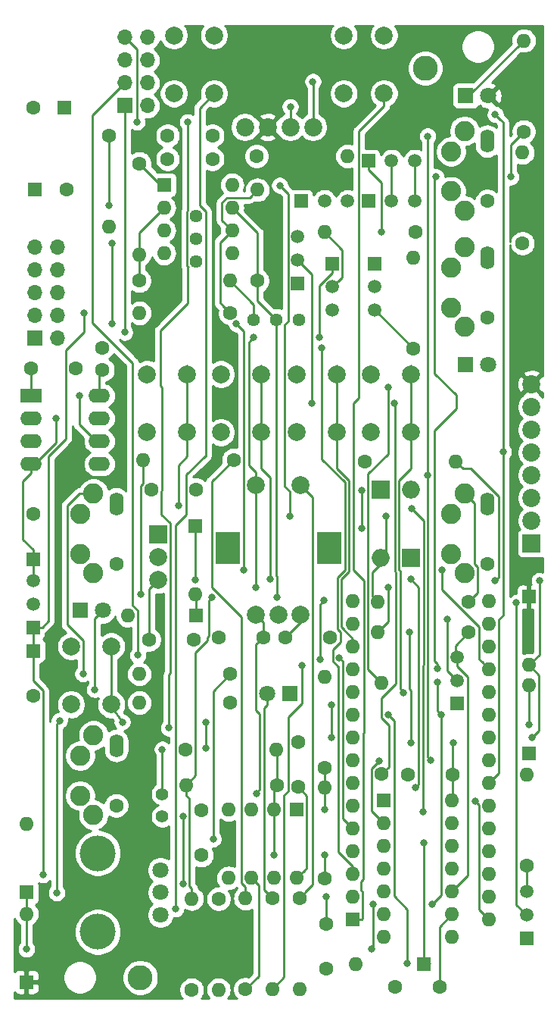
<source format=gbr>
G04 #@! TF.GenerationSoftware,KiCad,Pcbnew,(5.1.2)-1*
G04 #@! TF.CreationDate,2021-04-26T04:40:24-07:00*
G04 #@! TF.ProjectId,Spankulator,5370616e-6b75-46c6-9174-6f722e6b6963,2.2*
G04 #@! TF.SameCoordinates,Original*
G04 #@! TF.FileFunction,Copper,L4,Bot*
G04 #@! TF.FilePolarity,Positive*
%FSLAX46Y46*%
G04 Gerber Fmt 4.6, Leading zero omitted, Abs format (unit mm)*
G04 Created by KiCad (PCBNEW (5.1.2)-1) date 2021-04-26 04:40:24*
%MOMM*%
%LPD*%
G04 APERTURE LIST*
%ADD10O,1.600000X1.600000*%
%ADD11C,1.600000*%
%ADD12C,2.020000*%
%ADD13R,2.020000X2.020000*%
%ADD14C,1.800000*%
%ADD15C,4.000000*%
%ADD16C,2.000000*%
%ADD17R,1.600000X1.600000*%
%ADD18R,2.800000X3.600000*%
%ADD19R,1.800000X1.800000*%
%ADD20O,1.600000X2.600000*%
%ADD21C,2.250000*%
%ADD22C,2.800000*%
%ADD23R,2.000000X2.000000*%
%ADD24R,1.500000X1.500000*%
%ADD25C,1.500000*%
%ADD26O,2.000000X2.000000*%
%ADD27C,1.400000*%
%ADD28R,1.700000X1.700000*%
%ADD29O,1.700000X1.700000*%
%ADD30R,2.400000X1.600000*%
%ADD31O,2.400000X1.600000*%
%ADD32C,1.440000*%
%ADD33C,0.800000*%
%ADD34C,0.250000*%
%ADD35C,0.200000*%
%ADD36C,0.254000*%
G04 APERTURE END LIST*
D10*
X112500000Y-54340000D03*
D11*
X112500000Y-64500000D03*
D12*
X113510000Y-80210000D03*
X113510000Y-82750000D03*
X113510000Y-85290000D03*
X113510000Y-87830000D03*
X113510000Y-90370000D03*
X113510000Y-92910000D03*
X113510000Y-95450000D03*
D13*
X113510000Y-97990000D03*
D14*
X72000000Y-139500000D03*
X72000000Y-137000000D03*
X72000000Y-134500000D03*
D15*
X65000000Y-141400000D03*
X65000000Y-132600000D03*
D16*
X78750000Y-79100000D03*
X83250000Y-79100000D03*
X78750000Y-85600000D03*
X83250000Y-85600000D03*
D10*
X100250000Y-66090000D03*
D11*
X100250000Y-76250000D03*
D10*
X108740000Y-104440000D03*
X93500000Y-104440000D03*
X108740000Y-140000000D03*
X93500000Y-106980000D03*
X108740000Y-137460000D03*
X93500000Y-109520000D03*
X108740000Y-134920000D03*
X93500000Y-112060000D03*
X108740000Y-132380000D03*
X93500000Y-114600000D03*
X108740000Y-129840000D03*
X93500000Y-117140000D03*
X108740000Y-127300000D03*
X93500000Y-119680000D03*
X108740000Y-124760000D03*
X93500000Y-122220000D03*
X108740000Y-122220000D03*
X93500000Y-124760000D03*
X108740000Y-119680000D03*
X93500000Y-127300000D03*
X108740000Y-117140000D03*
X93500000Y-129840000D03*
X108740000Y-114600000D03*
X93500000Y-132380000D03*
X108740000Y-112060000D03*
X93500000Y-134920000D03*
X108740000Y-109520000D03*
X93500000Y-137460000D03*
X108740000Y-106980000D03*
D17*
X93500000Y-140000000D03*
D16*
X87700000Y-106000000D03*
X85200000Y-106000000D03*
X82700000Y-106000000D03*
X87700000Y-91500000D03*
X82700000Y-91500000D03*
D18*
X90900000Y-98500000D03*
X79500000Y-98500000D03*
D11*
X61460000Y-58480000D03*
D17*
X57960000Y-58480000D03*
D11*
X57780000Y-49320000D03*
D17*
X61280000Y-49320000D03*
D14*
X108700000Y-48000000D03*
D19*
X106160000Y-48000000D03*
D14*
X108700000Y-78000000D03*
D19*
X106160000Y-78000000D03*
D14*
X65540000Y-105500000D03*
D19*
X63000000Y-105500000D03*
D11*
X67050000Y-100270000D03*
D20*
X67050000Y-93590000D03*
D21*
X64500000Y-92430000D03*
X63000000Y-94730000D03*
X63000000Y-99180000D03*
X64500000Y-101330000D03*
D11*
X108550000Y-59770000D03*
D20*
X108550000Y-53090000D03*
D21*
X106000000Y-51930000D03*
X104500000Y-54230000D03*
X104500000Y-58680000D03*
X106000000Y-60830000D03*
D11*
X108550000Y-72770000D03*
D20*
X108550000Y-66090000D03*
D21*
X106000000Y-64930000D03*
X104500000Y-67230000D03*
X104500000Y-71680000D03*
X106000000Y-73830000D03*
D11*
X108550000Y-100270000D03*
D20*
X108550000Y-93590000D03*
D21*
X106000000Y-92430000D03*
X104500000Y-94730000D03*
X104500000Y-99180000D03*
X106000000Y-101330000D03*
D11*
X67050000Y-127270000D03*
D20*
X67050000Y-120590000D03*
D21*
X64500000Y-119430000D03*
X63000000Y-121730000D03*
X63000000Y-126180000D03*
X64500000Y-128330000D03*
D10*
X69640000Y-112600000D03*
D11*
X79800000Y-112600000D03*
D10*
X112650000Y-41840000D03*
D11*
X112650000Y-52000000D03*
D10*
X96750000Y-113590000D03*
D11*
X96750000Y-123750000D03*
D10*
X69640000Y-115800000D03*
D11*
X79800000Y-115800000D03*
D10*
X69630000Y-65720000D03*
D11*
X69630000Y-55560000D03*
D10*
X96340000Y-104500000D03*
D11*
X106500000Y-104500000D03*
D16*
X73500000Y-41250000D03*
X78000000Y-41250000D03*
X73500000Y-47750000D03*
X78000000Y-47750000D03*
X92500000Y-41250000D03*
X97000000Y-41250000D03*
X92500000Y-47750000D03*
X97000000Y-47750000D03*
X62000000Y-109500000D03*
X66500000Y-109500000D03*
X62000000Y-116000000D03*
X66500000Y-116000000D03*
X87250000Y-79100000D03*
X91750000Y-79100000D03*
X87250000Y-85600000D03*
X91750000Y-85600000D03*
X70500000Y-79100000D03*
X75000000Y-79100000D03*
X70500000Y-85600000D03*
X75000000Y-85600000D03*
X95500000Y-79100000D03*
X100000000Y-79100000D03*
X95500000Y-85600000D03*
X100000000Y-85600000D03*
D22*
X69750000Y-146500000D03*
D10*
X104620000Y-126750000D03*
X97000000Y-141990000D03*
X104620000Y-129290000D03*
X97000000Y-139450000D03*
X104620000Y-131830000D03*
X97000000Y-136910000D03*
X104620000Y-134370000D03*
X97000000Y-134370000D03*
X104620000Y-136910000D03*
X97000000Y-131830000D03*
X104620000Y-139450000D03*
X97000000Y-129290000D03*
X104620000Y-141990000D03*
D17*
X97000000Y-126750000D03*
D16*
X71750000Y-102080000D03*
X71750000Y-99540000D03*
D23*
X71750000Y-97000000D03*
D11*
X75700000Y-108750000D03*
X70700000Y-108750000D03*
X76000000Y-92000000D03*
X71000000Y-92000000D03*
X99700000Y-123800000D03*
X104700000Y-123800000D03*
X98250000Y-147500000D03*
X103250000Y-147500000D03*
X72800000Y-55050000D03*
X77800000Y-55050000D03*
X72800000Y-52450000D03*
X77800000Y-52450000D03*
D12*
X89060000Y-51500000D03*
X86520000Y-51500000D03*
X83980000Y-51500000D03*
X81440000Y-51500000D03*
D10*
X96340000Y-107900000D03*
D11*
X106500000Y-107900000D03*
D24*
X105200000Y-115900000D03*
D25*
X105200000Y-110700000D03*
X105200000Y-113300000D03*
D14*
X83930000Y-114800000D03*
D19*
X86470000Y-114800000D03*
D10*
X84500000Y-147760000D03*
D11*
X84500000Y-137600000D03*
D10*
X90400000Y-112940000D03*
D11*
X90400000Y-123100000D03*
D10*
X84960000Y-121000000D03*
D11*
X74800000Y-121000000D03*
D10*
X74840000Y-125000000D03*
D11*
X85000000Y-125000000D03*
D10*
X90400000Y-125240000D03*
D11*
X90400000Y-135400000D03*
D10*
X81500000Y-137640000D03*
D11*
X81500000Y-147800000D03*
D10*
X78500000Y-147860000D03*
D11*
X78500000Y-137700000D03*
X87400000Y-120200000D03*
X87400000Y-125200000D03*
X76600000Y-127850000D03*
X76600000Y-132850000D03*
X91000000Y-108500000D03*
X86000000Y-108500000D03*
X78500000Y-108500000D03*
X83500000Y-108500000D03*
D23*
X96600000Y-92000000D03*
D26*
X96600000Y-99620000D03*
D27*
X72200000Y-126000000D03*
X72200000Y-128500000D03*
D26*
X100000000Y-91980000D03*
D23*
X100000000Y-99600000D03*
D11*
X87550000Y-137600000D03*
D10*
X87550000Y-147760000D03*
D28*
X68000000Y-49100000D03*
D29*
X70540000Y-49100000D03*
X68000000Y-46560000D03*
X70540000Y-46560000D03*
X68000000Y-44020000D03*
X70540000Y-44020000D03*
X68000000Y-41480000D03*
X70540000Y-41480000D03*
D11*
X80180000Y-88680000D03*
D10*
X70020000Y-88680000D03*
D17*
X72400000Y-57950000D03*
D10*
X80020000Y-65570000D03*
X72400000Y-60490000D03*
X80020000Y-63030000D03*
X72400000Y-63030000D03*
X80020000Y-60490000D03*
X72400000Y-65570000D03*
X80020000Y-57950000D03*
X87250000Y-135370000D03*
X79630000Y-127750000D03*
X84710000Y-135370000D03*
X82170000Y-127750000D03*
X82170000Y-135370000D03*
X84710000Y-127750000D03*
X79630000Y-135370000D03*
D17*
X87250000Y-127750000D03*
D22*
X101620000Y-44930000D03*
D25*
X112950000Y-139500000D03*
X112950000Y-136900000D03*
D24*
X112950000Y-142100000D03*
D11*
X112950000Y-134000000D03*
D10*
X112950000Y-123840000D03*
D17*
X113230000Y-121500000D03*
D10*
X113230000Y-113880000D03*
X93880000Y-144975000D03*
D17*
X101500000Y-144975000D03*
D24*
X87360000Y-68960000D03*
D25*
X87360000Y-63760000D03*
X87360000Y-66360000D03*
X90350000Y-59750000D03*
X92950000Y-59750000D03*
D24*
X87750000Y-59750000D03*
D10*
X90340000Y-63250000D03*
D11*
X100500000Y-63250000D03*
X79810000Y-72270000D03*
D10*
X69650000Y-72270000D03*
D11*
X69610000Y-68670000D03*
D10*
X79770000Y-68670000D03*
X82850000Y-58510000D03*
D11*
X82850000Y-68670000D03*
D28*
X57980000Y-75090000D03*
D29*
X60520000Y-75090000D03*
X57980000Y-72550000D03*
X60520000Y-72550000D03*
X57980000Y-70010000D03*
X60520000Y-70010000D03*
X57980000Y-67470000D03*
X60520000Y-67470000D03*
X57980000Y-64930000D03*
X60520000Y-64930000D03*
D11*
X65520000Y-78630000D03*
X65520000Y-76130000D03*
X57530000Y-78420000D03*
X62530000Y-78420000D03*
D30*
X57550000Y-81510000D03*
D31*
X65170000Y-89130000D03*
X57550000Y-84050000D03*
X65170000Y-86590000D03*
X57550000Y-86590000D03*
X65170000Y-84050000D03*
X57550000Y-89130000D03*
X65170000Y-81510000D03*
D17*
X57000000Y-147000000D03*
D10*
X57000000Y-139380000D03*
X57000000Y-129380000D03*
D17*
X57000000Y-137000000D03*
X75930000Y-96040000D03*
D10*
X75930000Y-103660000D03*
X68350000Y-106040000D03*
D17*
X75970000Y-106040000D03*
X113230000Y-103980000D03*
D10*
X113230000Y-111600000D03*
D11*
X94880000Y-88840000D03*
D10*
X105040000Y-88840000D03*
D25*
X57750000Y-104774999D03*
X57750000Y-102174999D03*
D24*
X57750000Y-107374999D03*
D11*
X57750000Y-115000000D03*
D17*
X57750000Y-110000000D03*
X57750000Y-99750000D03*
D11*
X57750000Y-94750000D03*
X90500000Y-140500000D03*
X90500000Y-145500000D03*
D10*
X75500000Y-137700000D03*
D11*
X75500000Y-147860000D03*
X66250000Y-52500000D03*
D10*
X66250000Y-62660000D03*
D32*
X76000000Y-61420000D03*
X76000000Y-63960000D03*
X76000000Y-66500000D03*
X87500000Y-73000000D03*
X84960000Y-73000000D03*
X82420000Y-73000000D03*
D24*
X96000000Y-66750000D03*
D25*
X96000000Y-71950000D03*
X96000000Y-69350000D03*
X97850000Y-59750000D03*
X100450000Y-59750000D03*
D24*
X95250000Y-59750000D03*
D11*
X82750000Y-54750000D03*
D10*
X92910000Y-54750000D03*
D24*
X91250000Y-66750000D03*
D25*
X91250000Y-71950000D03*
X91250000Y-69350000D03*
X97850000Y-55250000D03*
X100450000Y-55250000D03*
D24*
X95250000Y-55250000D03*
D33*
X111720000Y-78000000D03*
X67500000Y-78250000D03*
X69000000Y-76250000D03*
X103500000Y-101000000D03*
X81350000Y-101000000D03*
X80500000Y-73500000D03*
X66545001Y-73454999D03*
X66545001Y-64500000D03*
X60700000Y-117800000D03*
X60394345Y-137025655D03*
X113600000Y-119670000D03*
X114400000Y-102180000D03*
X109440000Y-102180000D03*
X88930000Y-82360000D03*
X98180000Y-82360000D03*
X91124999Y-116025001D03*
X91100000Y-119700000D03*
X103000000Y-112000000D03*
X102820000Y-57070000D03*
X111180000Y-57070000D03*
X104100000Y-106450000D03*
X107200000Y-126800000D03*
X97500000Y-102900000D03*
X82650000Y-102900000D03*
X60330000Y-84050000D03*
X75930000Y-102080000D03*
X99850000Y-107900000D03*
X100000000Y-120250000D03*
X104750000Y-120250000D03*
X82426000Y-75000000D03*
X89750000Y-75000000D03*
X96750000Y-63250000D03*
X87800000Y-111650000D03*
X89850000Y-111000000D03*
X90300000Y-104400000D03*
X111824999Y-104625001D03*
X94480000Y-92110000D03*
X94480000Y-96310000D03*
X64640001Y-114330001D03*
X96500000Y-122300000D03*
X97250000Y-95000000D03*
X86450000Y-95000000D03*
X85350000Y-58010000D03*
X66250000Y-60250000D03*
X63325001Y-112574999D03*
X97460000Y-117140000D03*
X72925000Y-118625000D03*
X99610000Y-144950000D03*
X69364999Y-50928589D03*
X75061411Y-50928589D03*
X113204999Y-118265001D03*
X86520000Y-49230000D03*
X109450000Y-50100000D03*
X110350000Y-87760000D03*
X102200000Y-122200000D03*
X101890001Y-52509999D03*
X101874999Y-90375001D03*
X89054999Y-46424999D03*
X67738095Y-117961905D03*
X77091667Y-117958333D03*
X77080000Y-120890000D03*
X82750000Y-125950000D03*
X92000000Y-110800000D03*
X90400000Y-127700000D03*
X90390000Y-132790000D03*
X84710000Y-132790000D03*
X101500000Y-131450000D03*
X72200000Y-121000000D03*
X74500000Y-128500000D03*
X74500000Y-136000000D03*
X97454999Y-80605001D03*
X63410000Y-72270000D03*
X58875001Y-135000000D03*
X90050000Y-76130000D03*
X67995001Y-74424999D03*
X62910000Y-81510000D03*
X77900000Y-131030001D03*
X69790000Y-103650000D03*
X103374999Y-117140000D03*
X102400000Y-138300000D03*
X95800000Y-138300000D03*
X95600000Y-143325001D03*
X103000000Y-113500000D03*
X69475001Y-110500000D03*
X57000000Y-143325001D03*
X99200000Y-114715001D03*
X100100001Y-94149999D03*
X101400000Y-128000000D03*
X74000000Y-93750000D03*
X84250000Y-102000000D03*
X100000000Y-102000000D03*
X100500000Y-125300000D03*
X73674999Y-138825001D03*
X90500000Y-137500000D03*
X85000000Y-104000000D03*
X77750000Y-104000000D03*
D34*
X107940001Y-111260001D02*
X108740000Y-112060000D01*
X107614999Y-110934999D02*
X107940001Y-111260001D01*
X107614999Y-108979999D02*
X107614999Y-110934999D01*
X107625001Y-108969997D02*
X107614999Y-108979999D01*
X107625001Y-107290003D02*
X107625001Y-108969997D01*
X103500000Y-103165002D02*
X107625001Y-107290003D01*
X103500000Y-101000000D02*
X103500000Y-103165002D01*
X66545001Y-73454999D02*
X66545001Y-73454999D01*
X81341738Y-74341738D02*
X80500000Y-73500000D01*
X81350000Y-101000000D02*
X81341738Y-74500000D01*
X81341738Y-74500000D02*
X81341738Y-74341738D01*
X66545001Y-64500000D02*
X66545001Y-64500000D01*
X66545001Y-64500000D02*
X66545001Y-73454999D01*
X87750000Y-78930000D02*
X87770000Y-78950000D01*
X60700000Y-117800000D02*
X60700000Y-117800000D01*
X60374999Y-118125001D02*
X60700000Y-117800000D01*
X60394345Y-137025655D02*
X60374999Y-118125001D01*
X114355001Y-112725001D02*
X114355001Y-118914999D01*
X113230000Y-111600000D02*
X114355001Y-112725001D01*
X114355001Y-118914999D02*
X113600000Y-119670000D01*
X113600000Y-119670000D02*
X113600000Y-119670000D01*
X113230000Y-111600000D02*
X114400000Y-110430000D01*
X114400000Y-110430000D02*
X114400000Y-102180000D01*
X114400000Y-102180000D02*
X114400000Y-102180000D01*
X105839999Y-89639999D02*
X105040000Y-88840000D01*
X106691003Y-89639999D02*
X105839999Y-89639999D01*
X109839999Y-92788995D02*
X106691003Y-89639999D01*
X109839999Y-101780001D02*
X109839999Y-92788995D01*
X109440000Y-102180000D02*
X109839999Y-101780001D01*
X98224989Y-101136390D02*
X98224989Y-82155011D01*
X97549999Y-122950001D02*
X97549999Y-118303001D01*
X98350000Y-101261401D02*
X98224989Y-101136390D01*
X96750000Y-123750000D02*
X97549999Y-122950001D01*
X97549999Y-118303001D02*
X96734999Y-117488001D01*
X96734999Y-117488001D02*
X96734999Y-115270003D01*
X96734999Y-115270003D02*
X98350000Y-113655002D01*
X98350000Y-113655002D02*
X98350000Y-101261401D01*
X88930000Y-82360000D02*
X88930000Y-82360000D01*
X88930000Y-67930000D02*
X87360000Y-66360000D01*
X88930000Y-82360000D02*
X88930000Y-67930000D01*
X91100000Y-119700000D02*
X91100000Y-119700000D01*
X91124999Y-119675001D02*
X91100000Y-119700000D01*
X91124999Y-116025001D02*
X91124999Y-119675001D01*
X103000000Y-112000000D02*
X103000000Y-112000000D01*
X102660000Y-57230000D02*
X102820000Y-57070000D01*
X102660000Y-62750000D02*
X102660000Y-57230000D01*
X103000000Y-111434315D02*
X103000000Y-112000000D01*
X102660000Y-111094315D02*
X103000000Y-111434315D01*
X105085001Y-82966001D02*
X102660000Y-85391002D01*
X102660000Y-85391002D02*
X102660000Y-111094315D01*
X105085001Y-81453999D02*
X105085001Y-82966001D01*
X102660000Y-79028998D02*
X105085001Y-81453999D01*
X102660000Y-62750000D02*
X102660000Y-79028998D01*
X111180000Y-53470000D02*
X112650000Y-52000000D01*
X111180000Y-57070000D02*
X111180000Y-53470000D01*
X104450001Y-112550001D02*
X105200000Y-113300000D01*
X104100000Y-106450000D02*
X104124999Y-112224999D01*
X104124999Y-112224999D02*
X104450001Y-112550001D01*
X107614999Y-127200000D02*
X107200000Y-126800000D01*
X108740000Y-140000000D02*
X107614999Y-138874999D01*
X107614999Y-138874999D02*
X107614999Y-127200000D01*
X107200000Y-126800000D02*
X107200000Y-126800000D01*
X97500000Y-106740000D02*
X96340000Y-107900000D01*
X97500000Y-102900000D02*
X97500000Y-106740000D01*
X104700000Y-126670000D02*
X104620000Y-126750000D01*
X104700000Y-123800000D02*
X104700000Y-126670000D01*
X82650000Y-91550000D02*
X82700000Y-91500000D01*
X82650000Y-102900000D02*
X82650000Y-91550000D01*
X81924999Y-81411411D02*
X81925010Y-81411400D01*
X81924999Y-89310786D02*
X81924999Y-81411411D01*
X82700000Y-91500000D02*
X82700000Y-90085787D01*
X82700000Y-90085787D02*
X81924999Y-89310786D01*
X103250000Y-140820000D02*
X104620000Y-139450000D01*
X103250000Y-147500000D02*
X103250000Y-140820000D01*
X82000000Y-75426000D02*
X82426000Y-75000000D01*
X70700000Y-103130000D02*
X71750000Y-102080000D01*
X70700000Y-108750000D02*
X70700000Y-103130000D01*
X57950000Y-89130000D02*
X57550000Y-89130000D01*
X60330000Y-86750000D02*
X57950000Y-89130000D01*
X60330000Y-84050000D02*
X60330000Y-86750000D01*
X75930000Y-97090000D02*
X75930000Y-102080000D01*
X75930000Y-96040000D02*
X75930000Y-97090000D01*
X99850000Y-114291999D02*
X100000000Y-114441999D01*
X99850000Y-107900000D02*
X99850000Y-114291999D01*
X100000000Y-114441999D02*
X100000000Y-120250000D01*
X100000000Y-120250000D02*
X100000000Y-120250000D01*
X104700000Y-120300000D02*
X104750000Y-120250000D01*
X104700000Y-123800000D02*
X104700000Y-120300000D01*
X57750000Y-98700000D02*
X57750000Y-99750000D01*
X56624999Y-97574999D02*
X57750000Y-98700000D01*
X56624999Y-91105001D02*
X56624999Y-97574999D01*
X57550000Y-90180000D02*
X56624999Y-91105001D01*
X57550000Y-89130000D02*
X57550000Y-90180000D01*
X57750000Y-99750000D02*
X57750000Y-102174999D01*
X81924000Y-81411400D02*
X81924000Y-75500000D01*
X82426000Y-75000000D02*
X82426000Y-75000000D01*
X89750000Y-74434315D02*
X89750000Y-75000000D01*
X89750000Y-69250000D02*
X89750000Y-74434315D01*
X91250000Y-67750000D02*
X89750000Y-69250000D01*
X91250000Y-66750000D02*
X91250000Y-67750000D01*
X95250000Y-56250000D02*
X96750000Y-57750000D01*
X95250000Y-55250000D02*
X95250000Y-56250000D01*
X96750000Y-57750000D02*
X96750000Y-63250000D01*
X96750000Y-63250000D02*
X96750000Y-63250000D01*
X84450010Y-147809990D02*
X84500000Y-147760000D01*
X86274999Y-117380003D02*
X87800000Y-115855002D01*
X86274999Y-125675001D02*
X86274999Y-117380003D01*
X85835001Y-126114999D02*
X86274999Y-125675001D01*
X84500000Y-147760000D02*
X85835001Y-146424999D01*
X85835001Y-146424999D02*
X85835001Y-126114999D01*
X87800000Y-115855002D02*
X87800000Y-111650000D01*
X87800000Y-111650000D02*
X87800000Y-111650000D01*
X89850000Y-111000000D02*
X89850000Y-104850000D01*
X89850000Y-104850000D02*
X90300000Y-104400000D01*
X90300000Y-104400000D02*
X90300000Y-104400000D01*
X111824999Y-138374999D02*
X111824999Y-104625001D01*
X112950000Y-139500000D02*
X111824999Y-138374999D01*
X111824999Y-104625001D02*
X111824999Y-104625001D01*
X94480000Y-96310000D02*
X94480000Y-92110000D01*
X88049999Y-134570001D02*
X87250000Y-135370000D01*
X88375001Y-134244999D02*
X88049999Y-134570001D01*
X88375001Y-126175001D02*
X88375001Y-134244999D01*
X87400000Y-125200000D02*
X88375001Y-126175001D01*
X64640001Y-106399999D02*
X64640001Y-114330001D01*
X65540000Y-105500000D02*
X64640001Y-106399999D01*
X64640001Y-114330001D02*
X64640001Y-114330001D01*
X95624999Y-123175001D02*
X96500000Y-122300000D01*
X97000000Y-129290000D02*
X95624999Y-127914999D01*
X95624999Y-127914999D02*
X95624999Y-123175001D01*
X96500000Y-122300000D02*
X96500000Y-122300000D01*
X97250000Y-99620000D02*
X97250000Y-95000000D01*
X97250000Y-95000000D02*
X97250000Y-95000000D01*
X95740000Y-103900000D02*
X96340000Y-104500000D01*
X95700000Y-103900000D02*
X95740000Y-103900000D01*
X95700000Y-101221410D02*
X95700000Y-103900000D01*
X97250000Y-99620000D02*
X97250000Y-99671410D01*
X97250000Y-99671410D02*
X95700000Y-101221410D01*
X97250000Y-95000000D02*
X97250000Y-95000000D01*
X72020000Y-57950000D02*
X72400000Y-57950000D01*
X69630000Y-55560000D02*
X72020000Y-57950000D01*
X85350000Y-58010000D02*
X85350000Y-57900000D01*
X85749999Y-58409999D02*
X85350000Y-58010000D01*
X86284999Y-58944999D02*
X85749999Y-58409999D01*
X86284999Y-73215001D02*
X86284999Y-58944999D01*
X85924999Y-73575001D02*
X86284999Y-73215001D01*
X85924999Y-91686001D02*
X85924999Y-73575001D01*
X86450000Y-92211002D02*
X85924999Y-91686001D01*
X86450000Y-95000000D02*
X86450000Y-92211002D01*
X69630000Y-63260000D02*
X72400000Y-60490000D01*
X69630000Y-65720000D02*
X69630000Y-63260000D01*
X69610000Y-65740000D02*
X69630000Y-65720000D01*
X69610000Y-68670000D02*
X69610000Y-65740000D01*
X66250000Y-52500000D02*
X66250000Y-53631370D01*
X66250000Y-53631370D02*
X66250000Y-60250000D01*
X66250000Y-60250000D02*
X66250000Y-60250000D01*
X63325001Y-112574999D02*
X63325001Y-112574999D01*
X63325001Y-108863999D02*
X63325001Y-112574999D01*
X61549999Y-107088997D02*
X63325001Y-108863999D01*
X61549999Y-93789011D02*
X61549999Y-107088997D01*
X62909010Y-92430000D02*
X61549999Y-93789011D01*
X64500000Y-92430000D02*
X62909010Y-92430000D01*
X106000000Y-104250000D02*
X106250000Y-104500000D01*
X107124999Y-93554999D02*
X106000000Y-92430000D01*
X107124999Y-100308997D02*
X107124999Y-93554999D01*
X107450001Y-100633999D02*
X107124999Y-100308997D01*
X107507499Y-100892501D02*
X107450001Y-100835003D01*
X107507499Y-103492501D02*
X107507499Y-100892501D01*
X107450001Y-100835003D02*
X107450001Y-100633999D01*
X106500000Y-104500000D02*
X107507499Y-103492501D01*
X99610000Y-143818630D02*
X99610000Y-144950000D01*
X99610000Y-138883590D02*
X99610000Y-143818630D01*
X98125001Y-137398591D02*
X99610000Y-138883590D01*
X98125001Y-117805001D02*
X98125001Y-137398591D01*
X97460000Y-117140000D02*
X98125001Y-117805001D01*
X68000000Y-41480000D02*
X69364999Y-42844999D01*
X69364999Y-42844999D02*
X69364999Y-50928589D01*
X99610000Y-144950000D02*
X99610000Y-144950000D01*
X72925000Y-113150000D02*
X72925000Y-118625000D01*
X72950000Y-112750000D02*
X72925000Y-113150000D01*
X73075001Y-112374999D02*
X72950000Y-112750000D01*
X73075001Y-95739999D02*
X73075001Y-112374999D01*
X72140000Y-81050000D02*
X72130862Y-89420862D01*
X72125001Y-94789999D02*
X73075001Y-95739999D01*
X69364999Y-50928589D02*
X69364999Y-50928589D01*
X75061411Y-71157587D02*
X71974999Y-74243999D01*
X71974999Y-74243999D02*
X71974999Y-80379314D01*
X71974999Y-80379314D02*
X72130000Y-80534315D01*
X72130000Y-80534315D02*
X72130000Y-81100000D01*
X72130862Y-89420862D02*
X72125001Y-94789999D01*
X113204999Y-113905001D02*
X113230000Y-113880000D01*
X113204999Y-118265001D02*
X113204999Y-113905001D01*
X74954999Y-60918399D02*
X74954999Y-67001601D01*
X75061411Y-50928589D02*
X75061411Y-60811987D01*
X75061411Y-60811987D02*
X74954999Y-60918399D01*
X74954999Y-67001601D02*
X75101699Y-67148301D01*
X75061411Y-67188589D02*
X75061411Y-67438589D01*
X75101699Y-67148301D02*
X75061411Y-67188589D01*
X75061411Y-71157587D02*
X75061411Y-67438589D01*
X75061411Y-67438589D02*
X75061411Y-67108013D01*
X86520000Y-49230000D02*
X86520000Y-51500000D01*
X109450000Y-50100000D02*
X109450000Y-50100000D01*
X110000000Y-50650000D02*
X109450000Y-50100000D01*
X110315011Y-50965011D02*
X110000000Y-50650000D01*
X110315011Y-106041399D02*
X110315011Y-87884989D01*
X109865001Y-106491409D02*
X110315011Y-106041399D01*
X109865001Y-123634999D02*
X109865001Y-106491409D01*
X108740000Y-124760000D02*
X109865001Y-123634999D01*
X110315011Y-87884989D02*
X110315011Y-50965011D01*
X102200000Y-122200000D02*
X102200000Y-122200000D01*
X101890001Y-53075684D02*
X101890001Y-52509999D01*
X101890001Y-61703409D02*
X101890001Y-53075684D01*
X102200000Y-122200000D02*
X101900000Y-121900000D01*
X101900000Y-121900000D02*
X101874999Y-121900000D01*
X101874999Y-121900000D02*
X101874999Y-90375001D01*
X101874999Y-90375001D02*
X101874999Y-61703409D01*
X89060000Y-46430000D02*
X89054999Y-46424999D01*
X89060000Y-51500000D02*
X89060000Y-46430000D01*
X66500000Y-116000000D02*
X66500000Y-109500000D01*
X66500000Y-116200000D02*
X67738095Y-117961905D01*
X66500000Y-116000000D02*
X66500000Y-116200000D01*
X67738095Y-117961905D02*
X67800000Y-118050000D01*
X77080000Y-117970000D02*
X77091667Y-117958333D01*
X77080000Y-120890000D02*
X77080000Y-117970000D01*
X82500000Y-106200000D02*
X82700000Y-106000000D01*
X82700001Y-109299999D02*
X83500000Y-108500000D01*
X83125001Y-117024999D02*
X83125001Y-125079997D01*
X82700001Y-116599999D02*
X83125001Y-117024999D01*
X82700001Y-109299999D02*
X82700001Y-116599999D01*
X83500000Y-106800000D02*
X82700000Y-106000000D01*
X83500000Y-108500000D02*
X83500000Y-106800000D01*
D35*
X83125001Y-125079997D02*
X83149999Y-125104995D01*
D34*
X82750000Y-125850002D02*
X82750000Y-125950000D01*
X83125001Y-125475001D02*
X82750000Y-125850002D01*
X83125001Y-125079997D02*
X83125001Y-125475001D01*
X92374999Y-128714999D02*
X92374999Y-111174999D01*
X93500000Y-129840000D02*
X92374999Y-128714999D01*
X92374999Y-111174999D02*
X92000000Y-110800000D01*
X92000000Y-110800000D02*
X92000000Y-110800000D01*
X87700000Y-106800000D02*
X87700000Y-106000000D01*
X86000000Y-108500000D02*
X87700000Y-106800000D01*
X83700001Y-136800001D02*
X84500000Y-137600000D01*
X83584999Y-136684999D02*
X83700001Y-136800001D01*
X83584999Y-116417793D02*
X83584999Y-136684999D01*
X83930000Y-116072792D02*
X83584999Y-116417793D01*
X83930000Y-114800000D02*
X83930000Y-116072792D01*
X90400000Y-123100000D02*
X90400000Y-125240000D01*
X90400000Y-125240000D02*
X90400000Y-127700000D01*
X90400000Y-127700000D02*
X90400000Y-127700000D01*
X84710000Y-132790000D02*
X84710000Y-132790000D01*
X90400000Y-132800000D02*
X90390000Y-132790000D01*
X90400000Y-135400000D02*
X90400000Y-132800000D01*
X84710000Y-125290000D02*
X85000000Y-125000000D01*
X84710000Y-127700000D02*
X84710000Y-125290000D01*
X84710000Y-127700000D02*
X84710000Y-132790000D01*
X85000000Y-121040000D02*
X84960000Y-121000000D01*
X85000000Y-125000000D02*
X85000000Y-121040000D01*
X82969999Y-136169999D02*
X82170000Y-135370000D01*
X82969999Y-146330001D02*
X82969999Y-136169999D01*
X81500000Y-147800000D02*
X82969999Y-146330001D01*
X79010001Y-71470001D02*
X79810000Y-72270000D01*
X78644999Y-71104999D02*
X79010001Y-71470001D01*
X78644999Y-64405001D02*
X78644999Y-71104999D01*
X80020000Y-63030000D02*
X78644999Y-64405001D01*
X82050001Y-59309999D02*
X82850000Y-58510000D01*
X81995001Y-59364999D02*
X82050001Y-59309999D01*
X79479999Y-59364999D02*
X81995001Y-59364999D01*
X78894999Y-59949999D02*
X79479999Y-59364999D01*
X78894999Y-61904999D02*
X78894999Y-59949999D01*
X80020000Y-63030000D02*
X78894999Y-61904999D01*
X101500000Y-144300000D02*
X102150000Y-144950000D01*
X101500000Y-131450000D02*
X101500000Y-144300000D01*
X105000000Y-109400000D02*
X106500000Y-107900000D01*
X105000000Y-110500000D02*
X105000000Y-109400000D01*
X105200000Y-111708998D02*
X106400000Y-112908998D01*
X105200000Y-110700000D02*
X105200000Y-111708998D01*
X106400000Y-112908998D02*
X106400000Y-120150000D01*
X106400001Y-135049999D02*
X106400000Y-120200000D01*
X104620000Y-136910000D02*
X106400001Y-135129999D01*
X106400001Y-135129999D02*
X106400001Y-135049999D01*
X64500000Y-118500000D02*
X64500000Y-119430000D01*
X72200000Y-126000000D02*
X72200000Y-121000000D01*
X74500000Y-128500000D02*
X74500000Y-136000000D01*
X74500000Y-136000000D02*
X74500000Y-136000000D01*
X81500000Y-137640000D02*
X81500000Y-136365002D01*
X81500000Y-136365002D02*
X81044999Y-135910001D01*
X81044999Y-109379997D02*
X81044999Y-119694999D01*
X80180000Y-88680000D02*
X77774999Y-91085001D01*
X81044999Y-135910001D02*
X81044999Y-119694999D01*
X81044999Y-119694999D02*
X81044999Y-119605001D01*
X81044999Y-106221997D02*
X81044999Y-109379997D01*
X77774999Y-102951997D02*
X81044999Y-106221997D01*
X77774999Y-91085001D02*
X77774999Y-102951997D01*
X106490000Y-48000000D02*
X106160000Y-48000000D01*
X112650000Y-41840000D02*
X106490000Y-48000000D01*
X95214999Y-112054999D02*
X96750000Y-113590000D01*
X95214999Y-90485001D02*
X95214999Y-112054999D01*
X97454999Y-87995001D02*
X97454999Y-80605001D01*
X95214999Y-90485001D02*
X95214999Y-90235001D01*
X95214999Y-90235001D02*
X97454999Y-87995001D01*
X97454999Y-80605001D02*
X97454999Y-80605001D01*
X112950000Y-135839340D02*
X112950000Y-134000000D01*
X112950000Y-136900000D02*
X112950000Y-135839340D01*
X61404999Y-76390003D02*
X63410000Y-74385002D01*
X61404999Y-86311411D02*
X61404999Y-76390003D01*
X59445001Y-88271409D02*
X61404999Y-86311411D01*
X63410000Y-74385002D02*
X63410000Y-72270000D01*
X63410000Y-72270000D02*
X63410000Y-72270000D01*
X57750000Y-107374999D02*
X57750000Y-110000000D01*
X59445001Y-106679998D02*
X59445001Y-88271409D01*
X58750000Y-107374999D02*
X59445001Y-106679998D01*
X57750000Y-107374999D02*
X58750000Y-107374999D01*
X58875001Y-114459999D02*
X58875001Y-135000000D01*
X57750000Y-110000000D02*
X57750000Y-113334998D01*
X57750000Y-113334998D02*
X58875001Y-114459999D01*
X92625001Y-91175624D02*
X90050000Y-88600623D01*
X91799991Y-101813599D02*
X92625001Y-100988589D01*
X91799990Y-107581402D02*
X91799991Y-101813599D01*
X92125001Y-107906413D02*
X91799990Y-107581402D01*
X92125001Y-109040001D02*
X92125001Y-107906413D01*
X93500000Y-134920000D02*
X93500000Y-134045002D01*
X93500000Y-134045002D02*
X91924989Y-132469991D01*
X91924989Y-132469991D02*
X91924989Y-111797991D01*
X91924989Y-111797991D02*
X91274999Y-111148001D01*
X91274999Y-111148001D02*
X91274999Y-109890003D01*
X92625001Y-100988589D02*
X92625001Y-91175624D01*
X91274999Y-109890003D02*
X92125001Y-109040001D01*
X90050000Y-88600623D02*
X90050000Y-76130000D01*
X90050000Y-76130000D02*
X90050000Y-76130000D01*
X67995001Y-49104999D02*
X68000000Y-49100000D01*
X67995001Y-74424999D02*
X67995001Y-49104999D01*
X82420000Y-71320000D02*
X79770000Y-68670000D01*
X82420000Y-73000000D02*
X82420000Y-71320000D01*
X65170000Y-78340000D02*
X65120000Y-78290000D01*
X65170000Y-78980000D02*
X65520000Y-78630000D01*
X65170000Y-81510000D02*
X65170000Y-78980000D01*
X57550000Y-78440000D02*
X57530000Y-78420000D01*
X57550000Y-81510000D02*
X57550000Y-78440000D01*
X64770000Y-86590000D02*
X65170000Y-86590000D01*
X62910000Y-84730000D02*
X64770000Y-86590000D01*
X62910000Y-81510000D02*
X62910000Y-84730000D01*
X77900000Y-114500000D02*
X77900000Y-131030001D01*
X79800000Y-112600000D02*
X77900000Y-114500000D01*
X75970000Y-103700000D02*
X75930000Y-103660000D01*
X75970000Y-106040000D02*
X75970000Y-103700000D01*
X70020000Y-91314998D02*
X69790000Y-91544998D01*
X70020000Y-88680000D02*
X70020000Y-91314998D01*
X69790000Y-91544998D02*
X69790000Y-103650000D01*
X69790000Y-103650000D02*
X69790000Y-103650000D01*
X103374999Y-117140000D02*
X103374999Y-117140000D01*
X103374999Y-137325001D02*
X103374999Y-117140000D01*
X102400000Y-138300000D02*
X102400000Y-138300000D01*
X103400000Y-117114999D02*
X103374999Y-117140000D01*
X102400000Y-138300000D02*
X103374999Y-137325001D01*
X95800000Y-143125001D02*
X95600000Y-143325001D01*
X95800000Y-138300000D02*
X95800000Y-143125001D01*
X103000000Y-116765001D02*
X103374999Y-117140000D01*
X103000000Y-113500000D02*
X103000000Y-116765001D01*
X69475001Y-105499999D02*
X69475001Y-110500000D01*
X68894999Y-104919997D02*
X69475001Y-105499999D01*
X68894999Y-77839997D02*
X68894999Y-104919997D01*
X64394999Y-73339997D02*
X68894999Y-77839997D01*
X68000000Y-46560000D02*
X64394999Y-50165001D01*
X64394999Y-50165001D02*
X64394999Y-73339997D01*
X57000000Y-139380000D02*
X57000000Y-143325001D01*
X57000000Y-139380000D02*
X57000000Y-137000000D01*
X93500000Y-108645002D02*
X93500000Y-109520000D01*
X92374999Y-107520001D02*
X93500000Y-108645002D01*
X92374999Y-107474999D02*
X92374999Y-107520001D01*
X91750000Y-89664213D02*
X93075011Y-90989224D01*
X91750000Y-84600000D02*
X91750000Y-89664213D01*
X93075011Y-90989224D02*
X93075011Y-101174989D01*
X93075011Y-101174989D02*
X92250000Y-102000000D01*
X92250000Y-102000000D02*
X92250000Y-107350000D01*
X92250000Y-107350000D02*
X92374999Y-107474999D01*
X91750000Y-84600000D02*
X91750000Y-78100000D01*
X100000000Y-89664213D02*
X100000000Y-84600000D01*
X99200000Y-114600000D02*
X98825009Y-114225009D01*
X99200000Y-114715001D02*
X99200000Y-114600000D01*
X98825009Y-114225009D02*
X98825009Y-101100000D01*
X98825009Y-101100000D02*
X98674999Y-100949990D01*
X98674999Y-100949990D02*
X98674999Y-90989214D01*
X98674999Y-90989214D02*
X100000000Y-89664213D01*
X100000000Y-84600000D02*
X100000000Y-78100000D01*
X100500000Y-94549998D02*
X100100001Y-94149999D01*
X101400000Y-128000000D02*
X101424989Y-95474987D01*
X101424989Y-95474987D02*
X100500000Y-94549998D01*
X75000000Y-88250000D02*
X75000000Y-78100000D01*
X74000000Y-93750000D02*
X74000001Y-89249999D01*
X74000001Y-89249999D02*
X75000000Y-88250000D01*
X84250000Y-102000000D02*
X84250000Y-102000000D01*
X100000000Y-102000000D02*
X100000000Y-102000000D01*
X100900000Y-102900000D02*
X100900000Y-124900000D01*
X100000000Y-102000000D02*
X100900000Y-102900000D01*
X100900000Y-124900000D02*
X100500000Y-125300000D01*
X100500000Y-125300000D02*
X100500000Y-125300000D01*
X83250000Y-86835787D02*
X83250000Y-78100000D01*
X83250000Y-89664213D02*
X83250000Y-86835787D01*
X84250000Y-102000000D02*
X84250000Y-90664213D01*
X84250000Y-90664213D02*
X83250000Y-89664213D01*
X73674999Y-138825001D02*
X73674999Y-138825001D01*
X74874999Y-90325001D02*
X77000000Y-88250000D01*
X74874999Y-94790003D02*
X74874999Y-90325001D01*
X73674999Y-138825001D02*
X73674999Y-95990003D01*
X73674999Y-95990003D02*
X74874999Y-94790003D01*
X77045001Y-60918399D02*
X77045001Y-88250000D01*
X76374999Y-60248397D02*
X77045001Y-60918399D01*
X78000000Y-47750000D02*
X76374999Y-49375001D01*
X76374999Y-49375001D02*
X76374999Y-60248397D01*
X94550000Y-140000000D02*
X93500000Y-140000000D01*
X94625001Y-136919999D02*
X94625001Y-139924999D01*
X94449988Y-136744986D02*
X94625001Y-136919999D01*
X94625001Y-139924999D02*
X94550000Y-140000000D01*
X94449988Y-135776988D02*
X94449988Y-136744986D01*
X94724979Y-135501997D02*
X94449988Y-135776988D01*
X94724979Y-119205001D02*
X94724979Y-135501997D01*
X94764990Y-119164990D02*
X94724979Y-119205001D01*
X94764990Y-102149992D02*
X94764990Y-119164990D01*
X97000000Y-47750000D02*
X97000000Y-49164213D01*
X94174000Y-51989212D02*
X94174000Y-81724999D01*
X97000000Y-49164213D02*
X94175001Y-51989212D01*
X94175001Y-81724999D02*
X93550000Y-82350000D01*
X93550000Y-82350000D02*
X93550000Y-100950000D01*
X93550000Y-100950000D02*
X94764990Y-102149992D01*
X88349999Y-136800001D02*
X87550000Y-137600000D01*
X89025001Y-136124999D02*
X88349999Y-136800001D01*
X89025001Y-92825001D02*
X89025001Y-136124999D01*
X87700000Y-91500000D02*
X89025001Y-92825001D01*
X90500000Y-140500000D02*
X90500000Y-137500000D01*
X82850000Y-63320000D02*
X82850000Y-68670000D01*
X80020000Y-60490000D02*
X82850000Y-63320000D01*
X82850000Y-70890000D02*
X84960000Y-73000000D01*
X82850000Y-68670000D02*
X82850000Y-70890000D01*
X74840000Y-126131370D02*
X74840000Y-125000000D01*
X75225001Y-126516371D02*
X74840000Y-126131370D01*
X75225001Y-136293631D02*
X75225001Y-126516371D01*
X75500000Y-136568630D02*
X75225001Y-136293631D01*
X75500000Y-137700000D02*
X75500000Y-136568630D01*
X84960000Y-101636998D02*
X85000000Y-101676998D01*
X84960000Y-73000000D02*
X84960000Y-101636998D01*
X85000000Y-101676998D02*
X85000000Y-104000000D01*
X85000000Y-104000000D02*
X85000000Y-104000000D01*
X75925001Y-110190001D02*
X77250000Y-108865002D01*
X74840000Y-125000000D02*
X75925001Y-123914999D01*
X75925001Y-123914999D02*
X75925001Y-110190001D01*
X77374999Y-108375001D02*
X77374999Y-104375001D01*
X77250000Y-108865002D02*
X77250000Y-108500000D01*
X77250000Y-108500000D02*
X77374999Y-108375001D01*
X77374999Y-104375001D02*
X77750000Y-104000000D01*
X77750000Y-104000000D02*
X77750000Y-104000000D01*
X91999999Y-68600001D02*
X91250000Y-69350000D01*
X92325001Y-68274999D02*
X91999999Y-68600001D01*
X92325001Y-65235001D02*
X92325001Y-68274999D01*
X90340000Y-63250000D02*
X92325001Y-65235001D01*
X97850000Y-55250000D02*
X97850000Y-59750000D01*
X100250000Y-76200000D02*
X100250000Y-76250000D01*
X96000000Y-71950000D02*
X100250000Y-76200000D01*
X100450000Y-56310660D02*
X100450000Y-59750000D01*
X100450000Y-55250000D02*
X100450000Y-56310660D01*
D36*
G36*
X68134999Y-78154799D02*
G01*
X68135000Y-92150073D01*
X68069607Y-92070392D01*
X67851100Y-91891068D01*
X67601807Y-91757818D01*
X67331308Y-91675764D01*
X67050000Y-91648057D01*
X66768691Y-91675764D01*
X66498192Y-91757818D01*
X66248899Y-91891068D01*
X66195927Y-91934541D01*
X66192364Y-91916627D01*
X66059692Y-91596327D01*
X65867081Y-91308065D01*
X65621935Y-91062919D01*
X65333673Y-90870308D01*
X65013373Y-90737636D01*
X64673345Y-90670000D01*
X64326655Y-90670000D01*
X63986627Y-90737636D01*
X63666327Y-90870308D01*
X63378065Y-91062919D01*
X63132919Y-91308065D01*
X62940308Y-91596327D01*
X62911224Y-91666542D01*
X62909010Y-91666324D01*
X62871685Y-91670000D01*
X62871677Y-91670000D01*
X62760024Y-91680997D01*
X62616763Y-91724454D01*
X62484734Y-91795026D01*
X62369009Y-91889999D01*
X62345211Y-91918997D01*
X61039002Y-93225207D01*
X61009998Y-93249010D01*
X60955842Y-93315000D01*
X60915025Y-93364735D01*
X60872415Y-93444453D01*
X60844453Y-93496765D01*
X60800996Y-93640026D01*
X60789999Y-93751679D01*
X60789999Y-93751689D01*
X60786323Y-93789011D01*
X60789999Y-93826333D01*
X60790000Y-107051665D01*
X60786323Y-107088997D01*
X60790000Y-107126330D01*
X60800997Y-107237983D01*
X60805837Y-107253937D01*
X60844453Y-107381243D01*
X60915025Y-107513273D01*
X60984643Y-107598102D01*
X61009999Y-107628998D01*
X61038997Y-107652796D01*
X61375264Y-107989063D01*
X61225537Y-108051082D01*
X60957748Y-108230013D01*
X60730013Y-108457748D01*
X60551082Y-108725537D01*
X60427832Y-109023088D01*
X60365000Y-109338967D01*
X60365000Y-109661033D01*
X60427832Y-109976912D01*
X60551082Y-110274463D01*
X60730013Y-110542252D01*
X60957748Y-110769987D01*
X61225537Y-110948918D01*
X61523088Y-111072168D01*
X61838967Y-111135000D01*
X62161033Y-111135000D01*
X62476912Y-111072168D01*
X62565002Y-111035680D01*
X62565002Y-111871287D01*
X62521064Y-111915225D01*
X62407796Y-112084743D01*
X62329775Y-112273101D01*
X62290001Y-112473060D01*
X62290001Y-112676938D01*
X62329775Y-112876897D01*
X62407796Y-113065255D01*
X62521064Y-113234773D01*
X62665227Y-113378936D01*
X62834745Y-113492204D01*
X63023103Y-113570225D01*
X63223062Y-113609999D01*
X63426940Y-113609999D01*
X63626899Y-113570225D01*
X63815257Y-113492204D01*
X63880002Y-113448943D01*
X63880002Y-113626289D01*
X63836064Y-113670227D01*
X63722796Y-113839745D01*
X63644775Y-114028103D01*
X63605001Y-114228062D01*
X63605001Y-114431940D01*
X63644775Y-114631899D01*
X63722796Y-114820257D01*
X63836064Y-114989775D01*
X63980227Y-115133938D01*
X64149745Y-115247206D01*
X64338103Y-115325227D01*
X64538062Y-115365001D01*
X64741940Y-115365001D01*
X64941899Y-115325227D01*
X65023850Y-115291282D01*
X64927832Y-115523088D01*
X64865000Y-115838967D01*
X64865000Y-116161033D01*
X64927832Y-116476912D01*
X65051082Y-116774463D01*
X65230013Y-117042252D01*
X65457748Y-117269987D01*
X65725537Y-117448918D01*
X66023088Y-117572168D01*
X66338967Y-117635000D01*
X66579501Y-117635000D01*
X66710704Y-117821712D01*
X66703095Y-117859966D01*
X66703095Y-118063844D01*
X66742869Y-118263803D01*
X66820890Y-118452161D01*
X66934158Y-118621679D01*
X66968558Y-118656079D01*
X66768691Y-118675764D01*
X66498192Y-118757818D01*
X66248899Y-118891068D01*
X66195927Y-118934541D01*
X66192364Y-118916627D01*
X66059692Y-118596327D01*
X65867081Y-118308065D01*
X65621935Y-118062919D01*
X65333673Y-117870308D01*
X65013373Y-117737636D01*
X64673345Y-117670000D01*
X64326655Y-117670000D01*
X63986627Y-117737636D01*
X63666327Y-117870308D01*
X63378065Y-118062919D01*
X63132919Y-118308065D01*
X62940308Y-118596327D01*
X62807636Y-118916627D01*
X62740000Y-119256655D01*
X62740000Y-119603345D01*
X62807636Y-119943373D01*
X62819273Y-119971468D01*
X62486627Y-120037636D01*
X62166327Y-120170308D01*
X61878065Y-120362919D01*
X61632919Y-120608065D01*
X61440308Y-120896327D01*
X61307636Y-121216627D01*
X61240000Y-121556655D01*
X61240000Y-121903345D01*
X61307636Y-122243373D01*
X61440308Y-122563673D01*
X61632919Y-122851935D01*
X61878065Y-123097081D01*
X62166327Y-123289692D01*
X62486627Y-123422364D01*
X62826655Y-123490000D01*
X63173345Y-123490000D01*
X63513373Y-123422364D01*
X63833673Y-123289692D01*
X64121935Y-123097081D01*
X64367081Y-122851935D01*
X64559692Y-122563673D01*
X64692364Y-122243373D01*
X64760000Y-121903345D01*
X64760000Y-121556655D01*
X64692364Y-121216627D01*
X64680727Y-121188532D01*
X65013373Y-121122364D01*
X65333673Y-120989692D01*
X65615000Y-120801715D01*
X65615000Y-121160492D01*
X65635764Y-121371309D01*
X65717818Y-121641808D01*
X65851068Y-121891101D01*
X66030393Y-122109608D01*
X66248900Y-122288932D01*
X66498193Y-122422182D01*
X66768692Y-122504236D01*
X67050000Y-122531943D01*
X67331309Y-122504236D01*
X67601808Y-122422182D01*
X67851101Y-122288932D01*
X68069608Y-122109608D01*
X68248932Y-121891101D01*
X68382182Y-121641808D01*
X68464236Y-121371309D01*
X68485000Y-121160492D01*
X68485000Y-120019508D01*
X68464236Y-119808691D01*
X68382182Y-119538192D01*
X68248932Y-119288899D01*
X68069607Y-119070392D01*
X67952745Y-118974486D01*
X68039993Y-118957131D01*
X68228351Y-118879110D01*
X68397869Y-118765842D01*
X68542032Y-118621679D01*
X68655300Y-118452161D01*
X68733321Y-118263803D01*
X68773095Y-118063844D01*
X68773095Y-117859966D01*
X68733321Y-117660007D01*
X68655300Y-117471649D01*
X68542032Y-117302131D01*
X68397869Y-117157968D01*
X68228351Y-117044700D01*
X68039993Y-116966679D01*
X67955866Y-116949945D01*
X67892201Y-116859345D01*
X67948918Y-116774463D01*
X68072168Y-116476912D01*
X68135000Y-116161033D01*
X68135000Y-115838967D01*
X68127250Y-115800000D01*
X68198057Y-115800000D01*
X68225764Y-116081309D01*
X68307818Y-116351808D01*
X68441068Y-116601101D01*
X68620392Y-116819608D01*
X68838899Y-116998932D01*
X69088192Y-117132182D01*
X69358691Y-117214236D01*
X69569508Y-117235000D01*
X69710492Y-117235000D01*
X69921309Y-117214236D01*
X70191808Y-117132182D01*
X70441101Y-116998932D01*
X70659608Y-116819608D01*
X70838932Y-116601101D01*
X70972182Y-116351808D01*
X71054236Y-116081309D01*
X71081943Y-115800000D01*
X71054236Y-115518691D01*
X70972182Y-115248192D01*
X70838932Y-114998899D01*
X70659608Y-114780392D01*
X70441101Y-114601068D01*
X70191808Y-114467818D01*
X69921309Y-114385764D01*
X69710492Y-114365000D01*
X69569508Y-114365000D01*
X69358691Y-114385764D01*
X69088192Y-114467818D01*
X68838899Y-114601068D01*
X68620392Y-114780392D01*
X68441068Y-114998899D01*
X68307818Y-115248192D01*
X68225764Y-115518691D01*
X68198057Y-115800000D01*
X68127250Y-115800000D01*
X68072168Y-115523088D01*
X67948918Y-115225537D01*
X67769987Y-114957748D01*
X67542252Y-114730013D01*
X67274463Y-114551082D01*
X67260000Y-114545091D01*
X67260000Y-110954909D01*
X67274463Y-110948918D01*
X67542252Y-110769987D01*
X67769987Y-110542252D01*
X67948918Y-110274463D01*
X68072168Y-109976912D01*
X68135000Y-109661033D01*
X68135000Y-109338967D01*
X68072168Y-109023088D01*
X67948918Y-108725537D01*
X67769987Y-108457748D01*
X67542252Y-108230013D01*
X67274463Y-108051082D01*
X66976912Y-107927832D01*
X66661033Y-107865000D01*
X66338967Y-107865000D01*
X66023088Y-107927832D01*
X65725537Y-108051082D01*
X65457748Y-108230013D01*
X65400001Y-108287760D01*
X65400001Y-107035000D01*
X65691184Y-107035000D01*
X65987743Y-106976011D01*
X66267095Y-106860299D01*
X66518505Y-106692312D01*
X66732312Y-106478505D01*
X66900299Y-106227095D01*
X66921454Y-106176022D01*
X66935764Y-106321309D01*
X67017818Y-106591808D01*
X67151068Y-106841101D01*
X67330392Y-107059608D01*
X67548899Y-107238932D01*
X67798192Y-107372182D01*
X68068691Y-107454236D01*
X68279508Y-107475000D01*
X68420492Y-107475000D01*
X68631309Y-107454236D01*
X68715001Y-107428848D01*
X68715002Y-109796288D01*
X68671064Y-109840226D01*
X68557796Y-110009744D01*
X68479775Y-110198102D01*
X68440001Y-110398061D01*
X68440001Y-110601939D01*
X68479775Y-110801898D01*
X68557796Y-110990256D01*
X68671064Y-111159774D01*
X68815227Y-111303937D01*
X68906509Y-111364930D01*
X68838899Y-111401068D01*
X68620392Y-111580392D01*
X68441068Y-111798899D01*
X68307818Y-112048192D01*
X68225764Y-112318691D01*
X68198057Y-112600000D01*
X68225764Y-112881309D01*
X68307818Y-113151808D01*
X68441068Y-113401101D01*
X68620392Y-113619608D01*
X68838899Y-113798932D01*
X69088192Y-113932182D01*
X69358691Y-114014236D01*
X69569508Y-114035000D01*
X69710492Y-114035000D01*
X69921309Y-114014236D01*
X70191808Y-113932182D01*
X70441101Y-113798932D01*
X70659608Y-113619608D01*
X70838932Y-113401101D01*
X70972182Y-113151808D01*
X71054236Y-112881309D01*
X71081943Y-112600000D01*
X71054236Y-112318691D01*
X70972182Y-112048192D01*
X70838932Y-111798899D01*
X70659608Y-111580392D01*
X70441101Y-111401068D01*
X70191808Y-111267818D01*
X70175762Y-111262950D01*
X70278938Y-111159774D01*
X70392206Y-110990256D01*
X70470227Y-110801898D01*
X70510001Y-110601939D01*
X70510001Y-110398061D01*
X70470227Y-110198102D01*
X70456372Y-110164652D01*
X70558665Y-110185000D01*
X70841335Y-110185000D01*
X71118574Y-110129853D01*
X71379727Y-110021680D01*
X71614759Y-109864637D01*
X71814637Y-109664759D01*
X71971680Y-109429727D01*
X72079853Y-109168574D01*
X72135000Y-108891335D01*
X72135000Y-108608665D01*
X72079853Y-108331426D01*
X71971680Y-108070273D01*
X71814637Y-107835241D01*
X71614759Y-107635363D01*
X71460000Y-107531957D01*
X71460000Y-103689347D01*
X71588967Y-103715000D01*
X71911033Y-103715000D01*
X72226912Y-103652168D01*
X72315001Y-103615680D01*
X72315002Y-112251666D01*
X72233227Y-112496990D01*
X72211750Y-112554584D01*
X72203608Y-112604842D01*
X72192321Y-112654484D01*
X72190647Y-112715923D01*
X72167329Y-113089024D01*
X72165000Y-113112668D01*
X72165000Y-113126285D01*
X72164152Y-113139853D01*
X72165000Y-113163558D01*
X72165001Y-117921288D01*
X72121063Y-117965226D01*
X72007795Y-118134744D01*
X71929774Y-118323102D01*
X71890000Y-118523061D01*
X71890000Y-118726939D01*
X71929774Y-118926898D01*
X72007795Y-119115256D01*
X72121063Y-119284774D01*
X72265226Y-119428937D01*
X72434744Y-119542205D01*
X72623102Y-119620226D01*
X72823061Y-119660000D01*
X72914999Y-119660000D01*
X72914999Y-120251288D01*
X72859774Y-120196063D01*
X72690256Y-120082795D01*
X72501898Y-120004774D01*
X72301939Y-119965000D01*
X72098061Y-119965000D01*
X71898102Y-120004774D01*
X71709744Y-120082795D01*
X71540226Y-120196063D01*
X71396063Y-120340226D01*
X71282795Y-120509744D01*
X71204774Y-120698102D01*
X71165000Y-120898061D01*
X71165000Y-121101939D01*
X71204774Y-121301898D01*
X71282795Y-121490256D01*
X71396063Y-121659774D01*
X71440001Y-121703712D01*
X71440000Y-124902225D01*
X71348987Y-124963038D01*
X71163038Y-125148987D01*
X71016939Y-125367641D01*
X70916304Y-125610595D01*
X70865000Y-125868514D01*
X70865000Y-126131486D01*
X70916304Y-126389405D01*
X71016939Y-126632359D01*
X71163038Y-126851013D01*
X71348987Y-127036962D01*
X71567641Y-127183061D01*
X71729246Y-127250000D01*
X71567641Y-127316939D01*
X71348987Y-127463038D01*
X71163038Y-127648987D01*
X71016939Y-127867641D01*
X70916304Y-128110595D01*
X70865000Y-128368514D01*
X70865000Y-128631486D01*
X70916304Y-128889405D01*
X71016939Y-129132359D01*
X71163038Y-129351013D01*
X71348987Y-129536962D01*
X71567641Y-129683061D01*
X71810595Y-129783696D01*
X72068514Y-129835000D01*
X72331486Y-129835000D01*
X72589405Y-129783696D01*
X72832359Y-129683061D01*
X72914999Y-129627843D01*
X72914999Y-133265255D01*
X72727095Y-133139701D01*
X72447743Y-133023989D01*
X72151184Y-132965000D01*
X71848816Y-132965000D01*
X71552257Y-133023989D01*
X71272905Y-133139701D01*
X71021495Y-133307688D01*
X70807688Y-133521495D01*
X70639701Y-133772905D01*
X70523989Y-134052257D01*
X70465000Y-134348816D01*
X70465000Y-134651184D01*
X70523989Y-134947743D01*
X70639701Y-135227095D01*
X70807688Y-135478505D01*
X71021495Y-135692312D01*
X71107831Y-135750000D01*
X71021495Y-135807688D01*
X70807688Y-136021495D01*
X70639701Y-136272905D01*
X70523989Y-136552257D01*
X70465000Y-136848816D01*
X70465000Y-137151184D01*
X70523989Y-137447743D01*
X70639701Y-137727095D01*
X70807688Y-137978505D01*
X71021495Y-138192312D01*
X71107831Y-138250000D01*
X71021495Y-138307688D01*
X70807688Y-138521495D01*
X70639701Y-138772905D01*
X70523989Y-139052257D01*
X70465000Y-139348816D01*
X70465000Y-139651184D01*
X70523989Y-139947743D01*
X70639701Y-140227095D01*
X70807688Y-140478505D01*
X71021495Y-140692312D01*
X71272905Y-140860299D01*
X71552257Y-140976011D01*
X71848816Y-141035000D01*
X72151184Y-141035000D01*
X72447743Y-140976011D01*
X72727095Y-140860299D01*
X72978505Y-140692312D01*
X73192312Y-140478505D01*
X73360299Y-140227095D01*
X73476011Y-139947743D01*
X73496493Y-139844771D01*
X73573060Y-139860001D01*
X73776938Y-139860001D01*
X73976897Y-139820227D01*
X74165255Y-139742206D01*
X74334773Y-139628938D01*
X74478936Y-139484775D01*
X74592204Y-139315257D01*
X74670225Y-139126899D01*
X74709999Y-138926940D01*
X74709999Y-138904865D01*
X74948192Y-139032182D01*
X75218691Y-139114236D01*
X75429508Y-139135000D01*
X75570492Y-139135000D01*
X75781309Y-139114236D01*
X76051808Y-139032182D01*
X76301101Y-138898932D01*
X76519608Y-138719608D01*
X76698932Y-138501101D01*
X76832182Y-138251808D01*
X76914236Y-137981309D01*
X76941943Y-137700000D01*
X76914236Y-137418691D01*
X76832182Y-137148192D01*
X76698932Y-136898899D01*
X76519608Y-136680392D01*
X76301101Y-136501068D01*
X76254573Y-136476198D01*
X76249003Y-136419644D01*
X76205546Y-136276383D01*
X76134974Y-136144354D01*
X76040001Y-136028629D01*
X76010997Y-136004826D01*
X75985001Y-135978830D01*
X75985001Y-134148491D01*
X76181426Y-134229853D01*
X76458665Y-134285000D01*
X76741335Y-134285000D01*
X77018574Y-134229853D01*
X77279727Y-134121680D01*
X77514759Y-133964637D01*
X77714637Y-133764759D01*
X77871680Y-133529727D01*
X77979853Y-133268574D01*
X78035000Y-132991335D01*
X78035000Y-132708665D01*
X77979853Y-132431426D01*
X77871680Y-132170273D01*
X77801340Y-132065001D01*
X78001939Y-132065001D01*
X78201898Y-132025227D01*
X78390256Y-131947206D01*
X78559774Y-131833938D01*
X78703937Y-131689775D01*
X78817205Y-131520257D01*
X78895226Y-131331899D01*
X78935000Y-131131940D01*
X78935000Y-130928062D01*
X78895226Y-130728103D01*
X78817205Y-130539745D01*
X78703937Y-130370227D01*
X78660000Y-130326290D01*
X78660000Y-128810320D01*
X78828899Y-128948932D01*
X79078192Y-129082182D01*
X79348691Y-129164236D01*
X79559508Y-129185000D01*
X79700492Y-129185000D01*
X79911309Y-129164236D01*
X80181808Y-129082182D01*
X80284999Y-129027025D01*
X80284999Y-134092975D01*
X80181808Y-134037818D01*
X79911309Y-133955764D01*
X79700492Y-133935000D01*
X79559508Y-133935000D01*
X79348691Y-133955764D01*
X79078192Y-134037818D01*
X78828899Y-134171068D01*
X78610392Y-134350392D01*
X78431068Y-134568899D01*
X78297818Y-134818192D01*
X78215764Y-135088691D01*
X78188057Y-135370000D01*
X78215764Y-135651309D01*
X78297818Y-135921808D01*
X78431068Y-136171101D01*
X78508129Y-136265000D01*
X78358665Y-136265000D01*
X78081426Y-136320147D01*
X77820273Y-136428320D01*
X77585241Y-136585363D01*
X77385363Y-136785241D01*
X77228320Y-137020273D01*
X77120147Y-137281426D01*
X77065000Y-137558665D01*
X77065000Y-137841335D01*
X77120147Y-138118574D01*
X77228320Y-138379727D01*
X77385363Y-138614759D01*
X77585241Y-138814637D01*
X77820273Y-138971680D01*
X78081426Y-139079853D01*
X78358665Y-139135000D01*
X78641335Y-139135000D01*
X78918574Y-139079853D01*
X79179727Y-138971680D01*
X79414759Y-138814637D01*
X79614637Y-138614759D01*
X79771680Y-138379727D01*
X79879853Y-138118574D01*
X79935000Y-137841335D01*
X79935000Y-137558665D01*
X79879853Y-137281426D01*
X79771680Y-137020273D01*
X79627840Y-136805000D01*
X79700492Y-136805000D01*
X79911309Y-136784236D01*
X80181808Y-136702182D01*
X80431101Y-136568932D01*
X80539867Y-136479670D01*
X80590349Y-136530152D01*
X80480392Y-136620392D01*
X80301068Y-136838899D01*
X80167818Y-137088192D01*
X80085764Y-137358691D01*
X80058057Y-137640000D01*
X80085764Y-137921309D01*
X80167818Y-138191808D01*
X80301068Y-138441101D01*
X80480392Y-138659608D01*
X80698899Y-138838932D01*
X80948192Y-138972182D01*
X81218691Y-139054236D01*
X81429508Y-139075000D01*
X81570492Y-139075000D01*
X81781309Y-139054236D01*
X82051808Y-138972182D01*
X82210000Y-138887627D01*
X82209999Y-146015199D01*
X81823886Y-146401312D01*
X81641335Y-146365000D01*
X81358665Y-146365000D01*
X81081426Y-146420147D01*
X80820273Y-146528320D01*
X80585241Y-146685363D01*
X80385363Y-146885241D01*
X80228320Y-147120273D01*
X80120147Y-147381426D01*
X80065000Y-147658665D01*
X80065000Y-147941335D01*
X80120147Y-148218574D01*
X80228320Y-148479727D01*
X80385363Y-148714759D01*
X80510604Y-148840000D01*
X79552113Y-148840000D01*
X79698932Y-148661101D01*
X79832182Y-148411808D01*
X79914236Y-148141309D01*
X79941943Y-147860000D01*
X79914236Y-147578691D01*
X79832182Y-147308192D01*
X79698932Y-147058899D01*
X79519608Y-146840392D01*
X79301101Y-146661068D01*
X79051808Y-146527818D01*
X78781309Y-146445764D01*
X78570492Y-146425000D01*
X78429508Y-146425000D01*
X78218691Y-146445764D01*
X77948192Y-146527818D01*
X77698899Y-146661068D01*
X77480392Y-146840392D01*
X77301068Y-147058899D01*
X77167818Y-147308192D01*
X77085764Y-147578691D01*
X77058057Y-147860000D01*
X77085764Y-148141309D01*
X77167818Y-148411808D01*
X77301068Y-148661101D01*
X77447887Y-148840000D01*
X76549396Y-148840000D01*
X76614637Y-148774759D01*
X76771680Y-148539727D01*
X76879853Y-148278574D01*
X76935000Y-148001335D01*
X76935000Y-147718665D01*
X76879853Y-147441426D01*
X76771680Y-147180273D01*
X76614637Y-146945241D01*
X76414759Y-146745363D01*
X76179727Y-146588320D01*
X75918574Y-146480147D01*
X75641335Y-146425000D01*
X75358665Y-146425000D01*
X75081426Y-146480147D01*
X74820273Y-146588320D01*
X74585241Y-146745363D01*
X74385363Y-146945241D01*
X74228320Y-147180273D01*
X74120147Y-147441426D01*
X74065000Y-147718665D01*
X74065000Y-148001335D01*
X74120147Y-148278574D01*
X74228320Y-148539727D01*
X74385363Y-148774759D01*
X74450604Y-148840000D01*
X55660000Y-148840000D01*
X55660000Y-148136790D01*
X55669463Y-148154494D01*
X55748815Y-148251185D01*
X55845506Y-148330537D01*
X55955820Y-148389502D01*
X56075518Y-148425812D01*
X56200000Y-148438072D01*
X56714250Y-148435000D01*
X56873000Y-148276250D01*
X56873000Y-147127000D01*
X57127000Y-147127000D01*
X57127000Y-148276250D01*
X57285750Y-148435000D01*
X57800000Y-148438072D01*
X57924482Y-148425812D01*
X58044180Y-148389502D01*
X58154494Y-148330537D01*
X58251185Y-148251185D01*
X58330537Y-148154494D01*
X58389502Y-148044180D01*
X58425812Y-147924482D01*
X58438072Y-147800000D01*
X58435000Y-147285750D01*
X58276250Y-147127000D01*
X57127000Y-147127000D01*
X56873000Y-147127000D01*
X56853000Y-147127000D01*
X56853000Y-146873000D01*
X56873000Y-146873000D01*
X56873000Y-145723750D01*
X57127000Y-145723750D01*
X57127000Y-146873000D01*
X58276250Y-146873000D01*
X58435000Y-146714250D01*
X58437388Y-146314344D01*
X61115000Y-146314344D01*
X61115000Y-146685656D01*
X61187439Y-147049834D01*
X61329534Y-147392882D01*
X61535825Y-147701618D01*
X61798382Y-147964175D01*
X62107118Y-148170466D01*
X62450166Y-148312561D01*
X62814344Y-148385000D01*
X63185656Y-148385000D01*
X63549834Y-148312561D01*
X63892882Y-148170466D01*
X64201618Y-147964175D01*
X64464175Y-147701618D01*
X64670466Y-147392882D01*
X64812561Y-147049834D01*
X64885000Y-146685656D01*
X64885000Y-146314344D01*
X64882062Y-146299570D01*
X67715000Y-146299570D01*
X67715000Y-146700430D01*
X67793204Y-147093587D01*
X67946607Y-147463934D01*
X68169313Y-147797237D01*
X68452763Y-148080687D01*
X68786066Y-148303393D01*
X69156413Y-148456796D01*
X69549570Y-148535000D01*
X69950430Y-148535000D01*
X70343587Y-148456796D01*
X70713934Y-148303393D01*
X71047237Y-148080687D01*
X71330687Y-147797237D01*
X71553393Y-147463934D01*
X71706796Y-147093587D01*
X71785000Y-146700430D01*
X71785000Y-146299570D01*
X71706796Y-145906413D01*
X71553393Y-145536066D01*
X71330687Y-145202763D01*
X71047237Y-144919313D01*
X70713934Y-144696607D01*
X70343587Y-144543204D01*
X69950430Y-144465000D01*
X69549570Y-144465000D01*
X69156413Y-144543204D01*
X68786066Y-144696607D01*
X68452763Y-144919313D01*
X68169313Y-145202763D01*
X67946607Y-145536066D01*
X67793204Y-145906413D01*
X67715000Y-146299570D01*
X64882062Y-146299570D01*
X64812561Y-145950166D01*
X64670466Y-145607118D01*
X64464175Y-145298382D01*
X64201618Y-145035825D01*
X63892882Y-144829534D01*
X63549834Y-144687439D01*
X63185656Y-144615000D01*
X62814344Y-144615000D01*
X62450166Y-144687439D01*
X62107118Y-144829534D01*
X61798382Y-145035825D01*
X61535825Y-145298382D01*
X61329534Y-145607118D01*
X61187439Y-145950166D01*
X61115000Y-146314344D01*
X58437388Y-146314344D01*
X58438072Y-146200000D01*
X58425812Y-146075518D01*
X58389502Y-145955820D01*
X58330537Y-145845506D01*
X58251185Y-145748815D01*
X58154494Y-145669463D01*
X58044180Y-145610498D01*
X57924482Y-145574188D01*
X57800000Y-145561928D01*
X57285750Y-145565000D01*
X57127000Y-145723750D01*
X56873000Y-145723750D01*
X56714250Y-145565000D01*
X56200000Y-145561928D01*
X56075518Y-145574188D01*
X55955820Y-145610498D01*
X55845506Y-145669463D01*
X55748815Y-145748815D01*
X55669463Y-145845506D01*
X55660000Y-145863210D01*
X55660000Y-139906035D01*
X55667818Y-139931808D01*
X55801068Y-140181101D01*
X55980392Y-140399608D01*
X56198899Y-140578932D01*
X56240000Y-140600901D01*
X56240001Y-142621289D01*
X56196063Y-142665227D01*
X56082795Y-142834745D01*
X56004774Y-143023103D01*
X55965000Y-143223062D01*
X55965000Y-143426940D01*
X56004774Y-143626899D01*
X56082795Y-143815257D01*
X56196063Y-143984775D01*
X56340226Y-144128938D01*
X56509744Y-144242206D01*
X56698102Y-144320227D01*
X56898061Y-144360001D01*
X57101939Y-144360001D01*
X57301898Y-144320227D01*
X57490256Y-144242206D01*
X57659774Y-144128938D01*
X57803937Y-143984775D01*
X57917205Y-143815257D01*
X57995226Y-143626899D01*
X58035000Y-143426940D01*
X58035000Y-143223062D01*
X57995226Y-143023103D01*
X57917205Y-142834745D01*
X57803937Y-142665227D01*
X57760000Y-142621290D01*
X57760000Y-141140475D01*
X62365000Y-141140475D01*
X62365000Y-141659525D01*
X62466261Y-142168601D01*
X62664893Y-142648141D01*
X62953262Y-143079715D01*
X63320285Y-143446738D01*
X63751859Y-143735107D01*
X64231399Y-143933739D01*
X64740475Y-144035000D01*
X65259525Y-144035000D01*
X65768601Y-143933739D01*
X66248141Y-143735107D01*
X66679715Y-143446738D01*
X67046738Y-143079715D01*
X67335107Y-142648141D01*
X67533739Y-142168601D01*
X67635000Y-141659525D01*
X67635000Y-141140475D01*
X67533739Y-140631399D01*
X67335107Y-140151859D01*
X67046738Y-139720285D01*
X66679715Y-139353262D01*
X66248141Y-139064893D01*
X65768601Y-138866261D01*
X65259525Y-138765000D01*
X64740475Y-138765000D01*
X64231399Y-138866261D01*
X63751859Y-139064893D01*
X63320285Y-139353262D01*
X62953262Y-139720285D01*
X62664893Y-140151859D01*
X62466261Y-140631399D01*
X62365000Y-141140475D01*
X57760000Y-141140475D01*
X57760000Y-140600901D01*
X57801101Y-140578932D01*
X58019608Y-140399608D01*
X58198932Y-140181101D01*
X58332182Y-139931808D01*
X58414236Y-139661309D01*
X58441943Y-139380000D01*
X58414236Y-139098691D01*
X58332182Y-138828192D01*
X58198932Y-138578899D01*
X58043634Y-138389668D01*
X58044180Y-138389502D01*
X58154494Y-138330537D01*
X58251185Y-138251185D01*
X58330537Y-138154494D01*
X58389502Y-138044180D01*
X58425812Y-137924482D01*
X58438072Y-137800000D01*
X58438072Y-136200000D01*
X58425812Y-136075518D01*
X58389502Y-135955820D01*
X58360037Y-135900696D01*
X58384745Y-135917205D01*
X58573103Y-135995226D01*
X58773062Y-136035000D01*
X58976940Y-136035000D01*
X59176899Y-135995226D01*
X59365257Y-135917205D01*
X59534775Y-135803937D01*
X59632994Y-135705718D01*
X59633625Y-136322664D01*
X59590408Y-136365881D01*
X59477140Y-136535399D01*
X59399119Y-136723757D01*
X59359345Y-136923716D01*
X59359345Y-137127594D01*
X59399119Y-137327553D01*
X59477140Y-137515911D01*
X59590408Y-137685429D01*
X59734571Y-137829592D01*
X59904089Y-137942860D01*
X60092447Y-138020881D01*
X60292406Y-138060655D01*
X60496284Y-138060655D01*
X60696243Y-138020881D01*
X60884601Y-137942860D01*
X61054119Y-137829592D01*
X61198282Y-137685429D01*
X61311550Y-137515911D01*
X61389571Y-137327553D01*
X61429345Y-137127594D01*
X61429345Y-136923716D01*
X61389571Y-136723757D01*
X61311550Y-136535399D01*
X61198282Y-136365881D01*
X61153624Y-136321223D01*
X61143067Y-126006655D01*
X61240000Y-126006655D01*
X61240000Y-126353345D01*
X61307636Y-126693373D01*
X61440308Y-127013673D01*
X61632919Y-127301935D01*
X61878065Y-127547081D01*
X62166327Y-127739692D01*
X62486627Y-127872364D01*
X62784753Y-127931665D01*
X62740000Y-128156655D01*
X62740000Y-128503345D01*
X62807636Y-128843373D01*
X62940308Y-129163673D01*
X63132919Y-129451935D01*
X63378065Y-129697081D01*
X63666327Y-129889692D01*
X63986627Y-130022364D01*
X64223584Y-130069498D01*
X63751859Y-130264893D01*
X63320285Y-130553262D01*
X62953262Y-130920285D01*
X62664893Y-131351859D01*
X62466261Y-131831399D01*
X62365000Y-132340475D01*
X62365000Y-132859525D01*
X62466261Y-133368601D01*
X62664893Y-133848141D01*
X62953262Y-134279715D01*
X63320285Y-134646738D01*
X63751859Y-134935107D01*
X64231399Y-135133739D01*
X64740475Y-135235000D01*
X65259525Y-135235000D01*
X65768601Y-135133739D01*
X66248141Y-134935107D01*
X66679715Y-134646738D01*
X67046738Y-134279715D01*
X67335107Y-133848141D01*
X67533739Y-133368601D01*
X67635000Y-132859525D01*
X67635000Y-132340475D01*
X67533739Y-131831399D01*
X67335107Y-131351859D01*
X67046738Y-130920285D01*
X66679715Y-130553262D01*
X66248141Y-130264893D01*
X65768601Y-130066261D01*
X65259525Y-129965000D01*
X65151863Y-129965000D01*
X65333673Y-129889692D01*
X65621935Y-129697081D01*
X65867081Y-129451935D01*
X66059692Y-129163673D01*
X66192364Y-128843373D01*
X66260000Y-128503345D01*
X66260000Y-128467998D01*
X66370273Y-128541680D01*
X66631426Y-128649853D01*
X66908665Y-128705000D01*
X67191335Y-128705000D01*
X67468574Y-128649853D01*
X67729727Y-128541680D01*
X67964759Y-128384637D01*
X68164637Y-128184759D01*
X68321680Y-127949727D01*
X68429853Y-127688574D01*
X68485000Y-127411335D01*
X68485000Y-127128665D01*
X68429853Y-126851426D01*
X68321680Y-126590273D01*
X68164637Y-126355241D01*
X67964759Y-126155363D01*
X67729727Y-125998320D01*
X67468574Y-125890147D01*
X67191335Y-125835000D01*
X66908665Y-125835000D01*
X66631426Y-125890147D01*
X66370273Y-125998320D01*
X66135241Y-126155363D01*
X65935363Y-126355241D01*
X65778320Y-126590273D01*
X65670147Y-126851426D01*
X65643650Y-126984634D01*
X65621935Y-126962919D01*
X65333673Y-126770308D01*
X65013373Y-126637636D01*
X64715247Y-126578335D01*
X64760000Y-126353345D01*
X64760000Y-126006655D01*
X64692364Y-125666627D01*
X64559692Y-125346327D01*
X64367081Y-125058065D01*
X64121935Y-124812919D01*
X63833673Y-124620308D01*
X63513373Y-124487636D01*
X63173345Y-124420000D01*
X62826655Y-124420000D01*
X62486627Y-124487636D01*
X62166327Y-124620308D01*
X61878065Y-124812919D01*
X61632919Y-125058065D01*
X61440308Y-125346327D01*
X61307636Y-125666627D01*
X61240000Y-126006655D01*
X61143067Y-126006655D01*
X61135628Y-118739833D01*
X61190256Y-118717205D01*
X61359774Y-118603937D01*
X61503937Y-118459774D01*
X61617205Y-118290256D01*
X61695226Y-118101898D01*
X61735000Y-117901939D01*
X61735000Y-117698061D01*
X61717657Y-117610870D01*
X61838967Y-117635000D01*
X62161033Y-117635000D01*
X62476912Y-117572168D01*
X62774463Y-117448918D01*
X63042252Y-117269987D01*
X63269987Y-117042252D01*
X63448918Y-116774463D01*
X63572168Y-116476912D01*
X63635000Y-116161033D01*
X63635000Y-115838967D01*
X63572168Y-115523088D01*
X63448918Y-115225537D01*
X63269987Y-114957748D01*
X63042252Y-114730013D01*
X62774463Y-114551082D01*
X62476912Y-114427832D01*
X62161033Y-114365000D01*
X61838967Y-114365000D01*
X61523088Y-114427832D01*
X61225537Y-114551082D01*
X60957748Y-114730013D01*
X60730013Y-114957748D01*
X60551082Y-115225537D01*
X60427832Y-115523088D01*
X60365000Y-115838967D01*
X60365000Y-116161033D01*
X60427832Y-116476912D01*
X60551037Y-116774354D01*
X60398102Y-116804774D01*
X60209744Y-116882795D01*
X60040226Y-116996063D01*
X59896063Y-117140226D01*
X59782795Y-117309744D01*
X59704774Y-117498102D01*
X59665000Y-117698061D01*
X59665000Y-117847225D01*
X59647549Y-117904966D01*
X59635001Y-117946333D01*
X59635001Y-114497324D01*
X59638677Y-114459999D01*
X59635001Y-114422674D01*
X59635001Y-114422666D01*
X59624004Y-114311013D01*
X59580547Y-114167752D01*
X59509975Y-114035723D01*
X59415002Y-113919998D01*
X59386005Y-113896201D01*
X58510000Y-113020197D01*
X58510000Y-111438072D01*
X58550000Y-111438072D01*
X58674482Y-111425812D01*
X58794180Y-111389502D01*
X58904494Y-111330537D01*
X59001185Y-111251185D01*
X59080537Y-111154494D01*
X59139502Y-111044180D01*
X59175812Y-110924482D01*
X59188072Y-110800000D01*
X59188072Y-109200000D01*
X59175812Y-109075518D01*
X59139502Y-108955820D01*
X59080537Y-108845506D01*
X59001185Y-108748815D01*
X58904494Y-108669463D01*
X58863938Y-108647785D01*
X58951185Y-108576184D01*
X59030537Y-108479493D01*
X59089502Y-108369179D01*
X59125812Y-108249481D01*
X59138072Y-108124999D01*
X59138072Y-108029325D01*
X59174276Y-108009973D01*
X59290001Y-107915000D01*
X59313803Y-107885997D01*
X59956005Y-107243796D01*
X59985002Y-107219999D01*
X60079975Y-107104274D01*
X60150547Y-106972245D01*
X60194004Y-106828984D01*
X60205001Y-106717331D01*
X60205001Y-106717321D01*
X60208677Y-106679998D01*
X60205001Y-106642675D01*
X60205001Y-88586210D01*
X61916003Y-86875209D01*
X61945000Y-86851412D01*
X62039973Y-86735687D01*
X62110545Y-86603658D01*
X62154002Y-86460397D01*
X62164999Y-86348744D01*
X62164999Y-86348736D01*
X62168675Y-86311411D01*
X62164999Y-86274086D01*
X62164999Y-84892176D01*
X62165021Y-84892247D01*
X62204454Y-85022246D01*
X62275026Y-85154276D01*
X62341254Y-85234974D01*
X62370000Y-85270001D01*
X62398998Y-85293799D01*
X63369292Y-86264094D01*
X63355764Y-86308691D01*
X63328057Y-86590000D01*
X63355764Y-86871309D01*
X63437818Y-87141808D01*
X63571068Y-87391101D01*
X63750392Y-87609608D01*
X63968899Y-87788932D01*
X64101858Y-87860000D01*
X63968899Y-87931068D01*
X63750392Y-88110392D01*
X63571068Y-88328899D01*
X63437818Y-88578192D01*
X63355764Y-88848691D01*
X63328057Y-89130000D01*
X63355764Y-89411309D01*
X63437818Y-89681808D01*
X63571068Y-89931101D01*
X63750392Y-90149608D01*
X63968899Y-90328932D01*
X64218192Y-90462182D01*
X64488691Y-90544236D01*
X64699508Y-90565000D01*
X65640492Y-90565000D01*
X65851309Y-90544236D01*
X66121808Y-90462182D01*
X66371101Y-90328932D01*
X66589608Y-90149608D01*
X66768932Y-89931101D01*
X66902182Y-89681808D01*
X66984236Y-89411309D01*
X67011943Y-89130000D01*
X66984236Y-88848691D01*
X66902182Y-88578192D01*
X66768932Y-88328899D01*
X66589608Y-88110392D01*
X66371101Y-87931068D01*
X66238142Y-87860000D01*
X66371101Y-87788932D01*
X66589608Y-87609608D01*
X66768932Y-87391101D01*
X66902182Y-87141808D01*
X66984236Y-86871309D01*
X67011943Y-86590000D01*
X66984236Y-86308691D01*
X66902182Y-86038192D01*
X66768932Y-85788899D01*
X66589608Y-85570392D01*
X66371101Y-85391068D01*
X66238142Y-85320000D01*
X66371101Y-85248932D01*
X66589608Y-85069608D01*
X66768932Y-84851101D01*
X66902182Y-84601808D01*
X66984236Y-84331309D01*
X67011943Y-84050000D01*
X66984236Y-83768691D01*
X66902182Y-83498192D01*
X66768932Y-83248899D01*
X66589608Y-83030392D01*
X66371101Y-82851068D01*
X66238142Y-82780000D01*
X66371101Y-82708932D01*
X66589608Y-82529608D01*
X66768932Y-82311101D01*
X66902182Y-82061808D01*
X66984236Y-81791309D01*
X67011943Y-81510000D01*
X66984236Y-81228691D01*
X66902182Y-80958192D01*
X66768932Y-80708899D01*
X66589608Y-80490392D01*
X66371101Y-80311068D01*
X66121808Y-80177818D01*
X65930000Y-80119634D01*
X65930000Y-80011558D01*
X65938574Y-80009853D01*
X66199727Y-79901680D01*
X66434759Y-79744637D01*
X66634637Y-79544759D01*
X66791680Y-79309727D01*
X66899853Y-79048574D01*
X66955000Y-78771335D01*
X66955000Y-78488665D01*
X66899853Y-78211426D01*
X66791680Y-77950273D01*
X66634637Y-77715241D01*
X66434759Y-77515363D01*
X66232173Y-77380000D01*
X66434759Y-77244637D01*
X66634637Y-77044759D01*
X66790978Y-76810778D01*
X68134999Y-78154799D01*
X68134999Y-78154799D01*
G37*
X68134999Y-78154799D02*
X68135000Y-92150073D01*
X68069607Y-92070392D01*
X67851100Y-91891068D01*
X67601807Y-91757818D01*
X67331308Y-91675764D01*
X67050000Y-91648057D01*
X66768691Y-91675764D01*
X66498192Y-91757818D01*
X66248899Y-91891068D01*
X66195927Y-91934541D01*
X66192364Y-91916627D01*
X66059692Y-91596327D01*
X65867081Y-91308065D01*
X65621935Y-91062919D01*
X65333673Y-90870308D01*
X65013373Y-90737636D01*
X64673345Y-90670000D01*
X64326655Y-90670000D01*
X63986627Y-90737636D01*
X63666327Y-90870308D01*
X63378065Y-91062919D01*
X63132919Y-91308065D01*
X62940308Y-91596327D01*
X62911224Y-91666542D01*
X62909010Y-91666324D01*
X62871685Y-91670000D01*
X62871677Y-91670000D01*
X62760024Y-91680997D01*
X62616763Y-91724454D01*
X62484734Y-91795026D01*
X62369009Y-91889999D01*
X62345211Y-91918997D01*
X61039002Y-93225207D01*
X61009998Y-93249010D01*
X60955842Y-93315000D01*
X60915025Y-93364735D01*
X60872415Y-93444453D01*
X60844453Y-93496765D01*
X60800996Y-93640026D01*
X60789999Y-93751679D01*
X60789999Y-93751689D01*
X60786323Y-93789011D01*
X60789999Y-93826333D01*
X60790000Y-107051665D01*
X60786323Y-107088997D01*
X60790000Y-107126330D01*
X60800997Y-107237983D01*
X60805837Y-107253937D01*
X60844453Y-107381243D01*
X60915025Y-107513273D01*
X60984643Y-107598102D01*
X61009999Y-107628998D01*
X61038997Y-107652796D01*
X61375264Y-107989063D01*
X61225537Y-108051082D01*
X60957748Y-108230013D01*
X60730013Y-108457748D01*
X60551082Y-108725537D01*
X60427832Y-109023088D01*
X60365000Y-109338967D01*
X60365000Y-109661033D01*
X60427832Y-109976912D01*
X60551082Y-110274463D01*
X60730013Y-110542252D01*
X60957748Y-110769987D01*
X61225537Y-110948918D01*
X61523088Y-111072168D01*
X61838967Y-111135000D01*
X62161033Y-111135000D01*
X62476912Y-111072168D01*
X62565002Y-111035680D01*
X62565002Y-111871287D01*
X62521064Y-111915225D01*
X62407796Y-112084743D01*
X62329775Y-112273101D01*
X62290001Y-112473060D01*
X62290001Y-112676938D01*
X62329775Y-112876897D01*
X62407796Y-113065255D01*
X62521064Y-113234773D01*
X62665227Y-113378936D01*
X62834745Y-113492204D01*
X63023103Y-113570225D01*
X63223062Y-113609999D01*
X63426940Y-113609999D01*
X63626899Y-113570225D01*
X63815257Y-113492204D01*
X63880002Y-113448943D01*
X63880002Y-113626289D01*
X63836064Y-113670227D01*
X63722796Y-113839745D01*
X63644775Y-114028103D01*
X63605001Y-114228062D01*
X63605001Y-114431940D01*
X63644775Y-114631899D01*
X63722796Y-114820257D01*
X63836064Y-114989775D01*
X63980227Y-115133938D01*
X64149745Y-115247206D01*
X64338103Y-115325227D01*
X64538062Y-115365001D01*
X64741940Y-115365001D01*
X64941899Y-115325227D01*
X65023850Y-115291282D01*
X64927832Y-115523088D01*
X64865000Y-115838967D01*
X64865000Y-116161033D01*
X64927832Y-116476912D01*
X65051082Y-116774463D01*
X65230013Y-117042252D01*
X65457748Y-117269987D01*
X65725537Y-117448918D01*
X66023088Y-117572168D01*
X66338967Y-117635000D01*
X66579501Y-117635000D01*
X66710704Y-117821712D01*
X66703095Y-117859966D01*
X66703095Y-118063844D01*
X66742869Y-118263803D01*
X66820890Y-118452161D01*
X66934158Y-118621679D01*
X66968558Y-118656079D01*
X66768691Y-118675764D01*
X66498192Y-118757818D01*
X66248899Y-118891068D01*
X66195927Y-118934541D01*
X66192364Y-118916627D01*
X66059692Y-118596327D01*
X65867081Y-118308065D01*
X65621935Y-118062919D01*
X65333673Y-117870308D01*
X65013373Y-117737636D01*
X64673345Y-117670000D01*
X64326655Y-117670000D01*
X63986627Y-117737636D01*
X63666327Y-117870308D01*
X63378065Y-118062919D01*
X63132919Y-118308065D01*
X62940308Y-118596327D01*
X62807636Y-118916627D01*
X62740000Y-119256655D01*
X62740000Y-119603345D01*
X62807636Y-119943373D01*
X62819273Y-119971468D01*
X62486627Y-120037636D01*
X62166327Y-120170308D01*
X61878065Y-120362919D01*
X61632919Y-120608065D01*
X61440308Y-120896327D01*
X61307636Y-121216627D01*
X61240000Y-121556655D01*
X61240000Y-121903345D01*
X61307636Y-122243373D01*
X61440308Y-122563673D01*
X61632919Y-122851935D01*
X61878065Y-123097081D01*
X62166327Y-123289692D01*
X62486627Y-123422364D01*
X62826655Y-123490000D01*
X63173345Y-123490000D01*
X63513373Y-123422364D01*
X63833673Y-123289692D01*
X64121935Y-123097081D01*
X64367081Y-122851935D01*
X64559692Y-122563673D01*
X64692364Y-122243373D01*
X64760000Y-121903345D01*
X64760000Y-121556655D01*
X64692364Y-121216627D01*
X64680727Y-121188532D01*
X65013373Y-121122364D01*
X65333673Y-120989692D01*
X65615000Y-120801715D01*
X65615000Y-121160492D01*
X65635764Y-121371309D01*
X65717818Y-121641808D01*
X65851068Y-121891101D01*
X66030393Y-122109608D01*
X66248900Y-122288932D01*
X66498193Y-122422182D01*
X66768692Y-122504236D01*
X67050000Y-122531943D01*
X67331309Y-122504236D01*
X67601808Y-122422182D01*
X67851101Y-122288932D01*
X68069608Y-122109608D01*
X68248932Y-121891101D01*
X68382182Y-121641808D01*
X68464236Y-121371309D01*
X68485000Y-121160492D01*
X68485000Y-120019508D01*
X68464236Y-119808691D01*
X68382182Y-119538192D01*
X68248932Y-119288899D01*
X68069607Y-119070392D01*
X67952745Y-118974486D01*
X68039993Y-118957131D01*
X68228351Y-118879110D01*
X68397869Y-118765842D01*
X68542032Y-118621679D01*
X68655300Y-118452161D01*
X68733321Y-118263803D01*
X68773095Y-118063844D01*
X68773095Y-117859966D01*
X68733321Y-117660007D01*
X68655300Y-117471649D01*
X68542032Y-117302131D01*
X68397869Y-117157968D01*
X68228351Y-117044700D01*
X68039993Y-116966679D01*
X67955866Y-116949945D01*
X67892201Y-116859345D01*
X67948918Y-116774463D01*
X68072168Y-116476912D01*
X68135000Y-116161033D01*
X68135000Y-115838967D01*
X68127250Y-115800000D01*
X68198057Y-115800000D01*
X68225764Y-116081309D01*
X68307818Y-116351808D01*
X68441068Y-116601101D01*
X68620392Y-116819608D01*
X68838899Y-116998932D01*
X69088192Y-117132182D01*
X69358691Y-117214236D01*
X69569508Y-117235000D01*
X69710492Y-117235000D01*
X69921309Y-117214236D01*
X70191808Y-117132182D01*
X70441101Y-116998932D01*
X70659608Y-116819608D01*
X70838932Y-116601101D01*
X70972182Y-116351808D01*
X71054236Y-116081309D01*
X71081943Y-115800000D01*
X71054236Y-115518691D01*
X70972182Y-115248192D01*
X70838932Y-114998899D01*
X70659608Y-114780392D01*
X70441101Y-114601068D01*
X70191808Y-114467818D01*
X69921309Y-114385764D01*
X69710492Y-114365000D01*
X69569508Y-114365000D01*
X69358691Y-114385764D01*
X69088192Y-114467818D01*
X68838899Y-114601068D01*
X68620392Y-114780392D01*
X68441068Y-114998899D01*
X68307818Y-115248192D01*
X68225764Y-115518691D01*
X68198057Y-115800000D01*
X68127250Y-115800000D01*
X68072168Y-115523088D01*
X67948918Y-115225537D01*
X67769987Y-114957748D01*
X67542252Y-114730013D01*
X67274463Y-114551082D01*
X67260000Y-114545091D01*
X67260000Y-110954909D01*
X67274463Y-110948918D01*
X67542252Y-110769987D01*
X67769987Y-110542252D01*
X67948918Y-110274463D01*
X68072168Y-109976912D01*
X68135000Y-109661033D01*
X68135000Y-109338967D01*
X68072168Y-109023088D01*
X67948918Y-108725537D01*
X67769987Y-108457748D01*
X67542252Y-108230013D01*
X67274463Y-108051082D01*
X66976912Y-107927832D01*
X66661033Y-107865000D01*
X66338967Y-107865000D01*
X66023088Y-107927832D01*
X65725537Y-108051082D01*
X65457748Y-108230013D01*
X65400001Y-108287760D01*
X65400001Y-107035000D01*
X65691184Y-107035000D01*
X65987743Y-106976011D01*
X66267095Y-106860299D01*
X66518505Y-106692312D01*
X66732312Y-106478505D01*
X66900299Y-106227095D01*
X66921454Y-106176022D01*
X66935764Y-106321309D01*
X67017818Y-106591808D01*
X67151068Y-106841101D01*
X67330392Y-107059608D01*
X67548899Y-107238932D01*
X67798192Y-107372182D01*
X68068691Y-107454236D01*
X68279508Y-107475000D01*
X68420492Y-107475000D01*
X68631309Y-107454236D01*
X68715001Y-107428848D01*
X68715002Y-109796288D01*
X68671064Y-109840226D01*
X68557796Y-110009744D01*
X68479775Y-110198102D01*
X68440001Y-110398061D01*
X68440001Y-110601939D01*
X68479775Y-110801898D01*
X68557796Y-110990256D01*
X68671064Y-111159774D01*
X68815227Y-111303937D01*
X68906509Y-111364930D01*
X68838899Y-111401068D01*
X68620392Y-111580392D01*
X68441068Y-111798899D01*
X68307818Y-112048192D01*
X68225764Y-112318691D01*
X68198057Y-112600000D01*
X68225764Y-112881309D01*
X68307818Y-113151808D01*
X68441068Y-113401101D01*
X68620392Y-113619608D01*
X68838899Y-113798932D01*
X69088192Y-113932182D01*
X69358691Y-114014236D01*
X69569508Y-114035000D01*
X69710492Y-114035000D01*
X69921309Y-114014236D01*
X70191808Y-113932182D01*
X70441101Y-113798932D01*
X70659608Y-113619608D01*
X70838932Y-113401101D01*
X70972182Y-113151808D01*
X71054236Y-112881309D01*
X71081943Y-112600000D01*
X71054236Y-112318691D01*
X70972182Y-112048192D01*
X70838932Y-111798899D01*
X70659608Y-111580392D01*
X70441101Y-111401068D01*
X70191808Y-111267818D01*
X70175762Y-111262950D01*
X70278938Y-111159774D01*
X70392206Y-110990256D01*
X70470227Y-110801898D01*
X70510001Y-110601939D01*
X70510001Y-110398061D01*
X70470227Y-110198102D01*
X70456372Y-110164652D01*
X70558665Y-110185000D01*
X70841335Y-110185000D01*
X71118574Y-110129853D01*
X71379727Y-110021680D01*
X71614759Y-109864637D01*
X71814637Y-109664759D01*
X71971680Y-109429727D01*
X72079853Y-109168574D01*
X72135000Y-108891335D01*
X72135000Y-108608665D01*
X72079853Y-108331426D01*
X71971680Y-108070273D01*
X71814637Y-107835241D01*
X71614759Y-107635363D01*
X71460000Y-107531957D01*
X71460000Y-103689347D01*
X71588967Y-103715000D01*
X71911033Y-103715000D01*
X72226912Y-103652168D01*
X72315001Y-103615680D01*
X72315002Y-112251666D01*
X72233227Y-112496990D01*
X72211750Y-112554584D01*
X72203608Y-112604842D01*
X72192321Y-112654484D01*
X72190647Y-112715923D01*
X72167329Y-113089024D01*
X72165000Y-113112668D01*
X72165000Y-113126285D01*
X72164152Y-113139853D01*
X72165000Y-113163558D01*
X72165001Y-117921288D01*
X72121063Y-117965226D01*
X72007795Y-118134744D01*
X71929774Y-118323102D01*
X71890000Y-118523061D01*
X71890000Y-118726939D01*
X71929774Y-118926898D01*
X72007795Y-119115256D01*
X72121063Y-119284774D01*
X72265226Y-119428937D01*
X72434744Y-119542205D01*
X72623102Y-119620226D01*
X72823061Y-119660000D01*
X72914999Y-119660000D01*
X72914999Y-120251288D01*
X72859774Y-120196063D01*
X72690256Y-120082795D01*
X72501898Y-120004774D01*
X72301939Y-119965000D01*
X72098061Y-119965000D01*
X71898102Y-120004774D01*
X71709744Y-120082795D01*
X71540226Y-120196063D01*
X71396063Y-120340226D01*
X71282795Y-120509744D01*
X71204774Y-120698102D01*
X71165000Y-120898061D01*
X71165000Y-121101939D01*
X71204774Y-121301898D01*
X71282795Y-121490256D01*
X71396063Y-121659774D01*
X71440001Y-121703712D01*
X71440000Y-124902225D01*
X71348987Y-124963038D01*
X71163038Y-125148987D01*
X71016939Y-125367641D01*
X70916304Y-125610595D01*
X70865000Y-125868514D01*
X70865000Y-126131486D01*
X70916304Y-126389405D01*
X71016939Y-126632359D01*
X71163038Y-126851013D01*
X71348987Y-127036962D01*
X71567641Y-127183061D01*
X71729246Y-127250000D01*
X71567641Y-127316939D01*
X71348987Y-127463038D01*
X71163038Y-127648987D01*
X71016939Y-127867641D01*
X70916304Y-128110595D01*
X70865000Y-128368514D01*
X70865000Y-128631486D01*
X70916304Y-128889405D01*
X71016939Y-129132359D01*
X71163038Y-129351013D01*
X71348987Y-129536962D01*
X71567641Y-129683061D01*
X71810595Y-129783696D01*
X72068514Y-129835000D01*
X72331486Y-129835000D01*
X72589405Y-129783696D01*
X72832359Y-129683061D01*
X72914999Y-129627843D01*
X72914999Y-133265255D01*
X72727095Y-133139701D01*
X72447743Y-133023989D01*
X72151184Y-132965000D01*
X71848816Y-132965000D01*
X71552257Y-133023989D01*
X71272905Y-133139701D01*
X71021495Y-133307688D01*
X70807688Y-133521495D01*
X70639701Y-133772905D01*
X70523989Y-134052257D01*
X70465000Y-134348816D01*
X70465000Y-134651184D01*
X70523989Y-134947743D01*
X70639701Y-135227095D01*
X70807688Y-135478505D01*
X71021495Y-135692312D01*
X71107831Y-135750000D01*
X71021495Y-135807688D01*
X70807688Y-136021495D01*
X70639701Y-136272905D01*
X70523989Y-136552257D01*
X70465000Y-136848816D01*
X70465000Y-137151184D01*
X70523989Y-137447743D01*
X70639701Y-137727095D01*
X70807688Y-137978505D01*
X71021495Y-138192312D01*
X71107831Y-138250000D01*
X71021495Y-138307688D01*
X70807688Y-138521495D01*
X70639701Y-138772905D01*
X70523989Y-139052257D01*
X70465000Y-139348816D01*
X70465000Y-139651184D01*
X70523989Y-139947743D01*
X70639701Y-140227095D01*
X70807688Y-140478505D01*
X71021495Y-140692312D01*
X71272905Y-140860299D01*
X71552257Y-140976011D01*
X71848816Y-141035000D01*
X72151184Y-141035000D01*
X72447743Y-140976011D01*
X72727095Y-140860299D01*
X72978505Y-140692312D01*
X73192312Y-140478505D01*
X73360299Y-140227095D01*
X73476011Y-139947743D01*
X73496493Y-139844771D01*
X73573060Y-139860001D01*
X73776938Y-139860001D01*
X73976897Y-139820227D01*
X74165255Y-139742206D01*
X74334773Y-139628938D01*
X74478936Y-139484775D01*
X74592204Y-139315257D01*
X74670225Y-139126899D01*
X74709999Y-138926940D01*
X74709999Y-138904865D01*
X74948192Y-139032182D01*
X75218691Y-139114236D01*
X75429508Y-139135000D01*
X75570492Y-139135000D01*
X75781309Y-139114236D01*
X76051808Y-139032182D01*
X76301101Y-138898932D01*
X76519608Y-138719608D01*
X76698932Y-138501101D01*
X76832182Y-138251808D01*
X76914236Y-137981309D01*
X76941943Y-137700000D01*
X76914236Y-137418691D01*
X76832182Y-137148192D01*
X76698932Y-136898899D01*
X76519608Y-136680392D01*
X76301101Y-136501068D01*
X76254573Y-136476198D01*
X76249003Y-136419644D01*
X76205546Y-136276383D01*
X76134974Y-136144354D01*
X76040001Y-136028629D01*
X76010997Y-136004826D01*
X75985001Y-135978830D01*
X75985001Y-134148491D01*
X76181426Y-134229853D01*
X76458665Y-134285000D01*
X76741335Y-134285000D01*
X77018574Y-134229853D01*
X77279727Y-134121680D01*
X77514759Y-133964637D01*
X77714637Y-133764759D01*
X77871680Y-133529727D01*
X77979853Y-133268574D01*
X78035000Y-132991335D01*
X78035000Y-132708665D01*
X77979853Y-132431426D01*
X77871680Y-132170273D01*
X77801340Y-132065001D01*
X78001939Y-132065001D01*
X78201898Y-132025227D01*
X78390256Y-131947206D01*
X78559774Y-131833938D01*
X78703937Y-131689775D01*
X78817205Y-131520257D01*
X78895226Y-131331899D01*
X78935000Y-131131940D01*
X78935000Y-130928062D01*
X78895226Y-130728103D01*
X78817205Y-130539745D01*
X78703937Y-130370227D01*
X78660000Y-130326290D01*
X78660000Y-128810320D01*
X78828899Y-128948932D01*
X79078192Y-129082182D01*
X79348691Y-129164236D01*
X79559508Y-129185000D01*
X79700492Y-129185000D01*
X79911309Y-129164236D01*
X80181808Y-129082182D01*
X80284999Y-129027025D01*
X80284999Y-134092975D01*
X80181808Y-134037818D01*
X79911309Y-133955764D01*
X79700492Y-133935000D01*
X79559508Y-133935000D01*
X79348691Y-133955764D01*
X79078192Y-134037818D01*
X78828899Y-134171068D01*
X78610392Y-134350392D01*
X78431068Y-134568899D01*
X78297818Y-134818192D01*
X78215764Y-135088691D01*
X78188057Y-135370000D01*
X78215764Y-135651309D01*
X78297818Y-135921808D01*
X78431068Y-136171101D01*
X78508129Y-136265000D01*
X78358665Y-136265000D01*
X78081426Y-136320147D01*
X77820273Y-136428320D01*
X77585241Y-136585363D01*
X77385363Y-136785241D01*
X77228320Y-137020273D01*
X77120147Y-137281426D01*
X77065000Y-137558665D01*
X77065000Y-137841335D01*
X77120147Y-138118574D01*
X77228320Y-138379727D01*
X77385363Y-138614759D01*
X77585241Y-138814637D01*
X77820273Y-138971680D01*
X78081426Y-139079853D01*
X78358665Y-139135000D01*
X78641335Y-139135000D01*
X78918574Y-139079853D01*
X79179727Y-138971680D01*
X79414759Y-138814637D01*
X79614637Y-138614759D01*
X79771680Y-138379727D01*
X79879853Y-138118574D01*
X79935000Y-137841335D01*
X79935000Y-137558665D01*
X79879853Y-137281426D01*
X79771680Y-137020273D01*
X79627840Y-136805000D01*
X79700492Y-136805000D01*
X79911309Y-136784236D01*
X80181808Y-136702182D01*
X80431101Y-136568932D01*
X80539867Y-136479670D01*
X80590349Y-136530152D01*
X80480392Y-136620392D01*
X80301068Y-136838899D01*
X80167818Y-137088192D01*
X80085764Y-137358691D01*
X80058057Y-137640000D01*
X80085764Y-137921309D01*
X80167818Y-138191808D01*
X80301068Y-138441101D01*
X80480392Y-138659608D01*
X80698899Y-138838932D01*
X80948192Y-138972182D01*
X81218691Y-139054236D01*
X81429508Y-139075000D01*
X81570492Y-139075000D01*
X81781309Y-139054236D01*
X82051808Y-138972182D01*
X82210000Y-138887627D01*
X82209999Y-146015199D01*
X81823886Y-146401312D01*
X81641335Y-146365000D01*
X81358665Y-146365000D01*
X81081426Y-146420147D01*
X80820273Y-146528320D01*
X80585241Y-146685363D01*
X80385363Y-146885241D01*
X80228320Y-147120273D01*
X80120147Y-147381426D01*
X80065000Y-147658665D01*
X80065000Y-147941335D01*
X80120147Y-148218574D01*
X80228320Y-148479727D01*
X80385363Y-148714759D01*
X80510604Y-148840000D01*
X79552113Y-148840000D01*
X79698932Y-148661101D01*
X79832182Y-148411808D01*
X79914236Y-148141309D01*
X79941943Y-147860000D01*
X79914236Y-147578691D01*
X79832182Y-147308192D01*
X79698932Y-147058899D01*
X79519608Y-146840392D01*
X79301101Y-146661068D01*
X79051808Y-146527818D01*
X78781309Y-146445764D01*
X78570492Y-146425000D01*
X78429508Y-146425000D01*
X78218691Y-146445764D01*
X77948192Y-146527818D01*
X77698899Y-146661068D01*
X77480392Y-146840392D01*
X77301068Y-147058899D01*
X77167818Y-147308192D01*
X77085764Y-147578691D01*
X77058057Y-147860000D01*
X77085764Y-148141309D01*
X77167818Y-148411808D01*
X77301068Y-148661101D01*
X77447887Y-148840000D01*
X76549396Y-148840000D01*
X76614637Y-148774759D01*
X76771680Y-148539727D01*
X76879853Y-148278574D01*
X76935000Y-148001335D01*
X76935000Y-147718665D01*
X76879853Y-147441426D01*
X76771680Y-147180273D01*
X76614637Y-146945241D01*
X76414759Y-146745363D01*
X76179727Y-146588320D01*
X75918574Y-146480147D01*
X75641335Y-146425000D01*
X75358665Y-146425000D01*
X75081426Y-146480147D01*
X74820273Y-146588320D01*
X74585241Y-146745363D01*
X74385363Y-146945241D01*
X74228320Y-147180273D01*
X74120147Y-147441426D01*
X74065000Y-147718665D01*
X74065000Y-148001335D01*
X74120147Y-148278574D01*
X74228320Y-148539727D01*
X74385363Y-148774759D01*
X74450604Y-148840000D01*
X55660000Y-148840000D01*
X55660000Y-148136790D01*
X55669463Y-148154494D01*
X55748815Y-148251185D01*
X55845506Y-148330537D01*
X55955820Y-148389502D01*
X56075518Y-148425812D01*
X56200000Y-148438072D01*
X56714250Y-148435000D01*
X56873000Y-148276250D01*
X56873000Y-147127000D01*
X57127000Y-147127000D01*
X57127000Y-148276250D01*
X57285750Y-148435000D01*
X57800000Y-148438072D01*
X57924482Y-148425812D01*
X58044180Y-148389502D01*
X58154494Y-148330537D01*
X58251185Y-148251185D01*
X58330537Y-148154494D01*
X58389502Y-148044180D01*
X58425812Y-147924482D01*
X58438072Y-147800000D01*
X58435000Y-147285750D01*
X58276250Y-147127000D01*
X57127000Y-147127000D01*
X56873000Y-147127000D01*
X56853000Y-147127000D01*
X56853000Y-146873000D01*
X56873000Y-146873000D01*
X56873000Y-145723750D01*
X57127000Y-145723750D01*
X57127000Y-146873000D01*
X58276250Y-146873000D01*
X58435000Y-146714250D01*
X58437388Y-146314344D01*
X61115000Y-146314344D01*
X61115000Y-146685656D01*
X61187439Y-147049834D01*
X61329534Y-147392882D01*
X61535825Y-147701618D01*
X61798382Y-147964175D01*
X62107118Y-148170466D01*
X62450166Y-148312561D01*
X62814344Y-148385000D01*
X63185656Y-148385000D01*
X63549834Y-148312561D01*
X63892882Y-148170466D01*
X64201618Y-147964175D01*
X64464175Y-147701618D01*
X64670466Y-147392882D01*
X64812561Y-147049834D01*
X64885000Y-146685656D01*
X64885000Y-146314344D01*
X64882062Y-146299570D01*
X67715000Y-146299570D01*
X67715000Y-146700430D01*
X67793204Y-147093587D01*
X67946607Y-147463934D01*
X68169313Y-147797237D01*
X68452763Y-148080687D01*
X68786066Y-148303393D01*
X69156413Y-148456796D01*
X69549570Y-148535000D01*
X69950430Y-148535000D01*
X70343587Y-148456796D01*
X70713934Y-148303393D01*
X71047237Y-148080687D01*
X71330687Y-147797237D01*
X71553393Y-147463934D01*
X71706796Y-147093587D01*
X71785000Y-146700430D01*
X71785000Y-146299570D01*
X71706796Y-145906413D01*
X71553393Y-145536066D01*
X71330687Y-145202763D01*
X71047237Y-144919313D01*
X70713934Y-144696607D01*
X70343587Y-144543204D01*
X69950430Y-144465000D01*
X69549570Y-144465000D01*
X69156413Y-144543204D01*
X68786066Y-144696607D01*
X68452763Y-144919313D01*
X68169313Y-145202763D01*
X67946607Y-145536066D01*
X67793204Y-145906413D01*
X67715000Y-146299570D01*
X64882062Y-146299570D01*
X64812561Y-145950166D01*
X64670466Y-145607118D01*
X64464175Y-145298382D01*
X64201618Y-145035825D01*
X63892882Y-144829534D01*
X63549834Y-144687439D01*
X63185656Y-144615000D01*
X62814344Y-144615000D01*
X62450166Y-144687439D01*
X62107118Y-144829534D01*
X61798382Y-145035825D01*
X61535825Y-145298382D01*
X61329534Y-145607118D01*
X61187439Y-145950166D01*
X61115000Y-146314344D01*
X58437388Y-146314344D01*
X58438072Y-146200000D01*
X58425812Y-146075518D01*
X58389502Y-145955820D01*
X58330537Y-145845506D01*
X58251185Y-145748815D01*
X58154494Y-145669463D01*
X58044180Y-145610498D01*
X57924482Y-145574188D01*
X57800000Y-145561928D01*
X57285750Y-145565000D01*
X57127000Y-145723750D01*
X56873000Y-145723750D01*
X56714250Y-145565000D01*
X56200000Y-145561928D01*
X56075518Y-145574188D01*
X55955820Y-145610498D01*
X55845506Y-145669463D01*
X55748815Y-145748815D01*
X55669463Y-145845506D01*
X55660000Y-145863210D01*
X55660000Y-139906035D01*
X55667818Y-139931808D01*
X55801068Y-140181101D01*
X55980392Y-140399608D01*
X56198899Y-140578932D01*
X56240000Y-140600901D01*
X56240001Y-142621289D01*
X56196063Y-142665227D01*
X56082795Y-142834745D01*
X56004774Y-143023103D01*
X55965000Y-143223062D01*
X55965000Y-143426940D01*
X56004774Y-143626899D01*
X56082795Y-143815257D01*
X56196063Y-143984775D01*
X56340226Y-144128938D01*
X56509744Y-144242206D01*
X56698102Y-144320227D01*
X56898061Y-144360001D01*
X57101939Y-144360001D01*
X57301898Y-144320227D01*
X57490256Y-144242206D01*
X57659774Y-144128938D01*
X57803937Y-143984775D01*
X57917205Y-143815257D01*
X57995226Y-143626899D01*
X58035000Y-143426940D01*
X58035000Y-143223062D01*
X57995226Y-143023103D01*
X57917205Y-142834745D01*
X57803937Y-142665227D01*
X57760000Y-142621290D01*
X57760000Y-141140475D01*
X62365000Y-141140475D01*
X62365000Y-141659525D01*
X62466261Y-142168601D01*
X62664893Y-142648141D01*
X62953262Y-143079715D01*
X63320285Y-143446738D01*
X63751859Y-143735107D01*
X64231399Y-143933739D01*
X64740475Y-144035000D01*
X65259525Y-144035000D01*
X65768601Y-143933739D01*
X66248141Y-143735107D01*
X66679715Y-143446738D01*
X67046738Y-143079715D01*
X67335107Y-142648141D01*
X67533739Y-142168601D01*
X67635000Y-141659525D01*
X67635000Y-141140475D01*
X67533739Y-140631399D01*
X67335107Y-140151859D01*
X67046738Y-139720285D01*
X66679715Y-139353262D01*
X66248141Y-139064893D01*
X65768601Y-138866261D01*
X65259525Y-138765000D01*
X64740475Y-138765000D01*
X64231399Y-138866261D01*
X63751859Y-139064893D01*
X63320285Y-139353262D01*
X62953262Y-139720285D01*
X62664893Y-140151859D01*
X62466261Y-140631399D01*
X62365000Y-141140475D01*
X57760000Y-141140475D01*
X57760000Y-140600901D01*
X57801101Y-140578932D01*
X58019608Y-140399608D01*
X58198932Y-140181101D01*
X58332182Y-139931808D01*
X58414236Y-139661309D01*
X58441943Y-139380000D01*
X58414236Y-139098691D01*
X58332182Y-138828192D01*
X58198932Y-138578899D01*
X58043634Y-138389668D01*
X58044180Y-138389502D01*
X58154494Y-138330537D01*
X58251185Y-138251185D01*
X58330537Y-138154494D01*
X58389502Y-138044180D01*
X58425812Y-137924482D01*
X58438072Y-137800000D01*
X58438072Y-136200000D01*
X58425812Y-136075518D01*
X58389502Y-135955820D01*
X58360037Y-135900696D01*
X58384745Y-135917205D01*
X58573103Y-135995226D01*
X58773062Y-136035000D01*
X58976940Y-136035000D01*
X59176899Y-135995226D01*
X59365257Y-135917205D01*
X59534775Y-135803937D01*
X59632994Y-135705718D01*
X59633625Y-136322664D01*
X59590408Y-136365881D01*
X59477140Y-136535399D01*
X59399119Y-136723757D01*
X59359345Y-136923716D01*
X59359345Y-137127594D01*
X59399119Y-137327553D01*
X59477140Y-137515911D01*
X59590408Y-137685429D01*
X59734571Y-137829592D01*
X59904089Y-137942860D01*
X60092447Y-138020881D01*
X60292406Y-138060655D01*
X60496284Y-138060655D01*
X60696243Y-138020881D01*
X60884601Y-137942860D01*
X61054119Y-137829592D01*
X61198282Y-137685429D01*
X61311550Y-137515911D01*
X61389571Y-137327553D01*
X61429345Y-137127594D01*
X61429345Y-136923716D01*
X61389571Y-136723757D01*
X61311550Y-136535399D01*
X61198282Y-136365881D01*
X61153624Y-136321223D01*
X61143067Y-126006655D01*
X61240000Y-126006655D01*
X61240000Y-126353345D01*
X61307636Y-126693373D01*
X61440308Y-127013673D01*
X61632919Y-127301935D01*
X61878065Y-127547081D01*
X62166327Y-127739692D01*
X62486627Y-127872364D01*
X62784753Y-127931665D01*
X62740000Y-128156655D01*
X62740000Y-128503345D01*
X62807636Y-128843373D01*
X62940308Y-129163673D01*
X63132919Y-129451935D01*
X63378065Y-129697081D01*
X63666327Y-129889692D01*
X63986627Y-130022364D01*
X64223584Y-130069498D01*
X63751859Y-130264893D01*
X63320285Y-130553262D01*
X62953262Y-130920285D01*
X62664893Y-131351859D01*
X62466261Y-131831399D01*
X62365000Y-132340475D01*
X62365000Y-132859525D01*
X62466261Y-133368601D01*
X62664893Y-133848141D01*
X62953262Y-134279715D01*
X63320285Y-134646738D01*
X63751859Y-134935107D01*
X64231399Y-135133739D01*
X64740475Y-135235000D01*
X65259525Y-135235000D01*
X65768601Y-135133739D01*
X66248141Y-134935107D01*
X66679715Y-134646738D01*
X67046738Y-134279715D01*
X67335107Y-133848141D01*
X67533739Y-133368601D01*
X67635000Y-132859525D01*
X67635000Y-132340475D01*
X67533739Y-131831399D01*
X67335107Y-131351859D01*
X67046738Y-130920285D01*
X66679715Y-130553262D01*
X66248141Y-130264893D01*
X65768601Y-130066261D01*
X65259525Y-129965000D01*
X65151863Y-129965000D01*
X65333673Y-129889692D01*
X65621935Y-129697081D01*
X65867081Y-129451935D01*
X66059692Y-129163673D01*
X66192364Y-128843373D01*
X66260000Y-128503345D01*
X66260000Y-128467998D01*
X66370273Y-128541680D01*
X66631426Y-128649853D01*
X66908665Y-128705000D01*
X67191335Y-128705000D01*
X67468574Y-128649853D01*
X67729727Y-128541680D01*
X67964759Y-128384637D01*
X68164637Y-128184759D01*
X68321680Y-127949727D01*
X68429853Y-127688574D01*
X68485000Y-127411335D01*
X68485000Y-127128665D01*
X68429853Y-126851426D01*
X68321680Y-126590273D01*
X68164637Y-126355241D01*
X67964759Y-126155363D01*
X67729727Y-125998320D01*
X67468574Y-125890147D01*
X67191335Y-125835000D01*
X66908665Y-125835000D01*
X66631426Y-125890147D01*
X66370273Y-125998320D01*
X66135241Y-126155363D01*
X65935363Y-126355241D01*
X65778320Y-126590273D01*
X65670147Y-126851426D01*
X65643650Y-126984634D01*
X65621935Y-126962919D01*
X65333673Y-126770308D01*
X65013373Y-126637636D01*
X64715247Y-126578335D01*
X64760000Y-126353345D01*
X64760000Y-126006655D01*
X64692364Y-125666627D01*
X64559692Y-125346327D01*
X64367081Y-125058065D01*
X64121935Y-124812919D01*
X63833673Y-124620308D01*
X63513373Y-124487636D01*
X63173345Y-124420000D01*
X62826655Y-124420000D01*
X62486627Y-124487636D01*
X62166327Y-124620308D01*
X61878065Y-124812919D01*
X61632919Y-125058065D01*
X61440308Y-125346327D01*
X61307636Y-125666627D01*
X61240000Y-126006655D01*
X61143067Y-126006655D01*
X61135628Y-118739833D01*
X61190256Y-118717205D01*
X61359774Y-118603937D01*
X61503937Y-118459774D01*
X61617205Y-118290256D01*
X61695226Y-118101898D01*
X61735000Y-117901939D01*
X61735000Y-117698061D01*
X61717657Y-117610870D01*
X61838967Y-117635000D01*
X62161033Y-117635000D01*
X62476912Y-117572168D01*
X62774463Y-117448918D01*
X63042252Y-117269987D01*
X63269987Y-117042252D01*
X63448918Y-116774463D01*
X63572168Y-116476912D01*
X63635000Y-116161033D01*
X63635000Y-115838967D01*
X63572168Y-115523088D01*
X63448918Y-115225537D01*
X63269987Y-114957748D01*
X63042252Y-114730013D01*
X62774463Y-114551082D01*
X62476912Y-114427832D01*
X62161033Y-114365000D01*
X61838967Y-114365000D01*
X61523088Y-114427832D01*
X61225537Y-114551082D01*
X60957748Y-114730013D01*
X60730013Y-114957748D01*
X60551082Y-115225537D01*
X60427832Y-115523088D01*
X60365000Y-115838967D01*
X60365000Y-116161033D01*
X60427832Y-116476912D01*
X60551037Y-116774354D01*
X60398102Y-116804774D01*
X60209744Y-116882795D01*
X60040226Y-116996063D01*
X59896063Y-117140226D01*
X59782795Y-117309744D01*
X59704774Y-117498102D01*
X59665000Y-117698061D01*
X59665000Y-117847225D01*
X59647549Y-117904966D01*
X59635001Y-117946333D01*
X59635001Y-114497324D01*
X59638677Y-114459999D01*
X59635001Y-114422674D01*
X59635001Y-114422666D01*
X59624004Y-114311013D01*
X59580547Y-114167752D01*
X59509975Y-114035723D01*
X59415002Y-113919998D01*
X59386005Y-113896201D01*
X58510000Y-113020197D01*
X58510000Y-111438072D01*
X58550000Y-111438072D01*
X58674482Y-111425812D01*
X58794180Y-111389502D01*
X58904494Y-111330537D01*
X59001185Y-111251185D01*
X59080537Y-111154494D01*
X59139502Y-111044180D01*
X59175812Y-110924482D01*
X59188072Y-110800000D01*
X59188072Y-109200000D01*
X59175812Y-109075518D01*
X59139502Y-108955820D01*
X59080537Y-108845506D01*
X59001185Y-108748815D01*
X58904494Y-108669463D01*
X58863938Y-108647785D01*
X58951185Y-108576184D01*
X59030537Y-108479493D01*
X59089502Y-108369179D01*
X59125812Y-108249481D01*
X59138072Y-108124999D01*
X59138072Y-108029325D01*
X59174276Y-108009973D01*
X59290001Y-107915000D01*
X59313803Y-107885997D01*
X59956005Y-107243796D01*
X59985002Y-107219999D01*
X60079975Y-107104274D01*
X60150547Y-106972245D01*
X60194004Y-106828984D01*
X60205001Y-106717331D01*
X60205001Y-106717321D01*
X60208677Y-106679998D01*
X60205001Y-106642675D01*
X60205001Y-88586210D01*
X61916003Y-86875209D01*
X61945000Y-86851412D01*
X62039973Y-86735687D01*
X62110545Y-86603658D01*
X62154002Y-86460397D01*
X62164999Y-86348744D01*
X62164999Y-86348736D01*
X62168675Y-86311411D01*
X62164999Y-86274086D01*
X62164999Y-84892176D01*
X62165021Y-84892247D01*
X62204454Y-85022246D01*
X62275026Y-85154276D01*
X62341254Y-85234974D01*
X62370000Y-85270001D01*
X62398998Y-85293799D01*
X63369292Y-86264094D01*
X63355764Y-86308691D01*
X63328057Y-86590000D01*
X63355764Y-86871309D01*
X63437818Y-87141808D01*
X63571068Y-87391101D01*
X63750392Y-87609608D01*
X63968899Y-87788932D01*
X64101858Y-87860000D01*
X63968899Y-87931068D01*
X63750392Y-88110392D01*
X63571068Y-88328899D01*
X63437818Y-88578192D01*
X63355764Y-88848691D01*
X63328057Y-89130000D01*
X63355764Y-89411309D01*
X63437818Y-89681808D01*
X63571068Y-89931101D01*
X63750392Y-90149608D01*
X63968899Y-90328932D01*
X64218192Y-90462182D01*
X64488691Y-90544236D01*
X64699508Y-90565000D01*
X65640492Y-90565000D01*
X65851309Y-90544236D01*
X66121808Y-90462182D01*
X66371101Y-90328932D01*
X66589608Y-90149608D01*
X66768932Y-89931101D01*
X66902182Y-89681808D01*
X66984236Y-89411309D01*
X67011943Y-89130000D01*
X66984236Y-88848691D01*
X66902182Y-88578192D01*
X66768932Y-88328899D01*
X66589608Y-88110392D01*
X66371101Y-87931068D01*
X66238142Y-87860000D01*
X66371101Y-87788932D01*
X66589608Y-87609608D01*
X66768932Y-87391101D01*
X66902182Y-87141808D01*
X66984236Y-86871309D01*
X67011943Y-86590000D01*
X66984236Y-86308691D01*
X66902182Y-86038192D01*
X66768932Y-85788899D01*
X66589608Y-85570392D01*
X66371101Y-85391068D01*
X66238142Y-85320000D01*
X66371101Y-85248932D01*
X66589608Y-85069608D01*
X66768932Y-84851101D01*
X66902182Y-84601808D01*
X66984236Y-84331309D01*
X67011943Y-84050000D01*
X66984236Y-83768691D01*
X66902182Y-83498192D01*
X66768932Y-83248899D01*
X66589608Y-83030392D01*
X66371101Y-82851068D01*
X66238142Y-82780000D01*
X66371101Y-82708932D01*
X66589608Y-82529608D01*
X66768932Y-82311101D01*
X66902182Y-82061808D01*
X66984236Y-81791309D01*
X67011943Y-81510000D01*
X66984236Y-81228691D01*
X66902182Y-80958192D01*
X66768932Y-80708899D01*
X66589608Y-80490392D01*
X66371101Y-80311068D01*
X66121808Y-80177818D01*
X65930000Y-80119634D01*
X65930000Y-80011558D01*
X65938574Y-80009853D01*
X66199727Y-79901680D01*
X66434759Y-79744637D01*
X66634637Y-79544759D01*
X66791680Y-79309727D01*
X66899853Y-79048574D01*
X66955000Y-78771335D01*
X66955000Y-78488665D01*
X66899853Y-78211426D01*
X66791680Y-77950273D01*
X66634637Y-77715241D01*
X66434759Y-77515363D01*
X66232173Y-77380000D01*
X66434759Y-77244637D01*
X66634637Y-77044759D01*
X66790978Y-76810778D01*
X68134999Y-78154799D01*
G36*
X76730013Y-40207748D02*
G01*
X76551082Y-40475537D01*
X76427832Y-40773088D01*
X76365000Y-41088967D01*
X76365000Y-41411033D01*
X76427832Y-41726912D01*
X76551082Y-42024463D01*
X76730013Y-42292252D01*
X76957748Y-42519987D01*
X77225537Y-42698918D01*
X77523088Y-42822168D01*
X77838967Y-42885000D01*
X78161033Y-42885000D01*
X78476912Y-42822168D01*
X78774463Y-42698918D01*
X79042252Y-42519987D01*
X79269987Y-42292252D01*
X79448918Y-42024463D01*
X79572168Y-41726912D01*
X79635000Y-41411033D01*
X79635000Y-41088967D01*
X79572168Y-40773088D01*
X79448918Y-40475537D01*
X79269987Y-40207748D01*
X79222239Y-40160000D01*
X91277761Y-40160000D01*
X91230013Y-40207748D01*
X91051082Y-40475537D01*
X90927832Y-40773088D01*
X90865000Y-41088967D01*
X90865000Y-41411033D01*
X90927832Y-41726912D01*
X91051082Y-42024463D01*
X91230013Y-42292252D01*
X91457748Y-42519987D01*
X91725537Y-42698918D01*
X92023088Y-42822168D01*
X92338967Y-42885000D01*
X92661033Y-42885000D01*
X92976912Y-42822168D01*
X93274463Y-42698918D01*
X93542252Y-42519987D01*
X93769987Y-42292252D01*
X93948918Y-42024463D01*
X94072168Y-41726912D01*
X94135000Y-41411033D01*
X94135000Y-41088967D01*
X94072168Y-40773088D01*
X93948918Y-40475537D01*
X93769987Y-40207748D01*
X93722239Y-40160000D01*
X95777761Y-40160000D01*
X95730013Y-40207748D01*
X95551082Y-40475537D01*
X95427832Y-40773088D01*
X95365000Y-41088967D01*
X95365000Y-41411033D01*
X95427832Y-41726912D01*
X95551082Y-42024463D01*
X95730013Y-42292252D01*
X95957748Y-42519987D01*
X96225537Y-42698918D01*
X96523088Y-42822168D01*
X96838967Y-42885000D01*
X97161033Y-42885000D01*
X97476912Y-42822168D01*
X97774463Y-42698918D01*
X98042252Y-42519987D01*
X98247895Y-42314344D01*
X105615000Y-42314344D01*
X105615000Y-42685656D01*
X105687439Y-43049834D01*
X105829534Y-43392882D01*
X106035825Y-43701618D01*
X106298382Y-43964175D01*
X106607118Y-44170466D01*
X106950166Y-44312561D01*
X107314344Y-44385000D01*
X107685656Y-44385000D01*
X108049834Y-44312561D01*
X108392882Y-44170466D01*
X108701618Y-43964175D01*
X108964175Y-43701618D01*
X109170466Y-43392882D01*
X109312561Y-43049834D01*
X109385000Y-42685656D01*
X109385000Y-42314344D01*
X109312561Y-41950166D01*
X109170466Y-41607118D01*
X108964175Y-41298382D01*
X108701618Y-41035825D01*
X108392882Y-40829534D01*
X108049834Y-40687439D01*
X107685656Y-40615000D01*
X107314344Y-40615000D01*
X106950166Y-40687439D01*
X106607118Y-40829534D01*
X106298382Y-41035825D01*
X106035825Y-41298382D01*
X105829534Y-41607118D01*
X105687439Y-41950166D01*
X105615000Y-42314344D01*
X98247895Y-42314344D01*
X98269987Y-42292252D01*
X98448918Y-42024463D01*
X98572168Y-41726912D01*
X98635000Y-41411033D01*
X98635000Y-41088967D01*
X98572168Y-40773088D01*
X98448918Y-40475537D01*
X98269987Y-40207748D01*
X98222239Y-40160000D01*
X113407023Y-40160000D01*
X114740000Y-40174459D01*
X114740000Y-79279012D01*
X114652545Y-79247061D01*
X113689605Y-80210000D01*
X114652545Y-81172939D01*
X114740000Y-81140988D01*
X114740000Y-81653619D01*
X114558626Y-81472245D01*
X114454601Y-81402738D01*
X114472939Y-81352545D01*
X113510000Y-80389605D01*
X112547061Y-81352545D01*
X112565399Y-81402738D01*
X112461374Y-81472245D01*
X112232245Y-81701374D01*
X112052220Y-81970801D01*
X111928217Y-82270171D01*
X111865000Y-82587982D01*
X111865000Y-82912018D01*
X111928217Y-83229829D01*
X112052220Y-83529199D01*
X112232245Y-83798626D01*
X112453619Y-84020000D01*
X112232245Y-84241374D01*
X112052220Y-84510801D01*
X111928217Y-84810171D01*
X111865000Y-85127982D01*
X111865000Y-85452018D01*
X111928217Y-85769829D01*
X112052220Y-86069199D01*
X112232245Y-86338626D01*
X112453619Y-86560000D01*
X112232245Y-86781374D01*
X112052220Y-87050801D01*
X111928217Y-87350171D01*
X111865000Y-87667982D01*
X111865000Y-87992018D01*
X111928217Y-88309829D01*
X112052220Y-88609199D01*
X112232245Y-88878626D01*
X112453619Y-89100000D01*
X112232245Y-89321374D01*
X112052220Y-89590801D01*
X111928217Y-89890171D01*
X111865000Y-90207982D01*
X111865000Y-90532018D01*
X111928217Y-90849829D01*
X112052220Y-91149199D01*
X112232245Y-91418626D01*
X112453619Y-91640000D01*
X112232245Y-91861374D01*
X112052220Y-92130801D01*
X111928217Y-92430171D01*
X111865000Y-92747982D01*
X111865000Y-93072018D01*
X111928217Y-93389829D01*
X112052220Y-93689199D01*
X112232245Y-93958626D01*
X112453619Y-94180000D01*
X112232245Y-94401374D01*
X112052220Y-94670801D01*
X111928217Y-94970171D01*
X111865000Y-95287982D01*
X111865000Y-95612018D01*
X111928217Y-95929829D01*
X112052220Y-96229199D01*
X112185214Y-96428238D01*
X112145506Y-96449463D01*
X112048815Y-96528815D01*
X111969463Y-96625506D01*
X111910498Y-96735820D01*
X111874188Y-96855518D01*
X111861928Y-96980000D01*
X111861928Y-99000000D01*
X111874188Y-99124482D01*
X111910498Y-99244180D01*
X111969463Y-99354494D01*
X112048815Y-99451185D01*
X112145506Y-99530537D01*
X112255820Y-99589502D01*
X112375518Y-99625812D01*
X112500000Y-99638072D01*
X114520000Y-99638072D01*
X114644482Y-99625812D01*
X114740001Y-99596837D01*
X114740001Y-101200557D01*
X114701898Y-101184774D01*
X114501939Y-101145000D01*
X114298061Y-101145000D01*
X114098102Y-101184774D01*
X113909744Y-101262795D01*
X113740226Y-101376063D01*
X113596063Y-101520226D01*
X113482795Y-101689744D01*
X113404774Y-101878102D01*
X113365000Y-102078061D01*
X113365000Y-102281939D01*
X113404774Y-102481898D01*
X113455761Y-102604989D01*
X113357000Y-102703750D01*
X113357000Y-103853000D01*
X113377000Y-103853000D01*
X113377000Y-104107000D01*
X113357000Y-104107000D01*
X113357000Y-105256250D01*
X113515750Y-105415000D01*
X113640001Y-105415742D01*
X113640000Y-110115198D01*
X113555906Y-110199292D01*
X113511309Y-110185764D01*
X113300492Y-110165000D01*
X113159508Y-110165000D01*
X112948691Y-110185764D01*
X112678192Y-110267818D01*
X112584999Y-110317631D01*
X112584999Y-105417146D01*
X112944250Y-105415000D01*
X113103000Y-105256250D01*
X113103000Y-104107000D01*
X113083000Y-104107000D01*
X113083000Y-103853000D01*
X113103000Y-103853000D01*
X113103000Y-102703750D01*
X112944250Y-102545000D01*
X112430000Y-102541928D01*
X112305518Y-102554188D01*
X112185820Y-102590498D01*
X112075506Y-102649463D01*
X111978815Y-102728815D01*
X111899463Y-102825506D01*
X111840498Y-102935820D01*
X111804188Y-103055518D01*
X111791928Y-103180000D01*
X111794377Y-103590001D01*
X111723060Y-103590001D01*
X111523101Y-103629775D01*
X111334743Y-103707796D01*
X111165225Y-103821064D01*
X111075011Y-103911278D01*
X111075011Y-88498700D01*
X111153937Y-88419774D01*
X111267205Y-88250256D01*
X111345226Y-88061898D01*
X111385000Y-87861939D01*
X111385000Y-87658061D01*
X111345226Y-87458102D01*
X111267205Y-87269744D01*
X111153937Y-87100226D01*
X111075011Y-87021300D01*
X111075011Y-80272200D01*
X111858211Y-80272200D01*
X111902084Y-80593253D01*
X112007749Y-80899578D01*
X112102032Y-81075968D01*
X112367455Y-81172939D01*
X113330395Y-80210000D01*
X112367455Y-79247061D01*
X112102032Y-79344032D01*
X111960144Y-79635353D01*
X111877815Y-79948757D01*
X111858211Y-80272200D01*
X111075011Y-80272200D01*
X111075011Y-79067455D01*
X112547061Y-79067455D01*
X113510000Y-80030395D01*
X114472939Y-79067455D01*
X114375968Y-78802032D01*
X114084647Y-78660144D01*
X113771243Y-78577815D01*
X113447800Y-78558211D01*
X113126747Y-78602084D01*
X112820422Y-78707749D01*
X112644032Y-78802032D01*
X112547061Y-79067455D01*
X111075011Y-79067455D01*
X111075011Y-64691663D01*
X111120147Y-64918574D01*
X111228320Y-65179727D01*
X111385363Y-65414759D01*
X111585241Y-65614637D01*
X111820273Y-65771680D01*
X112081426Y-65879853D01*
X112358665Y-65935000D01*
X112641335Y-65935000D01*
X112918574Y-65879853D01*
X113179727Y-65771680D01*
X113414759Y-65614637D01*
X113614637Y-65414759D01*
X113771680Y-65179727D01*
X113879853Y-64918574D01*
X113935000Y-64641335D01*
X113935000Y-64358665D01*
X113879853Y-64081426D01*
X113771680Y-63820273D01*
X113614637Y-63585241D01*
X113414759Y-63385363D01*
X113179727Y-63228320D01*
X112918574Y-63120147D01*
X112641335Y-63065000D01*
X112358665Y-63065000D01*
X112081426Y-63120147D01*
X111820273Y-63228320D01*
X111585241Y-63385363D01*
X111385363Y-63585241D01*
X111228320Y-63820273D01*
X111120147Y-64081426D01*
X111075011Y-64308337D01*
X111075011Y-58104393D01*
X111078061Y-58105000D01*
X111281939Y-58105000D01*
X111481898Y-58065226D01*
X111670256Y-57987205D01*
X111839774Y-57873937D01*
X111983937Y-57729774D01*
X112097205Y-57560256D01*
X112175226Y-57371898D01*
X112215000Y-57171939D01*
X112215000Y-56968061D01*
X112175226Y-56768102D01*
X112097205Y-56579744D01*
X111983937Y-56410226D01*
X111940000Y-56366289D01*
X111940000Y-55667803D01*
X111948192Y-55672182D01*
X112218691Y-55754236D01*
X112429508Y-55775000D01*
X112570492Y-55775000D01*
X112781309Y-55754236D01*
X113051808Y-55672182D01*
X113301101Y-55538932D01*
X113519608Y-55359608D01*
X113698932Y-55141101D01*
X113832182Y-54891808D01*
X113914236Y-54621309D01*
X113941943Y-54340000D01*
X113914236Y-54058691D01*
X113832182Y-53788192D01*
X113698932Y-53538899D01*
X113519608Y-53320392D01*
X113401674Y-53223606D01*
X113564759Y-53114637D01*
X113764637Y-52914759D01*
X113921680Y-52679727D01*
X114029853Y-52418574D01*
X114085000Y-52141335D01*
X114085000Y-51858665D01*
X114029853Y-51581426D01*
X113921680Y-51320273D01*
X113764637Y-51085241D01*
X113564759Y-50885363D01*
X113329727Y-50728320D01*
X113068574Y-50620147D01*
X112791335Y-50565000D01*
X112508665Y-50565000D01*
X112231426Y-50620147D01*
X111970273Y-50728320D01*
X111735241Y-50885363D01*
X111535363Y-51085241D01*
X111378320Y-51320273D01*
X111270147Y-51581426D01*
X111215000Y-51858665D01*
X111215000Y-52141335D01*
X111251312Y-52323886D01*
X111075011Y-52500188D01*
X111075011Y-51002334D01*
X111078687Y-50965011D01*
X111075011Y-50927688D01*
X111075011Y-50927678D01*
X111064014Y-50816025D01*
X111020557Y-50672764D01*
X110949985Y-50540735D01*
X110855012Y-50425010D01*
X110826008Y-50401207D01*
X110563808Y-50139007D01*
X110563799Y-50138996D01*
X110485000Y-50060197D01*
X110485000Y-49998061D01*
X110445226Y-49798102D01*
X110367205Y-49609744D01*
X110253937Y-49440226D01*
X110109774Y-49296063D01*
X109940256Y-49182795D01*
X109751898Y-49104774D01*
X109582191Y-49071017D01*
X109584475Y-49064080D01*
X108700000Y-48179605D01*
X108685858Y-48193748D01*
X108506253Y-48014143D01*
X108520395Y-48000000D01*
X108879605Y-48000000D01*
X109764080Y-48884475D01*
X110018261Y-48800792D01*
X110149158Y-48528225D01*
X110224365Y-48235358D01*
X110240991Y-47933447D01*
X110198397Y-47634093D01*
X110098222Y-47348801D01*
X110018261Y-47199208D01*
X109764080Y-47115525D01*
X108879605Y-48000000D01*
X108520395Y-48000000D01*
X108506253Y-47985858D01*
X108685858Y-47806253D01*
X108700000Y-47820395D01*
X109584475Y-46935920D01*
X109500792Y-46681739D01*
X109228225Y-46550842D01*
X109057739Y-46507062D01*
X112324094Y-43240708D01*
X112368691Y-43254236D01*
X112579508Y-43275000D01*
X112720492Y-43275000D01*
X112931309Y-43254236D01*
X113201808Y-43172182D01*
X113451101Y-43038932D01*
X113669608Y-42859608D01*
X113848932Y-42641101D01*
X113982182Y-42391808D01*
X114064236Y-42121309D01*
X114091943Y-41840000D01*
X114064236Y-41558691D01*
X113982182Y-41288192D01*
X113848932Y-41038899D01*
X113669608Y-40820392D01*
X113451101Y-40641068D01*
X113201808Y-40507818D01*
X112931309Y-40425764D01*
X112720492Y-40405000D01*
X112579508Y-40405000D01*
X112368691Y-40425764D01*
X112098192Y-40507818D01*
X111848899Y-40641068D01*
X111630392Y-40820392D01*
X111451068Y-41038899D01*
X111317818Y-41288192D01*
X111235764Y-41558691D01*
X111208057Y-41840000D01*
X111235764Y-42121309D01*
X111249292Y-42165906D01*
X106953271Y-46461928D01*
X105260000Y-46461928D01*
X105135518Y-46474188D01*
X105015820Y-46510498D01*
X104905506Y-46569463D01*
X104808815Y-46648815D01*
X104729463Y-46745506D01*
X104670498Y-46855820D01*
X104634188Y-46975518D01*
X104621928Y-47100000D01*
X104621928Y-48900000D01*
X104634188Y-49024482D01*
X104670498Y-49144180D01*
X104729463Y-49254494D01*
X104808815Y-49351185D01*
X104905506Y-49430537D01*
X105015820Y-49489502D01*
X105135518Y-49525812D01*
X105260000Y-49538072D01*
X107060000Y-49538072D01*
X107184482Y-49525812D01*
X107304180Y-49489502D01*
X107414494Y-49430537D01*
X107511185Y-49351185D01*
X107590537Y-49254494D01*
X107649502Y-49144180D01*
X107652813Y-49133265D01*
X107699578Y-49180030D01*
X107815526Y-49064082D01*
X107899208Y-49318261D01*
X108171775Y-49449158D01*
X108464642Y-49524365D01*
X108585400Y-49531015D01*
X108532795Y-49609744D01*
X108454774Y-49798102D01*
X108415000Y-49998061D01*
X108415000Y-50201939D01*
X108454774Y-50401898D01*
X108532795Y-50590256D01*
X108646063Y-50759774D01*
X108790226Y-50903937D01*
X108959744Y-51017205D01*
X109148102Y-51095226D01*
X109348061Y-51135000D01*
X109410197Y-51135000D01*
X109488996Y-51213799D01*
X109489007Y-51213808D01*
X109555012Y-51279813D01*
X109555012Y-51558414D01*
X109351100Y-51391068D01*
X109101807Y-51257818D01*
X108831308Y-51175764D01*
X108550000Y-51148057D01*
X108268691Y-51175764D01*
X107998192Y-51257818D01*
X107748899Y-51391068D01*
X107695927Y-51434541D01*
X107692364Y-51416627D01*
X107559692Y-51096327D01*
X107367081Y-50808065D01*
X107121935Y-50562919D01*
X106833673Y-50370308D01*
X106513373Y-50237636D01*
X106173345Y-50170000D01*
X105826655Y-50170000D01*
X105486627Y-50237636D01*
X105166327Y-50370308D01*
X104878065Y-50562919D01*
X104632919Y-50808065D01*
X104440308Y-51096327D01*
X104307636Y-51416627D01*
X104240000Y-51756655D01*
X104240000Y-52103345D01*
X104307636Y-52443373D01*
X104319273Y-52471468D01*
X103986627Y-52537636D01*
X103666327Y-52670308D01*
X103378065Y-52862919D01*
X103132919Y-53108065D01*
X102940308Y-53396327D01*
X102807636Y-53716627D01*
X102740000Y-54056655D01*
X102740000Y-54403345D01*
X102807636Y-54743373D01*
X102940308Y-55063673D01*
X103132919Y-55351935D01*
X103378065Y-55597081D01*
X103666327Y-55789692D01*
X103986627Y-55922364D01*
X104326655Y-55990000D01*
X104673345Y-55990000D01*
X105013373Y-55922364D01*
X105333673Y-55789692D01*
X105621935Y-55597081D01*
X105867081Y-55351935D01*
X106059692Y-55063673D01*
X106192364Y-54743373D01*
X106260000Y-54403345D01*
X106260000Y-54056655D01*
X106192364Y-53716627D01*
X106180727Y-53688532D01*
X106513373Y-53622364D01*
X106833673Y-53489692D01*
X107115000Y-53301715D01*
X107115000Y-53660492D01*
X107135764Y-53871309D01*
X107217818Y-54141808D01*
X107351068Y-54391101D01*
X107530393Y-54609608D01*
X107748900Y-54788932D01*
X107998193Y-54922182D01*
X108268692Y-55004236D01*
X108550000Y-55031943D01*
X108831309Y-55004236D01*
X109101808Y-54922182D01*
X109351101Y-54788932D01*
X109555012Y-54621587D01*
X109555012Y-58745616D01*
X109464759Y-58655363D01*
X109229727Y-58498320D01*
X108968574Y-58390147D01*
X108691335Y-58335000D01*
X108408665Y-58335000D01*
X108131426Y-58390147D01*
X107870273Y-58498320D01*
X107635241Y-58655363D01*
X107435363Y-58855241D01*
X107278320Y-59090273D01*
X107170147Y-59351426D01*
X107143650Y-59484634D01*
X107121935Y-59462919D01*
X106833673Y-59270308D01*
X106513373Y-59137636D01*
X106215247Y-59078335D01*
X106260000Y-58853345D01*
X106260000Y-58506655D01*
X106192364Y-58166627D01*
X106059692Y-57846327D01*
X105867081Y-57558065D01*
X105621935Y-57312919D01*
X105333673Y-57120308D01*
X105013373Y-56987636D01*
X104673345Y-56920000D01*
X104326655Y-56920000D01*
X103986627Y-56987636D01*
X103855000Y-57042157D01*
X103855000Y-56968061D01*
X103815226Y-56768102D01*
X103737205Y-56579744D01*
X103623937Y-56410226D01*
X103479774Y-56266063D01*
X103310256Y-56152795D01*
X103121898Y-56074774D01*
X102921939Y-56035000D01*
X102718061Y-56035000D01*
X102650001Y-56048538D01*
X102650001Y-53213710D01*
X102693938Y-53169773D01*
X102807206Y-53000255D01*
X102885227Y-52811897D01*
X102925001Y-52611938D01*
X102925001Y-52408060D01*
X102885227Y-52208101D01*
X102807206Y-52019743D01*
X102693938Y-51850225D01*
X102549775Y-51706062D01*
X102380257Y-51592794D01*
X102191899Y-51514773D01*
X101991940Y-51474999D01*
X101788062Y-51474999D01*
X101588103Y-51514773D01*
X101399745Y-51592794D01*
X101230227Y-51706062D01*
X101086064Y-51850225D01*
X100972796Y-52019743D01*
X100894775Y-52208101D01*
X100855001Y-52408060D01*
X100855001Y-52611938D01*
X100894775Y-52811897D01*
X100972796Y-53000255D01*
X101086064Y-53169773D01*
X101130002Y-53213711D01*
X101130002Y-54038638D01*
X101106043Y-54022629D01*
X100853989Y-53918225D01*
X100586411Y-53865000D01*
X100313589Y-53865000D01*
X100046011Y-53918225D01*
X99793957Y-54022629D01*
X99567114Y-54174201D01*
X99374201Y-54367114D01*
X99222629Y-54593957D01*
X99150000Y-54769299D01*
X99077371Y-54593957D01*
X98925799Y-54367114D01*
X98732886Y-54174201D01*
X98506043Y-54022629D01*
X98253989Y-53918225D01*
X97986411Y-53865000D01*
X97713589Y-53865000D01*
X97446011Y-53918225D01*
X97193957Y-54022629D01*
X96967114Y-54174201D01*
X96774201Y-54367114D01*
X96638072Y-54570845D01*
X96638072Y-54500000D01*
X96625812Y-54375518D01*
X96589502Y-54255820D01*
X96530537Y-54145506D01*
X96451185Y-54048815D01*
X96354494Y-53969463D01*
X96244180Y-53910498D01*
X96124482Y-53874188D01*
X96000000Y-53861928D01*
X94934000Y-53861928D01*
X94934000Y-52305014D01*
X97511003Y-49728012D01*
X97540001Y-49704214D01*
X97570339Y-49667247D01*
X97634974Y-49588490D01*
X97705546Y-49456460D01*
X97710470Y-49440226D01*
X97749003Y-49313199D01*
X97759655Y-49205052D01*
X97774463Y-49198918D01*
X98042252Y-49019987D01*
X98269987Y-48792252D01*
X98448918Y-48524463D01*
X98572168Y-48226912D01*
X98635000Y-47911033D01*
X98635000Y-47588967D01*
X98572168Y-47273088D01*
X98448918Y-46975537D01*
X98269987Y-46707748D01*
X98042252Y-46480013D01*
X97774463Y-46301082D01*
X97476912Y-46177832D01*
X97161033Y-46115000D01*
X96838967Y-46115000D01*
X96523088Y-46177832D01*
X96225537Y-46301082D01*
X95957748Y-46480013D01*
X95730013Y-46707748D01*
X95551082Y-46975537D01*
X95427832Y-47273088D01*
X95365000Y-47588967D01*
X95365000Y-47911033D01*
X95427832Y-48226912D01*
X95551082Y-48524463D01*
X95730013Y-48792252D01*
X95957748Y-49019987D01*
X96024693Y-49064718D01*
X93668585Y-51420827D01*
X93633999Y-51449211D01*
X93539026Y-51564937D01*
X93468454Y-51696966D01*
X93424997Y-51840227D01*
X93414000Y-51951880D01*
X93414000Y-51962053D01*
X93411325Y-51989212D01*
X93414000Y-52016371D01*
X93414000Y-53403316D01*
X93191309Y-53335764D01*
X92980492Y-53315000D01*
X92839508Y-53315000D01*
X92628691Y-53335764D01*
X92358192Y-53417818D01*
X92108899Y-53551068D01*
X91890392Y-53730392D01*
X91711068Y-53948899D01*
X91577818Y-54198192D01*
X91495764Y-54468691D01*
X91468057Y-54750000D01*
X91495764Y-55031309D01*
X91577818Y-55301808D01*
X91711068Y-55551101D01*
X91890392Y-55769608D01*
X92108899Y-55948932D01*
X92358192Y-56082182D01*
X92628691Y-56164236D01*
X92839508Y-56185000D01*
X92980492Y-56185000D01*
X93191309Y-56164236D01*
X93414000Y-56096684D01*
X93414000Y-58443082D01*
X93353989Y-58418225D01*
X93086411Y-58365000D01*
X92813589Y-58365000D01*
X92546011Y-58418225D01*
X92293957Y-58522629D01*
X92067114Y-58674201D01*
X91874201Y-58867114D01*
X91722629Y-59093957D01*
X91650000Y-59269299D01*
X91577371Y-59093957D01*
X91425799Y-58867114D01*
X91232886Y-58674201D01*
X91006043Y-58522629D01*
X90753989Y-58418225D01*
X90486411Y-58365000D01*
X90213589Y-58365000D01*
X89946011Y-58418225D01*
X89693957Y-58522629D01*
X89467114Y-58674201D01*
X89274201Y-58867114D01*
X89138072Y-59070845D01*
X89138072Y-59000000D01*
X89125812Y-58875518D01*
X89089502Y-58755820D01*
X89030537Y-58645506D01*
X88951185Y-58548815D01*
X88854494Y-58469463D01*
X88744180Y-58410498D01*
X88624482Y-58374188D01*
X88500000Y-58361928D01*
X87000000Y-58361928D01*
X86875518Y-58374188D01*
X86811223Y-58393692D01*
X86796001Y-58381199D01*
X86385000Y-57970199D01*
X86385000Y-57908061D01*
X86345226Y-57708102D01*
X86267205Y-57519744D01*
X86153937Y-57350226D01*
X86009774Y-57206063D01*
X85840256Y-57092795D01*
X85651898Y-57014774D01*
X85451939Y-56975000D01*
X85248061Y-56975000D01*
X85048102Y-57014774D01*
X84859744Y-57092795D01*
X84690226Y-57206063D01*
X84546063Y-57350226D01*
X84432795Y-57519744D01*
X84354774Y-57708102D01*
X84315000Y-57908061D01*
X84315000Y-58111939D01*
X84354774Y-58311898D01*
X84432795Y-58500256D01*
X84546063Y-58669774D01*
X84690226Y-58813937D01*
X84859744Y-58927205D01*
X85048102Y-59005226D01*
X85248061Y-59045000D01*
X85310199Y-59045000D01*
X85525000Y-59259802D01*
X85524999Y-71767389D01*
X85355239Y-71697072D01*
X85093456Y-71645000D01*
X84826544Y-71645000D01*
X84704148Y-71669346D01*
X83610000Y-70575199D01*
X83610000Y-69888043D01*
X83764759Y-69784637D01*
X83964637Y-69584759D01*
X84121680Y-69349727D01*
X84229853Y-69088574D01*
X84285000Y-68811335D01*
X84285000Y-68528665D01*
X84229853Y-68251426D01*
X84121680Y-67990273D01*
X83964637Y-67755241D01*
X83764759Y-67555363D01*
X83610000Y-67451957D01*
X83610000Y-63357322D01*
X83613676Y-63319999D01*
X83610000Y-63282676D01*
X83610000Y-63282667D01*
X83599003Y-63171014D01*
X83555546Y-63027753D01*
X83484974Y-62895724D01*
X83469701Y-62877114D01*
X83413799Y-62808996D01*
X83413795Y-62808992D01*
X83390001Y-62779999D01*
X83361009Y-62756206D01*
X81420708Y-60815906D01*
X81434236Y-60771309D01*
X81461943Y-60490000D01*
X81434236Y-60208691D01*
X81408849Y-60124999D01*
X81957679Y-60124999D01*
X81995001Y-60128675D01*
X82032323Y-60124999D01*
X82032334Y-60124999D01*
X82143987Y-60114002D01*
X82287248Y-60070545D01*
X82419277Y-59999973D01*
X82526980Y-59911583D01*
X82568691Y-59924236D01*
X82779508Y-59945000D01*
X82920492Y-59945000D01*
X83131309Y-59924236D01*
X83401808Y-59842182D01*
X83651101Y-59708932D01*
X83869608Y-59529608D01*
X84048932Y-59311101D01*
X84182182Y-59061808D01*
X84264236Y-58791309D01*
X84291943Y-58510000D01*
X84264236Y-58228691D01*
X84182182Y-57958192D01*
X84048932Y-57708899D01*
X83869608Y-57490392D01*
X83651101Y-57311068D01*
X83401808Y-57177818D01*
X83131309Y-57095764D01*
X82920492Y-57075000D01*
X82779508Y-57075000D01*
X82568691Y-57095764D01*
X82298192Y-57177818D01*
X82048899Y-57311068D01*
X81830392Y-57490392D01*
X81651068Y-57708899D01*
X81517818Y-57958192D01*
X81435764Y-58228691D01*
X81408057Y-58510000D01*
X81417414Y-58604999D01*
X81297025Y-58604999D01*
X81352182Y-58501808D01*
X81434236Y-58231309D01*
X81461943Y-57950000D01*
X81434236Y-57668691D01*
X81352182Y-57398192D01*
X81218932Y-57148899D01*
X81039608Y-56930392D01*
X80821101Y-56751068D01*
X80571808Y-56617818D01*
X80301309Y-56535764D01*
X80090492Y-56515000D01*
X79949508Y-56515000D01*
X79738691Y-56535764D01*
X79468192Y-56617818D01*
X79218899Y-56751068D01*
X79000392Y-56930392D01*
X78821068Y-57148899D01*
X78687818Y-57398192D01*
X78605764Y-57668691D01*
X78578057Y-57950000D01*
X78605764Y-58231309D01*
X78687818Y-58501808D01*
X78821068Y-58751101D01*
X78910330Y-58859867D01*
X78383997Y-59386200D01*
X78354999Y-59409998D01*
X78331201Y-59438996D01*
X78331200Y-59438997D01*
X78260025Y-59525723D01*
X78189453Y-59657753D01*
X78168653Y-59726324D01*
X78149558Y-59789276D01*
X78145997Y-59801014D01*
X78131323Y-59949999D01*
X78135000Y-59987331D01*
X78134999Y-61867676D01*
X78131323Y-61904999D01*
X78134999Y-61942321D01*
X78134999Y-61942331D01*
X78145996Y-62053984D01*
X78168353Y-62127685D01*
X78189453Y-62197245D01*
X78260025Y-62329275D01*
X78267500Y-62338383D01*
X78354998Y-62445000D01*
X78384001Y-62468803D01*
X78619292Y-62704094D01*
X78605764Y-62748691D01*
X78578057Y-63030000D01*
X78605764Y-63311309D01*
X78619292Y-63355906D01*
X78134002Y-63841197D01*
X78104998Y-63865000D01*
X78051878Y-63929727D01*
X78010025Y-63980725D01*
X77994911Y-64009002D01*
X77939453Y-64112755D01*
X77895996Y-64256016D01*
X77884999Y-64367669D01*
X77884999Y-64367679D01*
X77881323Y-64405001D01*
X77884999Y-64442324D01*
X77885000Y-71067667D01*
X77881323Y-71104999D01*
X77885000Y-71142332D01*
X77895997Y-71253985D01*
X77908122Y-71293957D01*
X77939453Y-71397245D01*
X78010025Y-71529275D01*
X78081200Y-71616001D01*
X78104999Y-71645000D01*
X78133997Y-71668798D01*
X78411312Y-71946113D01*
X78375000Y-72128665D01*
X78375000Y-72411335D01*
X78430147Y-72688574D01*
X78538320Y-72949727D01*
X78695363Y-73184759D01*
X78895241Y-73384637D01*
X79130273Y-73541680D01*
X79391426Y-73649853D01*
X79477954Y-73667065D01*
X79504774Y-73801898D01*
X79582795Y-73990256D01*
X79696063Y-74159774D01*
X79840226Y-74303937D01*
X80009744Y-74417205D01*
X80198102Y-74495226D01*
X80398061Y-74535000D01*
X80460198Y-74535000D01*
X80581787Y-74656589D01*
X80585728Y-87297592D01*
X80321335Y-87245000D01*
X80038665Y-87245000D01*
X79761426Y-87300147D01*
X79500273Y-87408320D01*
X79265241Y-87565363D01*
X79065363Y-87765241D01*
X78908320Y-88000273D01*
X78800147Y-88261426D01*
X78745000Y-88538665D01*
X78745000Y-88821335D01*
X78781312Y-89003886D01*
X77264002Y-90521197D01*
X77234998Y-90545000D01*
X77194786Y-90593999D01*
X77140025Y-90660725D01*
X77099616Y-90736324D01*
X77069453Y-90792755D01*
X77025996Y-90936016D01*
X77020564Y-90991168D01*
X76914759Y-90885363D01*
X76679727Y-90728320D01*
X76418574Y-90620147D01*
X76141335Y-90565000D01*
X75858665Y-90565000D01*
X75680816Y-90600377D01*
X77399188Y-88922438D01*
X77469277Y-88884974D01*
X77585002Y-88790001D01*
X77679975Y-88674276D01*
X77750547Y-88542247D01*
X77794004Y-88398986D01*
X77805001Y-88287333D01*
X77805001Y-86934969D01*
X77975537Y-87048918D01*
X78273088Y-87172168D01*
X78588967Y-87235000D01*
X78911033Y-87235000D01*
X79226912Y-87172168D01*
X79524463Y-87048918D01*
X79792252Y-86869987D01*
X80019987Y-86642252D01*
X80198918Y-86374463D01*
X80322168Y-86076912D01*
X80385000Y-85761033D01*
X80385000Y-85438967D01*
X80322168Y-85123088D01*
X80198918Y-84825537D01*
X80019987Y-84557748D01*
X79792252Y-84330013D01*
X79524463Y-84151082D01*
X79226912Y-84027832D01*
X78911033Y-83965000D01*
X78588967Y-83965000D01*
X78273088Y-84027832D01*
X77975537Y-84151082D01*
X77805001Y-84265031D01*
X77805001Y-80434969D01*
X77975537Y-80548918D01*
X78273088Y-80672168D01*
X78588967Y-80735000D01*
X78911033Y-80735000D01*
X79226912Y-80672168D01*
X79524463Y-80548918D01*
X79792252Y-80369987D01*
X80019987Y-80142252D01*
X80198918Y-79874463D01*
X80322168Y-79576912D01*
X80385000Y-79261033D01*
X80385000Y-78938967D01*
X80322168Y-78623088D01*
X80198918Y-78325537D01*
X80019987Y-78057748D01*
X79792252Y-77830013D01*
X79524463Y-77651082D01*
X79226912Y-77527832D01*
X78911033Y-77465000D01*
X78588967Y-77465000D01*
X78273088Y-77527832D01*
X77975537Y-77651082D01*
X77805001Y-77765031D01*
X77805001Y-60955722D01*
X77808677Y-60918399D01*
X77805001Y-60881076D01*
X77805001Y-60881066D01*
X77794004Y-60769413D01*
X77750547Y-60626152D01*
X77710857Y-60551898D01*
X77679975Y-60494122D01*
X77608800Y-60407396D01*
X77585002Y-60378398D01*
X77556005Y-60354601D01*
X77134999Y-59933596D01*
X77134999Y-56327780D01*
X77381426Y-56429853D01*
X77658665Y-56485000D01*
X77941335Y-56485000D01*
X78218574Y-56429853D01*
X78479727Y-56321680D01*
X78714759Y-56164637D01*
X78914637Y-55964759D01*
X79071680Y-55729727D01*
X79179853Y-55468574D01*
X79235000Y-55191335D01*
X79235000Y-54908665D01*
X79179853Y-54631426D01*
X79170426Y-54608665D01*
X81315000Y-54608665D01*
X81315000Y-54891335D01*
X81370147Y-55168574D01*
X81478320Y-55429727D01*
X81635363Y-55664759D01*
X81835241Y-55864637D01*
X82070273Y-56021680D01*
X82331426Y-56129853D01*
X82608665Y-56185000D01*
X82891335Y-56185000D01*
X83168574Y-56129853D01*
X83429727Y-56021680D01*
X83664759Y-55864637D01*
X83864637Y-55664759D01*
X84021680Y-55429727D01*
X84129853Y-55168574D01*
X84185000Y-54891335D01*
X84185000Y-54608665D01*
X84129853Y-54331426D01*
X84021680Y-54070273D01*
X83864637Y-53835241D01*
X83664759Y-53635363D01*
X83429727Y-53478320D01*
X83168574Y-53370147D01*
X82891335Y-53315000D01*
X82608665Y-53315000D01*
X82331426Y-53370147D01*
X82070273Y-53478320D01*
X81835241Y-53635363D01*
X81635363Y-53835241D01*
X81478320Y-54070273D01*
X81370147Y-54331426D01*
X81315000Y-54608665D01*
X79170426Y-54608665D01*
X79071680Y-54370273D01*
X78914637Y-54135241D01*
X78714759Y-53935363D01*
X78479727Y-53778320D01*
X78411356Y-53750000D01*
X78479727Y-53721680D01*
X78714759Y-53564637D01*
X78914637Y-53364759D01*
X79071680Y-53129727D01*
X79179853Y-52868574D01*
X79235000Y-52591335D01*
X79235000Y-52308665D01*
X79179853Y-52031426D01*
X79071680Y-51770273D01*
X78914637Y-51535241D01*
X78717378Y-51337982D01*
X79795000Y-51337982D01*
X79795000Y-51662018D01*
X79858217Y-51979829D01*
X79982220Y-52279199D01*
X80162245Y-52548626D01*
X80391374Y-52777755D01*
X80660801Y-52957780D01*
X80960171Y-53081783D01*
X81277982Y-53145000D01*
X81602018Y-53145000D01*
X81919829Y-53081783D01*
X82219199Y-52957780D01*
X82488626Y-52777755D01*
X82623836Y-52642545D01*
X83017061Y-52642545D01*
X83114032Y-52907968D01*
X83405353Y-53049856D01*
X83718757Y-53132185D01*
X84042200Y-53151789D01*
X84363253Y-53107916D01*
X84669578Y-53002251D01*
X84845968Y-52907968D01*
X84942939Y-52642545D01*
X83980000Y-51679605D01*
X83017061Y-52642545D01*
X82623836Y-52642545D01*
X82717755Y-52548626D01*
X82787262Y-52444601D01*
X82837455Y-52462939D01*
X83800395Y-51500000D01*
X84159605Y-51500000D01*
X85122545Y-52462939D01*
X85172738Y-52444601D01*
X85242245Y-52548626D01*
X85471374Y-52777755D01*
X85740801Y-52957780D01*
X86040171Y-53081783D01*
X86357982Y-53145000D01*
X86682018Y-53145000D01*
X86999829Y-53081783D01*
X87299199Y-52957780D01*
X87568626Y-52777755D01*
X87790000Y-52556381D01*
X88011374Y-52777755D01*
X88280801Y-52957780D01*
X88580171Y-53081783D01*
X88897982Y-53145000D01*
X89222018Y-53145000D01*
X89539829Y-53081783D01*
X89839199Y-52957780D01*
X90108626Y-52777755D01*
X90337755Y-52548626D01*
X90517780Y-52279199D01*
X90641783Y-51979829D01*
X90705000Y-51662018D01*
X90705000Y-51337982D01*
X90641783Y-51020171D01*
X90517780Y-50720801D01*
X90337755Y-50451374D01*
X90108626Y-50222245D01*
X89839199Y-50042220D01*
X89820000Y-50034268D01*
X89820000Y-47588967D01*
X90865000Y-47588967D01*
X90865000Y-47911033D01*
X90927832Y-48226912D01*
X91051082Y-48524463D01*
X91230013Y-48792252D01*
X91457748Y-49019987D01*
X91725537Y-49198918D01*
X92023088Y-49322168D01*
X92338967Y-49385000D01*
X92661033Y-49385000D01*
X92976912Y-49322168D01*
X93274463Y-49198918D01*
X93542252Y-49019987D01*
X93769987Y-48792252D01*
X93948918Y-48524463D01*
X94072168Y-48226912D01*
X94135000Y-47911033D01*
X94135000Y-47588967D01*
X94072168Y-47273088D01*
X93948918Y-46975537D01*
X93769987Y-46707748D01*
X93542252Y-46480013D01*
X93274463Y-46301082D01*
X92976912Y-46177832D01*
X92661033Y-46115000D01*
X92338967Y-46115000D01*
X92023088Y-46177832D01*
X91725537Y-46301082D01*
X91457748Y-46480013D01*
X91230013Y-46707748D01*
X91051082Y-46975537D01*
X90927832Y-47273088D01*
X90865000Y-47588967D01*
X89820000Y-47588967D01*
X89820000Y-47123709D01*
X89858936Y-47084773D01*
X89972204Y-46915255D01*
X90050225Y-46726897D01*
X90089999Y-46526938D01*
X90089999Y-46323060D01*
X90050225Y-46123101D01*
X89972204Y-45934743D01*
X89858936Y-45765225D01*
X89714773Y-45621062D01*
X89545255Y-45507794D01*
X89356897Y-45429773D01*
X89156938Y-45389999D01*
X88953060Y-45389999D01*
X88753101Y-45429773D01*
X88564743Y-45507794D01*
X88395225Y-45621062D01*
X88251062Y-45765225D01*
X88137794Y-45934743D01*
X88059773Y-46123101D01*
X88019999Y-46323060D01*
X88019999Y-46526938D01*
X88059773Y-46726897D01*
X88137794Y-46915255D01*
X88251062Y-47084773D01*
X88300001Y-47133712D01*
X88300000Y-50034267D01*
X88280801Y-50042220D01*
X88011374Y-50222245D01*
X87790000Y-50443619D01*
X87568626Y-50222245D01*
X87299199Y-50042220D01*
X87280000Y-50034268D01*
X87280000Y-49933711D01*
X87323937Y-49889774D01*
X87437205Y-49720256D01*
X87515226Y-49531898D01*
X87555000Y-49331939D01*
X87555000Y-49128061D01*
X87515226Y-48928102D01*
X87437205Y-48739744D01*
X87323937Y-48570226D01*
X87179774Y-48426063D01*
X87010256Y-48312795D01*
X86821898Y-48234774D01*
X86621939Y-48195000D01*
X86418061Y-48195000D01*
X86218102Y-48234774D01*
X86029744Y-48312795D01*
X85860226Y-48426063D01*
X85716063Y-48570226D01*
X85602795Y-48739744D01*
X85524774Y-48928102D01*
X85485000Y-49128061D01*
X85485000Y-49331939D01*
X85524774Y-49531898D01*
X85602795Y-49720256D01*
X85716063Y-49889774D01*
X85760000Y-49933711D01*
X85760000Y-50034267D01*
X85740801Y-50042220D01*
X85471374Y-50222245D01*
X85242245Y-50451374D01*
X85172738Y-50555399D01*
X85122545Y-50537061D01*
X84159605Y-51500000D01*
X83800395Y-51500000D01*
X82837455Y-50537061D01*
X82787262Y-50555399D01*
X82717755Y-50451374D01*
X82623836Y-50357455D01*
X83017061Y-50357455D01*
X83980000Y-51320395D01*
X84942939Y-50357455D01*
X84845968Y-50092032D01*
X84554647Y-49950144D01*
X84241243Y-49867815D01*
X83917800Y-49848211D01*
X83596747Y-49892084D01*
X83290422Y-49997749D01*
X83114032Y-50092032D01*
X83017061Y-50357455D01*
X82623836Y-50357455D01*
X82488626Y-50222245D01*
X82219199Y-50042220D01*
X81919829Y-49918217D01*
X81602018Y-49855000D01*
X81277982Y-49855000D01*
X80960171Y-49918217D01*
X80660801Y-50042220D01*
X80391374Y-50222245D01*
X80162245Y-50451374D01*
X79982220Y-50720801D01*
X79858217Y-51020171D01*
X79795000Y-51337982D01*
X78717378Y-51337982D01*
X78714759Y-51335363D01*
X78479727Y-51178320D01*
X78218574Y-51070147D01*
X77941335Y-51015000D01*
X77658665Y-51015000D01*
X77381426Y-51070147D01*
X77134999Y-51172220D01*
X77134999Y-49689802D01*
X77508625Y-49316177D01*
X77523088Y-49322168D01*
X77838967Y-49385000D01*
X78161033Y-49385000D01*
X78476912Y-49322168D01*
X78774463Y-49198918D01*
X79042252Y-49019987D01*
X79269987Y-48792252D01*
X79448918Y-48524463D01*
X79572168Y-48226912D01*
X79635000Y-47911033D01*
X79635000Y-47588967D01*
X79572168Y-47273088D01*
X79448918Y-46975537D01*
X79269987Y-46707748D01*
X79042252Y-46480013D01*
X78774463Y-46301082D01*
X78476912Y-46177832D01*
X78161033Y-46115000D01*
X77838967Y-46115000D01*
X77523088Y-46177832D01*
X77225537Y-46301082D01*
X76957748Y-46480013D01*
X76730013Y-46707748D01*
X76551082Y-46975537D01*
X76427832Y-47273088D01*
X76365000Y-47588967D01*
X76365000Y-47911033D01*
X76427832Y-48226912D01*
X76433823Y-48241375D01*
X75864001Y-48811198D01*
X75834998Y-48835000D01*
X75781654Y-48900000D01*
X75740025Y-48950725D01*
X75700601Y-49024482D01*
X75669453Y-49082755D01*
X75625996Y-49226016D01*
X75614999Y-49337669D01*
X75614999Y-49337679D01*
X75611323Y-49375001D01*
X75614999Y-49412323D01*
X75614999Y-50053701D01*
X75551667Y-50011384D01*
X75363309Y-49933363D01*
X75163350Y-49893589D01*
X74959472Y-49893589D01*
X74759513Y-49933363D01*
X74571155Y-50011384D01*
X74401637Y-50124652D01*
X74257474Y-50268815D01*
X74144206Y-50438333D01*
X74066185Y-50626691D01*
X74026411Y-50826650D01*
X74026411Y-51030528D01*
X74066185Y-51230487D01*
X74144206Y-51418845D01*
X74257474Y-51588363D01*
X74301411Y-51632300D01*
X74301412Y-60528945D01*
X74286824Y-60556238D01*
X74249453Y-60626153D01*
X74205996Y-60769414D01*
X74194999Y-60881067D01*
X74194999Y-60881077D01*
X74191323Y-60918399D01*
X74194999Y-60955722D01*
X74195000Y-66964269D01*
X74191323Y-67001601D01*
X74195000Y-67038934D01*
X74205997Y-67150587D01*
X74214582Y-67178889D01*
X74249453Y-67293847D01*
X74301411Y-67391053D01*
X74301411Y-67475922D01*
X74301412Y-67475932D01*
X74301411Y-70842785D01*
X71464002Y-73680195D01*
X71434998Y-73703998D01*
X71386021Y-73763677D01*
X71340025Y-73819723D01*
X71315739Y-73865159D01*
X71269453Y-73951753D01*
X71225996Y-74095014D01*
X71214999Y-74206667D01*
X71214999Y-74206677D01*
X71211323Y-74243999D01*
X71214999Y-74281322D01*
X71215000Y-77626451D01*
X70976912Y-77527832D01*
X70661033Y-77465000D01*
X70338967Y-77465000D01*
X70023088Y-77527832D01*
X69725537Y-77651082D01*
X69645347Y-77704663D01*
X69644002Y-77691011D01*
X69600545Y-77547750D01*
X69596936Y-77540998D01*
X69529973Y-77415720D01*
X69458798Y-77328994D01*
X69435000Y-77299996D01*
X69406003Y-77276199D01*
X67406086Y-75276282D01*
X67504745Y-75342204D01*
X67693103Y-75420225D01*
X67893062Y-75459999D01*
X68096940Y-75459999D01*
X68296899Y-75420225D01*
X68485257Y-75342204D01*
X68654775Y-75228936D01*
X68798938Y-75084773D01*
X68912206Y-74915255D01*
X68990227Y-74726897D01*
X69030001Y-74526938D01*
X69030001Y-74323060D01*
X68990227Y-74123101D01*
X68912206Y-73934743D01*
X68798938Y-73765225D01*
X68755001Y-73721288D01*
X68755001Y-73391872D01*
X68848899Y-73468932D01*
X69098192Y-73602182D01*
X69368691Y-73684236D01*
X69579508Y-73705000D01*
X69720492Y-73705000D01*
X69931309Y-73684236D01*
X70201808Y-73602182D01*
X70451101Y-73468932D01*
X70669608Y-73289608D01*
X70848932Y-73071101D01*
X70982182Y-72821808D01*
X71064236Y-72551309D01*
X71091943Y-72270000D01*
X71064236Y-71988691D01*
X70982182Y-71718192D01*
X70848932Y-71468899D01*
X70669608Y-71250392D01*
X70451101Y-71071068D01*
X70201808Y-70937818D01*
X69931309Y-70855764D01*
X69720492Y-70835000D01*
X69579508Y-70835000D01*
X69368691Y-70855764D01*
X69098192Y-70937818D01*
X68848899Y-71071068D01*
X68755001Y-71148128D01*
X68755001Y-69824567D01*
X68930273Y-69941680D01*
X69191426Y-70049853D01*
X69468665Y-70105000D01*
X69751335Y-70105000D01*
X70028574Y-70049853D01*
X70289727Y-69941680D01*
X70524759Y-69784637D01*
X70724637Y-69584759D01*
X70881680Y-69349727D01*
X70989853Y-69088574D01*
X71045000Y-68811335D01*
X71045000Y-68528665D01*
X70989853Y-68251426D01*
X70881680Y-67990273D01*
X70724637Y-67755241D01*
X70524759Y-67555363D01*
X70370000Y-67451957D01*
X70370000Y-66951591D01*
X70431101Y-66918932D01*
X70649608Y-66739608D01*
X70828932Y-66521101D01*
X70962182Y-66271808D01*
X71037751Y-66022688D01*
X71067818Y-66121808D01*
X71201068Y-66371101D01*
X71380392Y-66589608D01*
X71598899Y-66768932D01*
X71848192Y-66902182D01*
X72118691Y-66984236D01*
X72329508Y-67005000D01*
X72470492Y-67005000D01*
X72681309Y-66984236D01*
X72951808Y-66902182D01*
X73201101Y-66768932D01*
X73419608Y-66589608D01*
X73598932Y-66371101D01*
X73732182Y-66121808D01*
X73814236Y-65851309D01*
X73841943Y-65570000D01*
X73814236Y-65288691D01*
X73732182Y-65018192D01*
X73598932Y-64768899D01*
X73419608Y-64550392D01*
X73201101Y-64371068D01*
X73068142Y-64300000D01*
X73201101Y-64228932D01*
X73419608Y-64049608D01*
X73598932Y-63831101D01*
X73732182Y-63581808D01*
X73814236Y-63311309D01*
X73841943Y-63030000D01*
X73814236Y-62748691D01*
X73732182Y-62478192D01*
X73598932Y-62228899D01*
X73419608Y-62010392D01*
X73201101Y-61831068D01*
X73068142Y-61760000D01*
X73201101Y-61688932D01*
X73419608Y-61509608D01*
X73598932Y-61291101D01*
X73732182Y-61041808D01*
X73814236Y-60771309D01*
X73841943Y-60490000D01*
X73814236Y-60208691D01*
X73732182Y-59938192D01*
X73598932Y-59688899D01*
X73419608Y-59470392D01*
X73306518Y-59377581D01*
X73324482Y-59375812D01*
X73444180Y-59339502D01*
X73554494Y-59280537D01*
X73651185Y-59201185D01*
X73730537Y-59104494D01*
X73789502Y-58994180D01*
X73825812Y-58874482D01*
X73838072Y-58750000D01*
X73838072Y-57150000D01*
X73825812Y-57025518D01*
X73789502Y-56905820D01*
X73730537Y-56795506D01*
X73651185Y-56698815D01*
X73554494Y-56619463D01*
X73444180Y-56560498D01*
X73324482Y-56524188D01*
X73200000Y-56511928D01*
X71656730Y-56511928D01*
X71028688Y-55883886D01*
X71065000Y-55701335D01*
X71065000Y-55418665D01*
X71009853Y-55141426D01*
X70901680Y-54880273D01*
X70744637Y-54645241D01*
X70544759Y-54445363D01*
X70309727Y-54288320D01*
X70048574Y-54180147D01*
X69771335Y-54125000D01*
X69488665Y-54125000D01*
X69211426Y-54180147D01*
X68950273Y-54288320D01*
X68755001Y-54418796D01*
X68755001Y-52308665D01*
X71365000Y-52308665D01*
X71365000Y-52591335D01*
X71420147Y-52868574D01*
X71528320Y-53129727D01*
X71685363Y-53364759D01*
X71885241Y-53564637D01*
X72120273Y-53721680D01*
X72188644Y-53750000D01*
X72120273Y-53778320D01*
X71885241Y-53935363D01*
X71685363Y-54135241D01*
X71528320Y-54370273D01*
X71420147Y-54631426D01*
X71365000Y-54908665D01*
X71365000Y-55191335D01*
X71420147Y-55468574D01*
X71528320Y-55729727D01*
X71685363Y-55964759D01*
X71885241Y-56164637D01*
X72120273Y-56321680D01*
X72381426Y-56429853D01*
X72658665Y-56485000D01*
X72941335Y-56485000D01*
X73218574Y-56429853D01*
X73479727Y-56321680D01*
X73714759Y-56164637D01*
X73914637Y-55964759D01*
X74071680Y-55729727D01*
X74179853Y-55468574D01*
X74235000Y-55191335D01*
X74235000Y-54908665D01*
X74179853Y-54631426D01*
X74071680Y-54370273D01*
X73914637Y-54135241D01*
X73714759Y-53935363D01*
X73479727Y-53778320D01*
X73411356Y-53750000D01*
X73479727Y-53721680D01*
X73714759Y-53564637D01*
X73914637Y-53364759D01*
X74071680Y-53129727D01*
X74179853Y-52868574D01*
X74235000Y-52591335D01*
X74235000Y-52308665D01*
X74179853Y-52031426D01*
X74071680Y-51770273D01*
X73914637Y-51535241D01*
X73714759Y-51335363D01*
X73479727Y-51178320D01*
X73218574Y-51070147D01*
X72941335Y-51015000D01*
X72658665Y-51015000D01*
X72381426Y-51070147D01*
X72120273Y-51178320D01*
X71885241Y-51335363D01*
X71685363Y-51535241D01*
X71528320Y-51770273D01*
X71420147Y-52031426D01*
X71365000Y-52308665D01*
X68755001Y-52308665D01*
X68755001Y-51765785D01*
X68874743Y-51845794D01*
X69063101Y-51923815D01*
X69263060Y-51963589D01*
X69466938Y-51963589D01*
X69666897Y-51923815D01*
X69855255Y-51845794D01*
X70024773Y-51732526D01*
X70168936Y-51588363D01*
X70282204Y-51418845D01*
X70360225Y-51230487D01*
X70399999Y-51030528D01*
X70399999Y-50826650D01*
X70360225Y-50626691D01*
X70337678Y-50572258D01*
X70467050Y-50585000D01*
X70612950Y-50585000D01*
X70831111Y-50563513D01*
X71111034Y-50478599D01*
X71369014Y-50340706D01*
X71595134Y-50155134D01*
X71780706Y-49929014D01*
X71918599Y-49671034D01*
X72003513Y-49391111D01*
X72032185Y-49100000D01*
X72003513Y-48808889D01*
X71918599Y-48528966D01*
X71780706Y-48270986D01*
X71595134Y-48044866D01*
X71369014Y-47859294D01*
X71314209Y-47830000D01*
X71369014Y-47800706D01*
X71595134Y-47615134D01*
X71616608Y-47588967D01*
X71865000Y-47588967D01*
X71865000Y-47911033D01*
X71927832Y-48226912D01*
X72051082Y-48524463D01*
X72230013Y-48792252D01*
X72457748Y-49019987D01*
X72725537Y-49198918D01*
X73023088Y-49322168D01*
X73338967Y-49385000D01*
X73661033Y-49385000D01*
X73976912Y-49322168D01*
X74274463Y-49198918D01*
X74542252Y-49019987D01*
X74769987Y-48792252D01*
X74948918Y-48524463D01*
X75072168Y-48226912D01*
X75135000Y-47911033D01*
X75135000Y-47588967D01*
X75072168Y-47273088D01*
X74948918Y-46975537D01*
X74769987Y-46707748D01*
X74542252Y-46480013D01*
X74274463Y-46301082D01*
X73976912Y-46177832D01*
X73661033Y-46115000D01*
X73338967Y-46115000D01*
X73023088Y-46177832D01*
X72725537Y-46301082D01*
X72457748Y-46480013D01*
X72230013Y-46707748D01*
X72051082Y-46975537D01*
X71927832Y-47273088D01*
X71865000Y-47588967D01*
X71616608Y-47588967D01*
X71780706Y-47389014D01*
X71918599Y-47131034D01*
X72003513Y-46851111D01*
X72032185Y-46560000D01*
X72003513Y-46268889D01*
X71918599Y-45988966D01*
X71780706Y-45730986D01*
X71595134Y-45504866D01*
X71369014Y-45319294D01*
X71314209Y-45290000D01*
X71369014Y-45260706D01*
X71595134Y-45075134D01*
X71780706Y-44849014D01*
X71844550Y-44729570D01*
X99585000Y-44729570D01*
X99585000Y-45130430D01*
X99663204Y-45523587D01*
X99816607Y-45893934D01*
X100039313Y-46227237D01*
X100322763Y-46510687D01*
X100656066Y-46733393D01*
X101026413Y-46886796D01*
X101419570Y-46965000D01*
X101820430Y-46965000D01*
X102213587Y-46886796D01*
X102583934Y-46733393D01*
X102917237Y-46510687D01*
X103200687Y-46227237D01*
X103423393Y-45893934D01*
X103576796Y-45523587D01*
X103655000Y-45130430D01*
X103655000Y-44729570D01*
X103576796Y-44336413D01*
X103423393Y-43966066D01*
X103200687Y-43632763D01*
X102917237Y-43349313D01*
X102583934Y-43126607D01*
X102213587Y-42973204D01*
X101820430Y-42895000D01*
X101419570Y-42895000D01*
X101026413Y-42973204D01*
X100656066Y-43126607D01*
X100322763Y-43349313D01*
X100039313Y-43632763D01*
X99816607Y-43966066D01*
X99663204Y-44336413D01*
X99585000Y-44729570D01*
X71844550Y-44729570D01*
X71918599Y-44591034D01*
X72003513Y-44311111D01*
X72032185Y-44020000D01*
X72003513Y-43728889D01*
X71918599Y-43448966D01*
X71780706Y-43190986D01*
X71595134Y-42964866D01*
X71369014Y-42779294D01*
X71314209Y-42750000D01*
X71369014Y-42720706D01*
X71595134Y-42535134D01*
X71780706Y-42309014D01*
X71918599Y-42051034D01*
X71979259Y-41851067D01*
X72051082Y-42024463D01*
X72230013Y-42292252D01*
X72457748Y-42519987D01*
X72725537Y-42698918D01*
X73023088Y-42822168D01*
X73338967Y-42885000D01*
X73661033Y-42885000D01*
X73976912Y-42822168D01*
X74274463Y-42698918D01*
X74542252Y-42519987D01*
X74769987Y-42292252D01*
X74948918Y-42024463D01*
X75072168Y-41726912D01*
X75135000Y-41411033D01*
X75135000Y-41088967D01*
X75072168Y-40773088D01*
X74948918Y-40475537D01*
X74769987Y-40207748D01*
X74722239Y-40160000D01*
X76777761Y-40160000D01*
X76730013Y-40207748D01*
X76730013Y-40207748D01*
G37*
X76730013Y-40207748D02*
X76551082Y-40475537D01*
X76427832Y-40773088D01*
X76365000Y-41088967D01*
X76365000Y-41411033D01*
X76427832Y-41726912D01*
X76551082Y-42024463D01*
X76730013Y-42292252D01*
X76957748Y-42519987D01*
X77225537Y-42698918D01*
X77523088Y-42822168D01*
X77838967Y-42885000D01*
X78161033Y-42885000D01*
X78476912Y-42822168D01*
X78774463Y-42698918D01*
X79042252Y-42519987D01*
X79269987Y-42292252D01*
X79448918Y-42024463D01*
X79572168Y-41726912D01*
X79635000Y-41411033D01*
X79635000Y-41088967D01*
X79572168Y-40773088D01*
X79448918Y-40475537D01*
X79269987Y-40207748D01*
X79222239Y-40160000D01*
X91277761Y-40160000D01*
X91230013Y-40207748D01*
X91051082Y-40475537D01*
X90927832Y-40773088D01*
X90865000Y-41088967D01*
X90865000Y-41411033D01*
X90927832Y-41726912D01*
X91051082Y-42024463D01*
X91230013Y-42292252D01*
X91457748Y-42519987D01*
X91725537Y-42698918D01*
X92023088Y-42822168D01*
X92338967Y-42885000D01*
X92661033Y-42885000D01*
X92976912Y-42822168D01*
X93274463Y-42698918D01*
X93542252Y-42519987D01*
X93769987Y-42292252D01*
X93948918Y-42024463D01*
X94072168Y-41726912D01*
X94135000Y-41411033D01*
X94135000Y-41088967D01*
X94072168Y-40773088D01*
X93948918Y-40475537D01*
X93769987Y-40207748D01*
X93722239Y-40160000D01*
X95777761Y-40160000D01*
X95730013Y-40207748D01*
X95551082Y-40475537D01*
X95427832Y-40773088D01*
X95365000Y-41088967D01*
X95365000Y-41411033D01*
X95427832Y-41726912D01*
X95551082Y-42024463D01*
X95730013Y-42292252D01*
X95957748Y-42519987D01*
X96225537Y-42698918D01*
X96523088Y-42822168D01*
X96838967Y-42885000D01*
X97161033Y-42885000D01*
X97476912Y-42822168D01*
X97774463Y-42698918D01*
X98042252Y-42519987D01*
X98247895Y-42314344D01*
X105615000Y-42314344D01*
X105615000Y-42685656D01*
X105687439Y-43049834D01*
X105829534Y-43392882D01*
X106035825Y-43701618D01*
X106298382Y-43964175D01*
X106607118Y-44170466D01*
X106950166Y-44312561D01*
X107314344Y-44385000D01*
X107685656Y-44385000D01*
X108049834Y-44312561D01*
X108392882Y-44170466D01*
X108701618Y-43964175D01*
X108964175Y-43701618D01*
X109170466Y-43392882D01*
X109312561Y-43049834D01*
X109385000Y-42685656D01*
X109385000Y-42314344D01*
X109312561Y-41950166D01*
X109170466Y-41607118D01*
X108964175Y-41298382D01*
X108701618Y-41035825D01*
X108392882Y-40829534D01*
X108049834Y-40687439D01*
X107685656Y-40615000D01*
X107314344Y-40615000D01*
X106950166Y-40687439D01*
X106607118Y-40829534D01*
X106298382Y-41035825D01*
X106035825Y-41298382D01*
X105829534Y-41607118D01*
X105687439Y-41950166D01*
X105615000Y-42314344D01*
X98247895Y-42314344D01*
X98269987Y-42292252D01*
X98448918Y-42024463D01*
X98572168Y-41726912D01*
X98635000Y-41411033D01*
X98635000Y-41088967D01*
X98572168Y-40773088D01*
X98448918Y-40475537D01*
X98269987Y-40207748D01*
X98222239Y-40160000D01*
X113407023Y-40160000D01*
X114740000Y-40174459D01*
X114740000Y-79279012D01*
X114652545Y-79247061D01*
X113689605Y-80210000D01*
X114652545Y-81172939D01*
X114740000Y-81140988D01*
X114740000Y-81653619D01*
X114558626Y-81472245D01*
X114454601Y-81402738D01*
X114472939Y-81352545D01*
X113510000Y-80389605D01*
X112547061Y-81352545D01*
X112565399Y-81402738D01*
X112461374Y-81472245D01*
X112232245Y-81701374D01*
X112052220Y-81970801D01*
X111928217Y-82270171D01*
X111865000Y-82587982D01*
X111865000Y-82912018D01*
X111928217Y-83229829D01*
X112052220Y-83529199D01*
X112232245Y-83798626D01*
X112453619Y-84020000D01*
X112232245Y-84241374D01*
X112052220Y-84510801D01*
X111928217Y-84810171D01*
X111865000Y-85127982D01*
X111865000Y-85452018D01*
X111928217Y-85769829D01*
X112052220Y-86069199D01*
X112232245Y-86338626D01*
X112453619Y-86560000D01*
X112232245Y-86781374D01*
X112052220Y-87050801D01*
X111928217Y-87350171D01*
X111865000Y-87667982D01*
X111865000Y-87992018D01*
X111928217Y-88309829D01*
X112052220Y-88609199D01*
X112232245Y-88878626D01*
X112453619Y-89100000D01*
X112232245Y-89321374D01*
X112052220Y-89590801D01*
X111928217Y-89890171D01*
X111865000Y-90207982D01*
X111865000Y-90532018D01*
X111928217Y-90849829D01*
X112052220Y-91149199D01*
X112232245Y-91418626D01*
X112453619Y-91640000D01*
X112232245Y-91861374D01*
X112052220Y-92130801D01*
X111928217Y-92430171D01*
X111865000Y-92747982D01*
X111865000Y-93072018D01*
X111928217Y-93389829D01*
X112052220Y-93689199D01*
X112232245Y-93958626D01*
X112453619Y-94180000D01*
X112232245Y-94401374D01*
X112052220Y-94670801D01*
X111928217Y-94970171D01*
X111865000Y-95287982D01*
X111865000Y-95612018D01*
X111928217Y-95929829D01*
X112052220Y-96229199D01*
X112185214Y-96428238D01*
X112145506Y-96449463D01*
X112048815Y-96528815D01*
X111969463Y-96625506D01*
X111910498Y-96735820D01*
X111874188Y-96855518D01*
X111861928Y-96980000D01*
X111861928Y-99000000D01*
X111874188Y-99124482D01*
X111910498Y-99244180D01*
X111969463Y-99354494D01*
X112048815Y-99451185D01*
X112145506Y-99530537D01*
X112255820Y-99589502D01*
X112375518Y-99625812D01*
X112500000Y-99638072D01*
X114520000Y-99638072D01*
X114644482Y-99625812D01*
X114740001Y-99596837D01*
X114740001Y-101200557D01*
X114701898Y-101184774D01*
X114501939Y-101145000D01*
X114298061Y-101145000D01*
X114098102Y-101184774D01*
X113909744Y-101262795D01*
X113740226Y-101376063D01*
X113596063Y-101520226D01*
X113482795Y-101689744D01*
X113404774Y-101878102D01*
X113365000Y-102078061D01*
X113365000Y-102281939D01*
X113404774Y-102481898D01*
X113455761Y-102604989D01*
X113357000Y-102703750D01*
X113357000Y-103853000D01*
X113377000Y-103853000D01*
X113377000Y-104107000D01*
X113357000Y-104107000D01*
X113357000Y-105256250D01*
X113515750Y-105415000D01*
X113640001Y-105415742D01*
X113640000Y-110115198D01*
X113555906Y-110199292D01*
X113511309Y-110185764D01*
X113300492Y-110165000D01*
X113159508Y-110165000D01*
X112948691Y-110185764D01*
X112678192Y-110267818D01*
X112584999Y-110317631D01*
X112584999Y-105417146D01*
X112944250Y-105415000D01*
X113103000Y-105256250D01*
X113103000Y-104107000D01*
X113083000Y-104107000D01*
X113083000Y-103853000D01*
X113103000Y-103853000D01*
X113103000Y-102703750D01*
X112944250Y-102545000D01*
X112430000Y-102541928D01*
X112305518Y-102554188D01*
X112185820Y-102590498D01*
X112075506Y-102649463D01*
X111978815Y-102728815D01*
X111899463Y-102825506D01*
X111840498Y-102935820D01*
X111804188Y-103055518D01*
X111791928Y-103180000D01*
X111794377Y-103590001D01*
X111723060Y-103590001D01*
X111523101Y-103629775D01*
X111334743Y-103707796D01*
X111165225Y-103821064D01*
X111075011Y-103911278D01*
X111075011Y-88498700D01*
X111153937Y-88419774D01*
X111267205Y-88250256D01*
X111345226Y-88061898D01*
X111385000Y-87861939D01*
X111385000Y-87658061D01*
X111345226Y-87458102D01*
X111267205Y-87269744D01*
X111153937Y-87100226D01*
X111075011Y-87021300D01*
X111075011Y-80272200D01*
X111858211Y-80272200D01*
X111902084Y-80593253D01*
X112007749Y-80899578D01*
X112102032Y-81075968D01*
X112367455Y-81172939D01*
X113330395Y-80210000D01*
X112367455Y-79247061D01*
X112102032Y-79344032D01*
X111960144Y-79635353D01*
X111877815Y-79948757D01*
X111858211Y-80272200D01*
X111075011Y-80272200D01*
X111075011Y-79067455D01*
X112547061Y-79067455D01*
X113510000Y-80030395D01*
X114472939Y-79067455D01*
X114375968Y-78802032D01*
X114084647Y-78660144D01*
X113771243Y-78577815D01*
X113447800Y-78558211D01*
X113126747Y-78602084D01*
X112820422Y-78707749D01*
X112644032Y-78802032D01*
X112547061Y-79067455D01*
X111075011Y-79067455D01*
X111075011Y-64691663D01*
X111120147Y-64918574D01*
X111228320Y-65179727D01*
X111385363Y-65414759D01*
X111585241Y-65614637D01*
X111820273Y-65771680D01*
X112081426Y-65879853D01*
X112358665Y-65935000D01*
X112641335Y-65935000D01*
X112918574Y-65879853D01*
X113179727Y-65771680D01*
X113414759Y-65614637D01*
X113614637Y-65414759D01*
X113771680Y-65179727D01*
X113879853Y-64918574D01*
X113935000Y-64641335D01*
X113935000Y-64358665D01*
X113879853Y-64081426D01*
X113771680Y-63820273D01*
X113614637Y-63585241D01*
X113414759Y-63385363D01*
X113179727Y-63228320D01*
X112918574Y-63120147D01*
X112641335Y-63065000D01*
X112358665Y-63065000D01*
X112081426Y-63120147D01*
X111820273Y-63228320D01*
X111585241Y-63385363D01*
X111385363Y-63585241D01*
X111228320Y-63820273D01*
X111120147Y-64081426D01*
X111075011Y-64308337D01*
X111075011Y-58104393D01*
X111078061Y-58105000D01*
X111281939Y-58105000D01*
X111481898Y-58065226D01*
X111670256Y-57987205D01*
X111839774Y-57873937D01*
X111983937Y-57729774D01*
X112097205Y-57560256D01*
X112175226Y-57371898D01*
X112215000Y-57171939D01*
X112215000Y-56968061D01*
X112175226Y-56768102D01*
X112097205Y-56579744D01*
X111983937Y-56410226D01*
X111940000Y-56366289D01*
X111940000Y-55667803D01*
X111948192Y-55672182D01*
X112218691Y-55754236D01*
X112429508Y-55775000D01*
X112570492Y-55775000D01*
X112781309Y-55754236D01*
X113051808Y-55672182D01*
X113301101Y-55538932D01*
X113519608Y-55359608D01*
X113698932Y-55141101D01*
X113832182Y-54891808D01*
X113914236Y-54621309D01*
X113941943Y-54340000D01*
X113914236Y-54058691D01*
X113832182Y-53788192D01*
X113698932Y-53538899D01*
X113519608Y-53320392D01*
X113401674Y-53223606D01*
X113564759Y-53114637D01*
X113764637Y-52914759D01*
X113921680Y-52679727D01*
X114029853Y-52418574D01*
X114085000Y-52141335D01*
X114085000Y-51858665D01*
X114029853Y-51581426D01*
X113921680Y-51320273D01*
X113764637Y-51085241D01*
X113564759Y-50885363D01*
X113329727Y-50728320D01*
X113068574Y-50620147D01*
X112791335Y-50565000D01*
X112508665Y-50565000D01*
X112231426Y-50620147D01*
X111970273Y-50728320D01*
X111735241Y-50885363D01*
X111535363Y-51085241D01*
X111378320Y-51320273D01*
X111270147Y-51581426D01*
X111215000Y-51858665D01*
X111215000Y-52141335D01*
X111251312Y-52323886D01*
X111075011Y-52500188D01*
X111075011Y-51002334D01*
X111078687Y-50965011D01*
X111075011Y-50927688D01*
X111075011Y-50927678D01*
X111064014Y-50816025D01*
X111020557Y-50672764D01*
X110949985Y-50540735D01*
X110855012Y-50425010D01*
X110826008Y-50401207D01*
X110563808Y-50139007D01*
X110563799Y-50138996D01*
X110485000Y-50060197D01*
X110485000Y-49998061D01*
X110445226Y-49798102D01*
X110367205Y-49609744D01*
X110253937Y-49440226D01*
X110109774Y-49296063D01*
X109940256Y-49182795D01*
X109751898Y-49104774D01*
X109582191Y-49071017D01*
X109584475Y-49064080D01*
X108700000Y-48179605D01*
X108685858Y-48193748D01*
X108506253Y-48014143D01*
X108520395Y-48000000D01*
X108879605Y-48000000D01*
X109764080Y-48884475D01*
X110018261Y-48800792D01*
X110149158Y-48528225D01*
X110224365Y-48235358D01*
X110240991Y-47933447D01*
X110198397Y-47634093D01*
X110098222Y-47348801D01*
X110018261Y-47199208D01*
X109764080Y-47115525D01*
X108879605Y-48000000D01*
X108520395Y-48000000D01*
X108506253Y-47985858D01*
X108685858Y-47806253D01*
X108700000Y-47820395D01*
X109584475Y-46935920D01*
X109500792Y-46681739D01*
X109228225Y-46550842D01*
X109057739Y-46507062D01*
X112324094Y-43240708D01*
X112368691Y-43254236D01*
X112579508Y-43275000D01*
X112720492Y-43275000D01*
X112931309Y-43254236D01*
X113201808Y-43172182D01*
X113451101Y-43038932D01*
X113669608Y-42859608D01*
X113848932Y-42641101D01*
X113982182Y-42391808D01*
X114064236Y-42121309D01*
X114091943Y-41840000D01*
X114064236Y-41558691D01*
X113982182Y-41288192D01*
X113848932Y-41038899D01*
X113669608Y-40820392D01*
X113451101Y-40641068D01*
X113201808Y-40507818D01*
X112931309Y-40425764D01*
X112720492Y-40405000D01*
X112579508Y-40405000D01*
X112368691Y-40425764D01*
X112098192Y-40507818D01*
X111848899Y-40641068D01*
X111630392Y-40820392D01*
X111451068Y-41038899D01*
X111317818Y-41288192D01*
X111235764Y-41558691D01*
X111208057Y-41840000D01*
X111235764Y-42121309D01*
X111249292Y-42165906D01*
X106953271Y-46461928D01*
X105260000Y-46461928D01*
X105135518Y-46474188D01*
X105015820Y-46510498D01*
X104905506Y-46569463D01*
X104808815Y-46648815D01*
X104729463Y-46745506D01*
X104670498Y-46855820D01*
X104634188Y-46975518D01*
X104621928Y-47100000D01*
X104621928Y-48900000D01*
X104634188Y-49024482D01*
X104670498Y-49144180D01*
X104729463Y-49254494D01*
X104808815Y-49351185D01*
X104905506Y-49430537D01*
X105015820Y-49489502D01*
X105135518Y-49525812D01*
X105260000Y-49538072D01*
X107060000Y-49538072D01*
X107184482Y-49525812D01*
X107304180Y-49489502D01*
X107414494Y-49430537D01*
X107511185Y-49351185D01*
X107590537Y-49254494D01*
X107649502Y-49144180D01*
X107652813Y-49133265D01*
X107699578Y-49180030D01*
X107815526Y-49064082D01*
X107899208Y-49318261D01*
X108171775Y-49449158D01*
X108464642Y-49524365D01*
X108585400Y-49531015D01*
X108532795Y-49609744D01*
X108454774Y-49798102D01*
X108415000Y-49998061D01*
X108415000Y-50201939D01*
X108454774Y-50401898D01*
X108532795Y-50590256D01*
X108646063Y-50759774D01*
X108790226Y-50903937D01*
X108959744Y-51017205D01*
X109148102Y-51095226D01*
X109348061Y-51135000D01*
X109410197Y-51135000D01*
X109488996Y-51213799D01*
X109489007Y-51213808D01*
X109555012Y-51279813D01*
X109555012Y-51558414D01*
X109351100Y-51391068D01*
X109101807Y-51257818D01*
X108831308Y-51175764D01*
X108550000Y-51148057D01*
X108268691Y-51175764D01*
X107998192Y-51257818D01*
X107748899Y-51391068D01*
X107695927Y-51434541D01*
X107692364Y-51416627D01*
X107559692Y-51096327D01*
X107367081Y-50808065D01*
X107121935Y-50562919D01*
X106833673Y-50370308D01*
X106513373Y-50237636D01*
X106173345Y-50170000D01*
X105826655Y-50170000D01*
X105486627Y-50237636D01*
X105166327Y-50370308D01*
X104878065Y-50562919D01*
X104632919Y-50808065D01*
X104440308Y-51096327D01*
X104307636Y-51416627D01*
X104240000Y-51756655D01*
X104240000Y-52103345D01*
X104307636Y-52443373D01*
X104319273Y-52471468D01*
X103986627Y-52537636D01*
X103666327Y-52670308D01*
X103378065Y-52862919D01*
X103132919Y-53108065D01*
X102940308Y-53396327D01*
X102807636Y-53716627D01*
X102740000Y-54056655D01*
X102740000Y-54403345D01*
X102807636Y-54743373D01*
X102940308Y-55063673D01*
X103132919Y-55351935D01*
X103378065Y-55597081D01*
X103666327Y-55789692D01*
X103986627Y-55922364D01*
X104326655Y-55990000D01*
X104673345Y-55990000D01*
X105013373Y-55922364D01*
X105333673Y-55789692D01*
X105621935Y-55597081D01*
X105867081Y-55351935D01*
X106059692Y-55063673D01*
X106192364Y-54743373D01*
X106260000Y-54403345D01*
X106260000Y-54056655D01*
X106192364Y-53716627D01*
X106180727Y-53688532D01*
X106513373Y-53622364D01*
X106833673Y-53489692D01*
X107115000Y-53301715D01*
X107115000Y-53660492D01*
X107135764Y-53871309D01*
X107217818Y-54141808D01*
X107351068Y-54391101D01*
X107530393Y-54609608D01*
X107748900Y-54788932D01*
X107998193Y-54922182D01*
X108268692Y-55004236D01*
X108550000Y-55031943D01*
X108831309Y-55004236D01*
X109101808Y-54922182D01*
X109351101Y-54788932D01*
X109555012Y-54621587D01*
X109555012Y-58745616D01*
X109464759Y-58655363D01*
X109229727Y-58498320D01*
X108968574Y-58390147D01*
X108691335Y-58335000D01*
X108408665Y-58335000D01*
X108131426Y-58390147D01*
X107870273Y-58498320D01*
X107635241Y-58655363D01*
X107435363Y-58855241D01*
X107278320Y-59090273D01*
X107170147Y-59351426D01*
X107143650Y-59484634D01*
X107121935Y-59462919D01*
X106833673Y-59270308D01*
X106513373Y-59137636D01*
X106215247Y-59078335D01*
X106260000Y-58853345D01*
X106260000Y-58506655D01*
X106192364Y-58166627D01*
X106059692Y-57846327D01*
X105867081Y-57558065D01*
X105621935Y-57312919D01*
X105333673Y-57120308D01*
X105013373Y-56987636D01*
X104673345Y-56920000D01*
X104326655Y-56920000D01*
X103986627Y-56987636D01*
X103855000Y-57042157D01*
X103855000Y-56968061D01*
X103815226Y-56768102D01*
X103737205Y-56579744D01*
X103623937Y-56410226D01*
X103479774Y-56266063D01*
X103310256Y-56152795D01*
X103121898Y-56074774D01*
X102921939Y-56035000D01*
X102718061Y-56035000D01*
X102650001Y-56048538D01*
X102650001Y-53213710D01*
X102693938Y-53169773D01*
X102807206Y-53000255D01*
X102885227Y-52811897D01*
X102925001Y-52611938D01*
X102925001Y-52408060D01*
X102885227Y-52208101D01*
X102807206Y-52019743D01*
X102693938Y-51850225D01*
X102549775Y-51706062D01*
X102380257Y-51592794D01*
X102191899Y-51514773D01*
X101991940Y-51474999D01*
X101788062Y-51474999D01*
X101588103Y-51514773D01*
X101399745Y-51592794D01*
X101230227Y-51706062D01*
X101086064Y-51850225D01*
X100972796Y-52019743D01*
X100894775Y-52208101D01*
X100855001Y-52408060D01*
X100855001Y-52611938D01*
X100894775Y-52811897D01*
X100972796Y-53000255D01*
X101086064Y-53169773D01*
X101130002Y-53213711D01*
X101130002Y-54038638D01*
X101106043Y-54022629D01*
X100853989Y-53918225D01*
X100586411Y-53865000D01*
X100313589Y-53865000D01*
X100046011Y-53918225D01*
X99793957Y-54022629D01*
X99567114Y-54174201D01*
X99374201Y-54367114D01*
X99222629Y-54593957D01*
X99150000Y-54769299D01*
X99077371Y-54593957D01*
X98925799Y-54367114D01*
X98732886Y-54174201D01*
X98506043Y-54022629D01*
X98253989Y-53918225D01*
X97986411Y-53865000D01*
X97713589Y-53865000D01*
X97446011Y-53918225D01*
X97193957Y-54022629D01*
X96967114Y-54174201D01*
X96774201Y-54367114D01*
X96638072Y-54570845D01*
X96638072Y-54500000D01*
X96625812Y-54375518D01*
X96589502Y-54255820D01*
X96530537Y-54145506D01*
X96451185Y-54048815D01*
X96354494Y-53969463D01*
X96244180Y-53910498D01*
X96124482Y-53874188D01*
X96000000Y-53861928D01*
X94934000Y-53861928D01*
X94934000Y-52305014D01*
X97511003Y-49728012D01*
X97540001Y-49704214D01*
X97570339Y-49667247D01*
X97634974Y-49588490D01*
X97705546Y-49456460D01*
X97710470Y-49440226D01*
X97749003Y-49313199D01*
X97759655Y-49205052D01*
X97774463Y-49198918D01*
X98042252Y-49019987D01*
X98269987Y-48792252D01*
X98448918Y-48524463D01*
X98572168Y-48226912D01*
X98635000Y-47911033D01*
X98635000Y-47588967D01*
X98572168Y-47273088D01*
X98448918Y-46975537D01*
X98269987Y-46707748D01*
X98042252Y-46480013D01*
X97774463Y-46301082D01*
X97476912Y-46177832D01*
X97161033Y-46115000D01*
X96838967Y-46115000D01*
X96523088Y-46177832D01*
X96225537Y-46301082D01*
X95957748Y-46480013D01*
X95730013Y-46707748D01*
X95551082Y-46975537D01*
X95427832Y-47273088D01*
X95365000Y-47588967D01*
X95365000Y-47911033D01*
X95427832Y-48226912D01*
X95551082Y-48524463D01*
X95730013Y-48792252D01*
X95957748Y-49019987D01*
X96024693Y-49064718D01*
X93668585Y-51420827D01*
X93633999Y-51449211D01*
X93539026Y-51564937D01*
X93468454Y-51696966D01*
X93424997Y-51840227D01*
X93414000Y-51951880D01*
X93414000Y-51962053D01*
X93411325Y-51989212D01*
X93414000Y-52016371D01*
X93414000Y-53403316D01*
X93191309Y-53335764D01*
X92980492Y-53315000D01*
X92839508Y-53315000D01*
X92628691Y-53335764D01*
X92358192Y-53417818D01*
X92108899Y-53551068D01*
X91890392Y-53730392D01*
X91711068Y-53948899D01*
X91577818Y-54198192D01*
X91495764Y-54468691D01*
X91468057Y-54750000D01*
X91495764Y-55031309D01*
X91577818Y-55301808D01*
X91711068Y-55551101D01*
X91890392Y-55769608D01*
X92108899Y-55948932D01*
X92358192Y-56082182D01*
X92628691Y-56164236D01*
X92839508Y-56185000D01*
X92980492Y-56185000D01*
X93191309Y-56164236D01*
X93414000Y-56096684D01*
X93414000Y-58443082D01*
X93353989Y-58418225D01*
X93086411Y-58365000D01*
X92813589Y-58365000D01*
X92546011Y-58418225D01*
X92293957Y-58522629D01*
X92067114Y-58674201D01*
X91874201Y-58867114D01*
X91722629Y-59093957D01*
X91650000Y-59269299D01*
X91577371Y-59093957D01*
X91425799Y-58867114D01*
X91232886Y-58674201D01*
X91006043Y-58522629D01*
X90753989Y-58418225D01*
X90486411Y-58365000D01*
X90213589Y-58365000D01*
X89946011Y-58418225D01*
X89693957Y-58522629D01*
X89467114Y-58674201D01*
X89274201Y-58867114D01*
X89138072Y-59070845D01*
X89138072Y-59000000D01*
X89125812Y-58875518D01*
X89089502Y-58755820D01*
X89030537Y-58645506D01*
X88951185Y-58548815D01*
X88854494Y-58469463D01*
X88744180Y-58410498D01*
X88624482Y-58374188D01*
X88500000Y-58361928D01*
X87000000Y-58361928D01*
X86875518Y-58374188D01*
X86811223Y-58393692D01*
X86796001Y-58381199D01*
X86385000Y-57970199D01*
X86385000Y-57908061D01*
X86345226Y-57708102D01*
X86267205Y-57519744D01*
X86153937Y-57350226D01*
X86009774Y-57206063D01*
X85840256Y-57092795D01*
X85651898Y-57014774D01*
X85451939Y-56975000D01*
X85248061Y-56975000D01*
X85048102Y-57014774D01*
X84859744Y-57092795D01*
X84690226Y-57206063D01*
X84546063Y-57350226D01*
X84432795Y-57519744D01*
X84354774Y-57708102D01*
X84315000Y-57908061D01*
X84315000Y-58111939D01*
X84354774Y-58311898D01*
X84432795Y-58500256D01*
X84546063Y-58669774D01*
X84690226Y-58813937D01*
X84859744Y-58927205D01*
X85048102Y-59005226D01*
X85248061Y-59045000D01*
X85310199Y-59045000D01*
X85525000Y-59259802D01*
X85524999Y-71767389D01*
X85355239Y-71697072D01*
X85093456Y-71645000D01*
X84826544Y-71645000D01*
X84704148Y-71669346D01*
X83610000Y-70575199D01*
X83610000Y-69888043D01*
X83764759Y-69784637D01*
X83964637Y-69584759D01*
X84121680Y-69349727D01*
X84229853Y-69088574D01*
X84285000Y-68811335D01*
X84285000Y-68528665D01*
X84229853Y-68251426D01*
X84121680Y-67990273D01*
X83964637Y-67755241D01*
X83764759Y-67555363D01*
X83610000Y-67451957D01*
X83610000Y-63357322D01*
X83613676Y-63319999D01*
X83610000Y-63282676D01*
X83610000Y-63282667D01*
X83599003Y-63171014D01*
X83555546Y-63027753D01*
X83484974Y-62895724D01*
X83469701Y-62877114D01*
X83413799Y-62808996D01*
X83413795Y-62808992D01*
X83390001Y-62779999D01*
X83361009Y-62756206D01*
X81420708Y-60815906D01*
X81434236Y-60771309D01*
X81461943Y-60490000D01*
X81434236Y-60208691D01*
X81408849Y-60124999D01*
X81957679Y-60124999D01*
X81995001Y-60128675D01*
X82032323Y-60124999D01*
X82032334Y-60124999D01*
X82143987Y-60114002D01*
X82287248Y-60070545D01*
X82419277Y-59999973D01*
X82526980Y-59911583D01*
X82568691Y-59924236D01*
X82779508Y-59945000D01*
X82920492Y-59945000D01*
X83131309Y-59924236D01*
X83401808Y-59842182D01*
X83651101Y-59708932D01*
X83869608Y-59529608D01*
X84048932Y-59311101D01*
X84182182Y-59061808D01*
X84264236Y-58791309D01*
X84291943Y-58510000D01*
X84264236Y-58228691D01*
X84182182Y-57958192D01*
X84048932Y-57708899D01*
X83869608Y-57490392D01*
X83651101Y-57311068D01*
X83401808Y-57177818D01*
X83131309Y-57095764D01*
X82920492Y-57075000D01*
X82779508Y-57075000D01*
X82568691Y-57095764D01*
X82298192Y-57177818D01*
X82048899Y-57311068D01*
X81830392Y-57490392D01*
X81651068Y-57708899D01*
X81517818Y-57958192D01*
X81435764Y-58228691D01*
X81408057Y-58510000D01*
X81417414Y-58604999D01*
X81297025Y-58604999D01*
X81352182Y-58501808D01*
X81434236Y-58231309D01*
X81461943Y-57950000D01*
X81434236Y-57668691D01*
X81352182Y-57398192D01*
X81218932Y-57148899D01*
X81039608Y-56930392D01*
X80821101Y-56751068D01*
X80571808Y-56617818D01*
X80301309Y-56535764D01*
X80090492Y-56515000D01*
X79949508Y-56515000D01*
X79738691Y-56535764D01*
X79468192Y-56617818D01*
X79218899Y-56751068D01*
X79000392Y-56930392D01*
X78821068Y-57148899D01*
X78687818Y-57398192D01*
X78605764Y-57668691D01*
X78578057Y-57950000D01*
X78605764Y-58231309D01*
X78687818Y-58501808D01*
X78821068Y-58751101D01*
X78910330Y-58859867D01*
X78383997Y-59386200D01*
X78354999Y-59409998D01*
X78331201Y-59438996D01*
X78331200Y-59438997D01*
X78260025Y-59525723D01*
X78189453Y-59657753D01*
X78168653Y-59726324D01*
X78149558Y-59789276D01*
X78145997Y-59801014D01*
X78131323Y-59949999D01*
X78135000Y-59987331D01*
X78134999Y-61867676D01*
X78131323Y-61904999D01*
X78134999Y-61942321D01*
X78134999Y-61942331D01*
X78145996Y-62053984D01*
X78168353Y-62127685D01*
X78189453Y-62197245D01*
X78260025Y-62329275D01*
X78267500Y-62338383D01*
X78354998Y-62445000D01*
X78384001Y-62468803D01*
X78619292Y-62704094D01*
X78605764Y-62748691D01*
X78578057Y-63030000D01*
X78605764Y-63311309D01*
X78619292Y-63355906D01*
X78134002Y-63841197D01*
X78104998Y-63865000D01*
X78051878Y-63929727D01*
X78010025Y-63980725D01*
X77994911Y-64009002D01*
X77939453Y-64112755D01*
X77895996Y-64256016D01*
X77884999Y-64367669D01*
X77884999Y-64367679D01*
X77881323Y-64405001D01*
X77884999Y-64442324D01*
X77885000Y-71067667D01*
X77881323Y-71104999D01*
X77885000Y-71142332D01*
X77895997Y-71253985D01*
X77908122Y-71293957D01*
X77939453Y-71397245D01*
X78010025Y-71529275D01*
X78081200Y-71616001D01*
X78104999Y-71645000D01*
X78133997Y-71668798D01*
X78411312Y-71946113D01*
X78375000Y-72128665D01*
X78375000Y-72411335D01*
X78430147Y-72688574D01*
X78538320Y-72949727D01*
X78695363Y-73184759D01*
X78895241Y-73384637D01*
X79130273Y-73541680D01*
X79391426Y-73649853D01*
X79477954Y-73667065D01*
X79504774Y-73801898D01*
X79582795Y-73990256D01*
X79696063Y-74159774D01*
X79840226Y-74303937D01*
X80009744Y-74417205D01*
X80198102Y-74495226D01*
X80398061Y-74535000D01*
X80460198Y-74535000D01*
X80581787Y-74656589D01*
X80585728Y-87297592D01*
X80321335Y-87245000D01*
X80038665Y-87245000D01*
X79761426Y-87300147D01*
X79500273Y-87408320D01*
X79265241Y-87565363D01*
X79065363Y-87765241D01*
X78908320Y-88000273D01*
X78800147Y-88261426D01*
X78745000Y-88538665D01*
X78745000Y-88821335D01*
X78781312Y-89003886D01*
X77264002Y-90521197D01*
X77234998Y-90545000D01*
X77194786Y-90593999D01*
X77140025Y-90660725D01*
X77099616Y-90736324D01*
X77069453Y-90792755D01*
X77025996Y-90936016D01*
X77020564Y-90991168D01*
X76914759Y-90885363D01*
X76679727Y-90728320D01*
X76418574Y-90620147D01*
X76141335Y-90565000D01*
X75858665Y-90565000D01*
X75680816Y-90600377D01*
X77399188Y-88922438D01*
X77469277Y-88884974D01*
X77585002Y-88790001D01*
X77679975Y-88674276D01*
X77750547Y-88542247D01*
X77794004Y-88398986D01*
X77805001Y-88287333D01*
X77805001Y-86934969D01*
X77975537Y-87048918D01*
X78273088Y-87172168D01*
X78588967Y-87235000D01*
X78911033Y-87235000D01*
X79226912Y-87172168D01*
X79524463Y-87048918D01*
X79792252Y-86869987D01*
X80019987Y-86642252D01*
X80198918Y-86374463D01*
X80322168Y-86076912D01*
X80385000Y-85761033D01*
X80385000Y-85438967D01*
X80322168Y-85123088D01*
X80198918Y-84825537D01*
X80019987Y-84557748D01*
X79792252Y-84330013D01*
X79524463Y-84151082D01*
X79226912Y-84027832D01*
X78911033Y-83965000D01*
X78588967Y-83965000D01*
X78273088Y-84027832D01*
X77975537Y-84151082D01*
X77805001Y-84265031D01*
X77805001Y-80434969D01*
X77975537Y-80548918D01*
X78273088Y-80672168D01*
X78588967Y-80735000D01*
X78911033Y-80735000D01*
X79226912Y-80672168D01*
X79524463Y-80548918D01*
X79792252Y-80369987D01*
X80019987Y-80142252D01*
X80198918Y-79874463D01*
X80322168Y-79576912D01*
X80385000Y-79261033D01*
X80385000Y-78938967D01*
X80322168Y-78623088D01*
X80198918Y-78325537D01*
X80019987Y-78057748D01*
X79792252Y-77830013D01*
X79524463Y-77651082D01*
X79226912Y-77527832D01*
X78911033Y-77465000D01*
X78588967Y-77465000D01*
X78273088Y-77527832D01*
X77975537Y-77651082D01*
X77805001Y-77765031D01*
X77805001Y-60955722D01*
X77808677Y-60918399D01*
X77805001Y-60881076D01*
X77805001Y-60881066D01*
X77794004Y-60769413D01*
X77750547Y-60626152D01*
X77710857Y-60551898D01*
X77679975Y-60494122D01*
X77608800Y-60407396D01*
X77585002Y-60378398D01*
X77556005Y-60354601D01*
X77134999Y-59933596D01*
X77134999Y-56327780D01*
X77381426Y-56429853D01*
X77658665Y-56485000D01*
X77941335Y-56485000D01*
X78218574Y-56429853D01*
X78479727Y-56321680D01*
X78714759Y-56164637D01*
X78914637Y-55964759D01*
X79071680Y-55729727D01*
X79179853Y-55468574D01*
X79235000Y-55191335D01*
X79235000Y-54908665D01*
X79179853Y-54631426D01*
X79170426Y-54608665D01*
X81315000Y-54608665D01*
X81315000Y-54891335D01*
X81370147Y-55168574D01*
X81478320Y-55429727D01*
X81635363Y-55664759D01*
X81835241Y-55864637D01*
X82070273Y-56021680D01*
X82331426Y-56129853D01*
X82608665Y-56185000D01*
X82891335Y-56185000D01*
X83168574Y-56129853D01*
X83429727Y-56021680D01*
X83664759Y-55864637D01*
X83864637Y-55664759D01*
X84021680Y-55429727D01*
X84129853Y-55168574D01*
X84185000Y-54891335D01*
X84185000Y-54608665D01*
X84129853Y-54331426D01*
X84021680Y-54070273D01*
X83864637Y-53835241D01*
X83664759Y-53635363D01*
X83429727Y-53478320D01*
X83168574Y-53370147D01*
X82891335Y-53315000D01*
X82608665Y-53315000D01*
X82331426Y-53370147D01*
X82070273Y-53478320D01*
X81835241Y-53635363D01*
X81635363Y-53835241D01*
X81478320Y-54070273D01*
X81370147Y-54331426D01*
X81315000Y-54608665D01*
X79170426Y-54608665D01*
X79071680Y-54370273D01*
X78914637Y-54135241D01*
X78714759Y-53935363D01*
X78479727Y-53778320D01*
X78411356Y-53750000D01*
X78479727Y-53721680D01*
X78714759Y-53564637D01*
X78914637Y-53364759D01*
X79071680Y-53129727D01*
X79179853Y-52868574D01*
X79235000Y-52591335D01*
X79235000Y-52308665D01*
X79179853Y-52031426D01*
X79071680Y-51770273D01*
X78914637Y-51535241D01*
X78717378Y-51337982D01*
X79795000Y-51337982D01*
X79795000Y-51662018D01*
X79858217Y-51979829D01*
X79982220Y-52279199D01*
X80162245Y-52548626D01*
X80391374Y-52777755D01*
X80660801Y-52957780D01*
X80960171Y-53081783D01*
X81277982Y-53145000D01*
X81602018Y-53145000D01*
X81919829Y-53081783D01*
X82219199Y-52957780D01*
X82488626Y-52777755D01*
X82623836Y-52642545D01*
X83017061Y-52642545D01*
X83114032Y-52907968D01*
X83405353Y-53049856D01*
X83718757Y-53132185D01*
X84042200Y-53151789D01*
X84363253Y-53107916D01*
X84669578Y-53002251D01*
X84845968Y-52907968D01*
X84942939Y-52642545D01*
X83980000Y-51679605D01*
X83017061Y-52642545D01*
X82623836Y-52642545D01*
X82717755Y-52548626D01*
X82787262Y-52444601D01*
X82837455Y-52462939D01*
X83800395Y-51500000D01*
X84159605Y-51500000D01*
X85122545Y-52462939D01*
X85172738Y-52444601D01*
X85242245Y-52548626D01*
X85471374Y-52777755D01*
X85740801Y-52957780D01*
X86040171Y-53081783D01*
X86357982Y-53145000D01*
X86682018Y-53145000D01*
X86999829Y-53081783D01*
X87299199Y-52957780D01*
X87568626Y-52777755D01*
X87790000Y-52556381D01*
X88011374Y-52777755D01*
X88280801Y-52957780D01*
X88580171Y-53081783D01*
X88897982Y-53145000D01*
X89222018Y-53145000D01*
X89539829Y-53081783D01*
X89839199Y-52957780D01*
X90108626Y-52777755D01*
X90337755Y-52548626D01*
X90517780Y-52279199D01*
X90641783Y-51979829D01*
X90705000Y-51662018D01*
X90705000Y-51337982D01*
X90641783Y-51020171D01*
X90517780Y-50720801D01*
X90337755Y-50451374D01*
X90108626Y-50222245D01*
X89839199Y-50042220D01*
X89820000Y-50034268D01*
X89820000Y-47588967D01*
X90865000Y-47588967D01*
X90865000Y-47911033D01*
X90927832Y-48226912D01*
X91051082Y-48524463D01*
X91230013Y-48792252D01*
X91457748Y-49019987D01*
X91725537Y-49198918D01*
X92023088Y-49322168D01*
X92338967Y-49385000D01*
X92661033Y-49385000D01*
X92976912Y-49322168D01*
X93274463Y-49198918D01*
X93542252Y-49019987D01*
X93769987Y-48792252D01*
X93948918Y-48524463D01*
X94072168Y-48226912D01*
X94135000Y-47911033D01*
X94135000Y-47588967D01*
X94072168Y-47273088D01*
X93948918Y-46975537D01*
X93769987Y-46707748D01*
X93542252Y-46480013D01*
X93274463Y-46301082D01*
X92976912Y-46177832D01*
X92661033Y-46115000D01*
X92338967Y-46115000D01*
X92023088Y-46177832D01*
X91725537Y-46301082D01*
X91457748Y-46480013D01*
X91230013Y-46707748D01*
X91051082Y-46975537D01*
X90927832Y-47273088D01*
X90865000Y-47588967D01*
X89820000Y-47588967D01*
X89820000Y-47123709D01*
X89858936Y-47084773D01*
X89972204Y-46915255D01*
X90050225Y-46726897D01*
X90089999Y-46526938D01*
X90089999Y-46323060D01*
X90050225Y-46123101D01*
X89972204Y-45934743D01*
X89858936Y-45765225D01*
X89714773Y-45621062D01*
X89545255Y-45507794D01*
X89356897Y-45429773D01*
X89156938Y-45389999D01*
X88953060Y-45389999D01*
X88753101Y-45429773D01*
X88564743Y-45507794D01*
X88395225Y-45621062D01*
X88251062Y-45765225D01*
X88137794Y-45934743D01*
X88059773Y-46123101D01*
X88019999Y-46323060D01*
X88019999Y-46526938D01*
X88059773Y-46726897D01*
X88137794Y-46915255D01*
X88251062Y-47084773D01*
X88300001Y-47133712D01*
X88300000Y-50034267D01*
X88280801Y-50042220D01*
X88011374Y-50222245D01*
X87790000Y-50443619D01*
X87568626Y-50222245D01*
X87299199Y-50042220D01*
X87280000Y-50034268D01*
X87280000Y-49933711D01*
X87323937Y-49889774D01*
X87437205Y-49720256D01*
X87515226Y-49531898D01*
X87555000Y-49331939D01*
X87555000Y-49128061D01*
X87515226Y-48928102D01*
X87437205Y-48739744D01*
X87323937Y-48570226D01*
X87179774Y-48426063D01*
X87010256Y-48312795D01*
X86821898Y-48234774D01*
X86621939Y-48195000D01*
X86418061Y-48195000D01*
X86218102Y-48234774D01*
X86029744Y-48312795D01*
X85860226Y-48426063D01*
X85716063Y-48570226D01*
X85602795Y-48739744D01*
X85524774Y-48928102D01*
X85485000Y-49128061D01*
X85485000Y-49331939D01*
X85524774Y-49531898D01*
X85602795Y-49720256D01*
X85716063Y-49889774D01*
X85760000Y-49933711D01*
X85760000Y-50034267D01*
X85740801Y-50042220D01*
X85471374Y-50222245D01*
X85242245Y-50451374D01*
X85172738Y-50555399D01*
X85122545Y-50537061D01*
X84159605Y-51500000D01*
X83800395Y-51500000D01*
X82837455Y-50537061D01*
X82787262Y-50555399D01*
X82717755Y-50451374D01*
X82623836Y-50357455D01*
X83017061Y-50357455D01*
X83980000Y-51320395D01*
X84942939Y-50357455D01*
X84845968Y-50092032D01*
X84554647Y-49950144D01*
X84241243Y-49867815D01*
X83917800Y-49848211D01*
X83596747Y-49892084D01*
X83290422Y-49997749D01*
X83114032Y-50092032D01*
X83017061Y-50357455D01*
X82623836Y-50357455D01*
X82488626Y-50222245D01*
X82219199Y-50042220D01*
X81919829Y-49918217D01*
X81602018Y-49855000D01*
X81277982Y-49855000D01*
X80960171Y-49918217D01*
X80660801Y-50042220D01*
X80391374Y-50222245D01*
X80162245Y-50451374D01*
X79982220Y-50720801D01*
X79858217Y-51020171D01*
X79795000Y-51337982D01*
X78717378Y-51337982D01*
X78714759Y-51335363D01*
X78479727Y-51178320D01*
X78218574Y-51070147D01*
X77941335Y-51015000D01*
X77658665Y-51015000D01*
X77381426Y-51070147D01*
X77134999Y-51172220D01*
X77134999Y-49689802D01*
X77508625Y-49316177D01*
X77523088Y-49322168D01*
X77838967Y-49385000D01*
X78161033Y-49385000D01*
X78476912Y-49322168D01*
X78774463Y-49198918D01*
X79042252Y-49019987D01*
X79269987Y-48792252D01*
X79448918Y-48524463D01*
X79572168Y-48226912D01*
X79635000Y-47911033D01*
X79635000Y-47588967D01*
X79572168Y-47273088D01*
X79448918Y-46975537D01*
X79269987Y-46707748D01*
X79042252Y-46480013D01*
X78774463Y-46301082D01*
X78476912Y-46177832D01*
X78161033Y-46115000D01*
X77838967Y-46115000D01*
X77523088Y-46177832D01*
X77225537Y-46301082D01*
X76957748Y-46480013D01*
X76730013Y-46707748D01*
X76551082Y-46975537D01*
X76427832Y-47273088D01*
X76365000Y-47588967D01*
X76365000Y-47911033D01*
X76427832Y-48226912D01*
X76433823Y-48241375D01*
X75864001Y-48811198D01*
X75834998Y-48835000D01*
X75781654Y-48900000D01*
X75740025Y-48950725D01*
X75700601Y-49024482D01*
X75669453Y-49082755D01*
X75625996Y-49226016D01*
X75614999Y-49337669D01*
X75614999Y-49337679D01*
X75611323Y-49375001D01*
X75614999Y-49412323D01*
X75614999Y-50053701D01*
X75551667Y-50011384D01*
X75363309Y-49933363D01*
X75163350Y-49893589D01*
X74959472Y-49893589D01*
X74759513Y-49933363D01*
X74571155Y-50011384D01*
X74401637Y-50124652D01*
X74257474Y-50268815D01*
X74144206Y-50438333D01*
X74066185Y-50626691D01*
X74026411Y-50826650D01*
X74026411Y-51030528D01*
X74066185Y-51230487D01*
X74144206Y-51418845D01*
X74257474Y-51588363D01*
X74301411Y-51632300D01*
X74301412Y-60528945D01*
X74286824Y-60556238D01*
X74249453Y-60626153D01*
X74205996Y-60769414D01*
X74194999Y-60881067D01*
X74194999Y-60881077D01*
X74191323Y-60918399D01*
X74194999Y-60955722D01*
X74195000Y-66964269D01*
X74191323Y-67001601D01*
X74195000Y-67038934D01*
X74205997Y-67150587D01*
X74214582Y-67178889D01*
X74249453Y-67293847D01*
X74301411Y-67391053D01*
X74301411Y-67475922D01*
X74301412Y-67475932D01*
X74301411Y-70842785D01*
X71464002Y-73680195D01*
X71434998Y-73703998D01*
X71386021Y-73763677D01*
X71340025Y-73819723D01*
X71315739Y-73865159D01*
X71269453Y-73951753D01*
X71225996Y-74095014D01*
X71214999Y-74206667D01*
X71214999Y-74206677D01*
X71211323Y-74243999D01*
X71214999Y-74281322D01*
X71215000Y-77626451D01*
X70976912Y-77527832D01*
X70661033Y-77465000D01*
X70338967Y-77465000D01*
X70023088Y-77527832D01*
X69725537Y-77651082D01*
X69645347Y-77704663D01*
X69644002Y-77691011D01*
X69600545Y-77547750D01*
X69596936Y-77540998D01*
X69529973Y-77415720D01*
X69458798Y-77328994D01*
X69435000Y-77299996D01*
X69406003Y-77276199D01*
X67406086Y-75276282D01*
X67504745Y-75342204D01*
X67693103Y-75420225D01*
X67893062Y-75459999D01*
X68096940Y-75459999D01*
X68296899Y-75420225D01*
X68485257Y-75342204D01*
X68654775Y-75228936D01*
X68798938Y-75084773D01*
X68912206Y-74915255D01*
X68990227Y-74726897D01*
X69030001Y-74526938D01*
X69030001Y-74323060D01*
X68990227Y-74123101D01*
X68912206Y-73934743D01*
X68798938Y-73765225D01*
X68755001Y-73721288D01*
X68755001Y-73391872D01*
X68848899Y-73468932D01*
X69098192Y-73602182D01*
X69368691Y-73684236D01*
X69579508Y-73705000D01*
X69720492Y-73705000D01*
X69931309Y-73684236D01*
X70201808Y-73602182D01*
X70451101Y-73468932D01*
X70669608Y-73289608D01*
X70848932Y-73071101D01*
X70982182Y-72821808D01*
X71064236Y-72551309D01*
X71091943Y-72270000D01*
X71064236Y-71988691D01*
X70982182Y-71718192D01*
X70848932Y-71468899D01*
X70669608Y-71250392D01*
X70451101Y-71071068D01*
X70201808Y-70937818D01*
X69931309Y-70855764D01*
X69720492Y-70835000D01*
X69579508Y-70835000D01*
X69368691Y-70855764D01*
X69098192Y-70937818D01*
X68848899Y-71071068D01*
X68755001Y-71148128D01*
X68755001Y-69824567D01*
X68930273Y-69941680D01*
X69191426Y-70049853D01*
X69468665Y-70105000D01*
X69751335Y-70105000D01*
X70028574Y-70049853D01*
X70289727Y-69941680D01*
X70524759Y-69784637D01*
X70724637Y-69584759D01*
X70881680Y-69349727D01*
X70989853Y-69088574D01*
X71045000Y-68811335D01*
X71045000Y-68528665D01*
X70989853Y-68251426D01*
X70881680Y-67990273D01*
X70724637Y-67755241D01*
X70524759Y-67555363D01*
X70370000Y-67451957D01*
X70370000Y-66951591D01*
X70431101Y-66918932D01*
X70649608Y-66739608D01*
X70828932Y-66521101D01*
X70962182Y-66271808D01*
X71037751Y-66022688D01*
X71067818Y-66121808D01*
X71201068Y-66371101D01*
X71380392Y-66589608D01*
X71598899Y-66768932D01*
X71848192Y-66902182D01*
X72118691Y-66984236D01*
X72329508Y-67005000D01*
X72470492Y-67005000D01*
X72681309Y-66984236D01*
X72951808Y-66902182D01*
X73201101Y-66768932D01*
X73419608Y-66589608D01*
X73598932Y-66371101D01*
X73732182Y-66121808D01*
X73814236Y-65851309D01*
X73841943Y-65570000D01*
X73814236Y-65288691D01*
X73732182Y-65018192D01*
X73598932Y-64768899D01*
X73419608Y-64550392D01*
X73201101Y-64371068D01*
X73068142Y-64300000D01*
X73201101Y-64228932D01*
X73419608Y-64049608D01*
X73598932Y-63831101D01*
X73732182Y-63581808D01*
X73814236Y-63311309D01*
X73841943Y-63030000D01*
X73814236Y-62748691D01*
X73732182Y-62478192D01*
X73598932Y-62228899D01*
X73419608Y-62010392D01*
X73201101Y-61831068D01*
X73068142Y-61760000D01*
X73201101Y-61688932D01*
X73419608Y-61509608D01*
X73598932Y-61291101D01*
X73732182Y-61041808D01*
X73814236Y-60771309D01*
X73841943Y-60490000D01*
X73814236Y-60208691D01*
X73732182Y-59938192D01*
X73598932Y-59688899D01*
X73419608Y-59470392D01*
X73306518Y-59377581D01*
X73324482Y-59375812D01*
X73444180Y-59339502D01*
X73554494Y-59280537D01*
X73651185Y-59201185D01*
X73730537Y-59104494D01*
X73789502Y-58994180D01*
X73825812Y-58874482D01*
X73838072Y-58750000D01*
X73838072Y-57150000D01*
X73825812Y-57025518D01*
X73789502Y-56905820D01*
X73730537Y-56795506D01*
X73651185Y-56698815D01*
X73554494Y-56619463D01*
X73444180Y-56560498D01*
X73324482Y-56524188D01*
X73200000Y-56511928D01*
X71656730Y-56511928D01*
X71028688Y-55883886D01*
X71065000Y-55701335D01*
X71065000Y-55418665D01*
X71009853Y-55141426D01*
X70901680Y-54880273D01*
X70744637Y-54645241D01*
X70544759Y-54445363D01*
X70309727Y-54288320D01*
X70048574Y-54180147D01*
X69771335Y-54125000D01*
X69488665Y-54125000D01*
X69211426Y-54180147D01*
X68950273Y-54288320D01*
X68755001Y-54418796D01*
X68755001Y-52308665D01*
X71365000Y-52308665D01*
X71365000Y-52591335D01*
X71420147Y-52868574D01*
X71528320Y-53129727D01*
X71685363Y-53364759D01*
X71885241Y-53564637D01*
X72120273Y-53721680D01*
X72188644Y-53750000D01*
X72120273Y-53778320D01*
X71885241Y-53935363D01*
X71685363Y-54135241D01*
X71528320Y-54370273D01*
X71420147Y-54631426D01*
X71365000Y-54908665D01*
X71365000Y-55191335D01*
X71420147Y-55468574D01*
X71528320Y-55729727D01*
X71685363Y-55964759D01*
X71885241Y-56164637D01*
X72120273Y-56321680D01*
X72381426Y-56429853D01*
X72658665Y-56485000D01*
X72941335Y-56485000D01*
X73218574Y-56429853D01*
X73479727Y-56321680D01*
X73714759Y-56164637D01*
X73914637Y-55964759D01*
X74071680Y-55729727D01*
X74179853Y-55468574D01*
X74235000Y-55191335D01*
X74235000Y-54908665D01*
X74179853Y-54631426D01*
X74071680Y-54370273D01*
X73914637Y-54135241D01*
X73714759Y-53935363D01*
X73479727Y-53778320D01*
X73411356Y-53750000D01*
X73479727Y-53721680D01*
X73714759Y-53564637D01*
X73914637Y-53364759D01*
X74071680Y-53129727D01*
X74179853Y-52868574D01*
X74235000Y-52591335D01*
X74235000Y-52308665D01*
X74179853Y-52031426D01*
X74071680Y-51770273D01*
X73914637Y-51535241D01*
X73714759Y-51335363D01*
X73479727Y-51178320D01*
X73218574Y-51070147D01*
X72941335Y-51015000D01*
X72658665Y-51015000D01*
X72381426Y-51070147D01*
X72120273Y-51178320D01*
X71885241Y-51335363D01*
X71685363Y-51535241D01*
X71528320Y-51770273D01*
X71420147Y-52031426D01*
X71365000Y-52308665D01*
X68755001Y-52308665D01*
X68755001Y-51765785D01*
X68874743Y-51845794D01*
X69063101Y-51923815D01*
X69263060Y-51963589D01*
X69466938Y-51963589D01*
X69666897Y-51923815D01*
X69855255Y-51845794D01*
X70024773Y-51732526D01*
X70168936Y-51588363D01*
X70282204Y-51418845D01*
X70360225Y-51230487D01*
X70399999Y-51030528D01*
X70399999Y-50826650D01*
X70360225Y-50626691D01*
X70337678Y-50572258D01*
X70467050Y-50585000D01*
X70612950Y-50585000D01*
X70831111Y-50563513D01*
X71111034Y-50478599D01*
X71369014Y-50340706D01*
X71595134Y-50155134D01*
X71780706Y-49929014D01*
X71918599Y-49671034D01*
X72003513Y-49391111D01*
X72032185Y-49100000D01*
X72003513Y-48808889D01*
X71918599Y-48528966D01*
X71780706Y-48270986D01*
X71595134Y-48044866D01*
X71369014Y-47859294D01*
X71314209Y-47830000D01*
X71369014Y-47800706D01*
X71595134Y-47615134D01*
X71616608Y-47588967D01*
X71865000Y-47588967D01*
X71865000Y-47911033D01*
X71927832Y-48226912D01*
X72051082Y-48524463D01*
X72230013Y-48792252D01*
X72457748Y-49019987D01*
X72725537Y-49198918D01*
X73023088Y-49322168D01*
X73338967Y-49385000D01*
X73661033Y-49385000D01*
X73976912Y-49322168D01*
X74274463Y-49198918D01*
X74542252Y-49019987D01*
X74769987Y-48792252D01*
X74948918Y-48524463D01*
X75072168Y-48226912D01*
X75135000Y-47911033D01*
X75135000Y-47588967D01*
X75072168Y-47273088D01*
X74948918Y-46975537D01*
X74769987Y-46707748D01*
X74542252Y-46480013D01*
X74274463Y-46301082D01*
X73976912Y-46177832D01*
X73661033Y-46115000D01*
X73338967Y-46115000D01*
X73023088Y-46177832D01*
X72725537Y-46301082D01*
X72457748Y-46480013D01*
X72230013Y-46707748D01*
X72051082Y-46975537D01*
X71927832Y-47273088D01*
X71865000Y-47588967D01*
X71616608Y-47588967D01*
X71780706Y-47389014D01*
X71918599Y-47131034D01*
X72003513Y-46851111D01*
X72032185Y-46560000D01*
X72003513Y-46268889D01*
X71918599Y-45988966D01*
X71780706Y-45730986D01*
X71595134Y-45504866D01*
X71369014Y-45319294D01*
X71314209Y-45290000D01*
X71369014Y-45260706D01*
X71595134Y-45075134D01*
X71780706Y-44849014D01*
X71844550Y-44729570D01*
X99585000Y-44729570D01*
X99585000Y-45130430D01*
X99663204Y-45523587D01*
X99816607Y-45893934D01*
X100039313Y-46227237D01*
X100322763Y-46510687D01*
X100656066Y-46733393D01*
X101026413Y-46886796D01*
X101419570Y-46965000D01*
X101820430Y-46965000D01*
X102213587Y-46886796D01*
X102583934Y-46733393D01*
X102917237Y-46510687D01*
X103200687Y-46227237D01*
X103423393Y-45893934D01*
X103576796Y-45523587D01*
X103655000Y-45130430D01*
X103655000Y-44729570D01*
X103576796Y-44336413D01*
X103423393Y-43966066D01*
X103200687Y-43632763D01*
X102917237Y-43349313D01*
X102583934Y-43126607D01*
X102213587Y-42973204D01*
X101820430Y-42895000D01*
X101419570Y-42895000D01*
X101026413Y-42973204D01*
X100656066Y-43126607D01*
X100322763Y-43349313D01*
X100039313Y-43632763D01*
X99816607Y-43966066D01*
X99663204Y-44336413D01*
X99585000Y-44729570D01*
X71844550Y-44729570D01*
X71918599Y-44591034D01*
X72003513Y-44311111D01*
X72032185Y-44020000D01*
X72003513Y-43728889D01*
X71918599Y-43448966D01*
X71780706Y-43190986D01*
X71595134Y-42964866D01*
X71369014Y-42779294D01*
X71314209Y-42750000D01*
X71369014Y-42720706D01*
X71595134Y-42535134D01*
X71780706Y-42309014D01*
X71918599Y-42051034D01*
X71979259Y-41851067D01*
X72051082Y-42024463D01*
X72230013Y-42292252D01*
X72457748Y-42519987D01*
X72725537Y-42698918D01*
X73023088Y-42822168D01*
X73338967Y-42885000D01*
X73661033Y-42885000D01*
X73976912Y-42822168D01*
X74274463Y-42698918D01*
X74542252Y-42519987D01*
X74769987Y-42292252D01*
X74948918Y-42024463D01*
X75072168Y-41726912D01*
X75135000Y-41411033D01*
X75135000Y-41088967D01*
X75072168Y-40773088D01*
X74948918Y-40475537D01*
X74769987Y-40207748D01*
X74722239Y-40160000D01*
X76777761Y-40160000D01*
X76730013Y-40207748D01*
G36*
X108867000Y-106853000D02*
G01*
X108887000Y-106853000D01*
X108887000Y-107107000D01*
X108867000Y-107107000D01*
X108867000Y-107127000D01*
X108613000Y-107127000D01*
X108613000Y-107107000D01*
X108593000Y-107107000D01*
X108593000Y-106853000D01*
X108613000Y-106853000D01*
X108613000Y-106833000D01*
X108867000Y-106833000D01*
X108867000Y-106853000D01*
X108867000Y-106853000D01*
G37*
X108867000Y-106853000D02*
X108887000Y-106853000D01*
X108887000Y-107107000D01*
X108867000Y-107107000D01*
X108867000Y-107127000D01*
X108613000Y-107127000D01*
X108613000Y-107107000D01*
X108593000Y-107107000D01*
X108593000Y-106853000D01*
X108613000Y-106853000D01*
X108613000Y-106833000D01*
X108867000Y-106833000D01*
X108867000Y-106853000D01*
G36*
X108893748Y-77985858D02*
G01*
X108879605Y-78000000D01*
X108893748Y-78014143D01*
X108714143Y-78193748D01*
X108700000Y-78179605D01*
X108685858Y-78193748D01*
X108506253Y-78014143D01*
X108520395Y-78000000D01*
X108506253Y-77985858D01*
X108685858Y-77806253D01*
X108700000Y-77820395D01*
X108714143Y-77806253D01*
X108893748Y-77985858D01*
X108893748Y-77985858D01*
G37*
X108893748Y-77985858D02*
X108879605Y-78000000D01*
X108893748Y-78014143D01*
X108714143Y-78193748D01*
X108700000Y-78179605D01*
X108685858Y-78193748D01*
X108506253Y-78014143D01*
X108520395Y-78000000D01*
X108506253Y-77985858D01*
X108685858Y-77806253D01*
X108700000Y-77820395D01*
X108714143Y-77806253D01*
X108893748Y-77985858D01*
M02*

</source>
